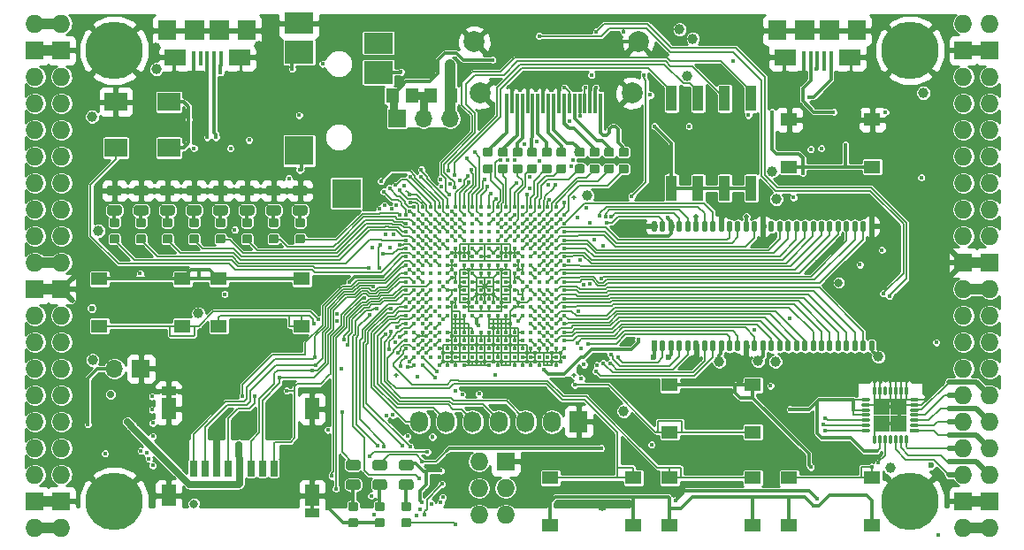
<source format=gtl>
G04 #@! TF.GenerationSoftware,KiCad,Pcbnew,5.0.0+dfsg1-2*
G04 #@! TF.CreationDate,2018-09-15T17:30:14+02:00*
G04 #@! TF.ProjectId,ulx3s,756C7833732E6B696361645F70636200,rev?*
G04 #@! TF.SameCoordinates,Original*
G04 #@! TF.FileFunction,Copper,L1,Top,Signal*
G04 #@! TF.FilePolarity,Positive*
%FSLAX46Y46*%
G04 Gerber Fmt 4.6, Leading zero omitted, Abs format (unit mm)*
G04 Created by KiCad (PCBNEW 5.0.0+dfsg1-2) date Sat Sep 15 17:30:14 2018*
%MOMM*%
%LPD*%
G01*
G04 APERTURE LIST*
G04 #@! TA.AperFunction,BGAPad,CuDef*
%ADD10C,0.400000*%
G04 #@! TD*
G04 #@! TA.AperFunction,SMDPad,CuDef*
%ADD11O,0.127000X0.508000*%
G04 #@! TD*
G04 #@! TA.AperFunction,SMDPad,CuDef*
%ADD12O,0.508000X0.127000*%
G04 #@! TD*
G04 #@! TA.AperFunction,SMDPad,CuDef*
%ADD13R,1.625000X1.625000*%
G04 #@! TD*
G04 #@! TA.AperFunction,SMDPad,CuDef*
%ADD14O,0.300000X0.950000*%
G04 #@! TD*
G04 #@! TA.AperFunction,SMDPad,CuDef*
%ADD15O,0.950000X0.300000*%
G04 #@! TD*
G04 #@! TA.AperFunction,SMDPad,CuDef*
%ADD16R,0.950000X0.300000*%
G04 #@! TD*
G04 #@! TA.AperFunction,Conductor*
%ADD17C,0.100000*%
G04 #@! TD*
G04 #@! TA.AperFunction,SMDPad,CuDef*
%ADD18C,0.875000*%
G04 #@! TD*
G04 #@! TA.AperFunction,SMDPad,CuDef*
%ADD19C,0.975000*%
G04 #@! TD*
G04 #@! TA.AperFunction,SMDPad,CuDef*
%ADD20O,0.560000X1.100000*%
G04 #@! TD*
G04 #@! TA.AperFunction,SMDPad,CuDef*
%ADD21R,0.560000X1.100000*%
G04 #@! TD*
G04 #@! TA.AperFunction,SMDPad,CuDef*
%ADD22R,1.120000X2.440000*%
G04 #@! TD*
G04 #@! TA.AperFunction,SMDPad,CuDef*
%ADD23R,1.800000X1.900000*%
G04 #@! TD*
G04 #@! TA.AperFunction,SMDPad,CuDef*
%ADD24R,0.400000X1.350000*%
G04 #@! TD*
G04 #@! TA.AperFunction,SMDPad,CuDef*
%ADD25R,1.900000X1.900000*%
G04 #@! TD*
G04 #@! TA.AperFunction,SMDPad,CuDef*
%ADD26R,2.100000X1.600000*%
G04 #@! TD*
G04 #@! TA.AperFunction,SMDPad,CuDef*
%ADD27R,2.800000X2.000000*%
G04 #@! TD*
G04 #@! TA.AperFunction,SMDPad,CuDef*
%ADD28R,2.800000X2.200000*%
G04 #@! TD*
G04 #@! TA.AperFunction,SMDPad,CuDef*
%ADD29R,2.800000X2.800000*%
G04 #@! TD*
G04 #@! TA.AperFunction,SMDPad,CuDef*
%ADD30R,0.300000X1.900000*%
G04 #@! TD*
G04 #@! TA.AperFunction,ComponentPad*
%ADD31C,2.000000*%
G04 #@! TD*
G04 #@! TA.AperFunction,SMDPad,CuDef*
%ADD32R,0.700000X1.500000*%
G04 #@! TD*
G04 #@! TA.AperFunction,SMDPad,CuDef*
%ADD33R,1.450000X0.900000*%
G04 #@! TD*
G04 #@! TA.AperFunction,SMDPad,CuDef*
%ADD34R,1.450000X2.000000*%
G04 #@! TD*
G04 #@! TA.AperFunction,SMDPad,CuDef*
%ADD35R,2.200000X1.800000*%
G04 #@! TD*
G04 #@! TA.AperFunction,ComponentPad*
%ADD36R,1.727200X2.032000*%
G04 #@! TD*
G04 #@! TA.AperFunction,ComponentPad*
%ADD37O,1.727200X2.032000*%
G04 #@! TD*
G04 #@! TA.AperFunction,ComponentPad*
%ADD38O,1.727200X1.727200*%
G04 #@! TD*
G04 #@! TA.AperFunction,ComponentPad*
%ADD39R,1.727200X1.727200*%
G04 #@! TD*
G04 #@! TA.AperFunction,ComponentPad*
%ADD40C,5.500000*%
G04 #@! TD*
G04 #@! TA.AperFunction,ComponentPad*
%ADD41R,1.700000X1.700000*%
G04 #@! TD*
G04 #@! TA.AperFunction,ComponentPad*
%ADD42O,1.700000X1.700000*%
G04 #@! TD*
G04 #@! TA.AperFunction,SMDPad,CuDef*
%ADD43R,1.295000X1.400000*%
G04 #@! TD*
G04 #@! TA.AperFunction,SMDPad,CuDef*
%ADD44R,1.550000X1.300000*%
G04 #@! TD*
G04 #@! TA.AperFunction,ViaPad*
%ADD45C,2.000000*%
G04 #@! TD*
G04 #@! TA.AperFunction,ViaPad*
%ADD46C,0.419000*%
G04 #@! TD*
G04 #@! TA.AperFunction,ViaPad*
%ADD47C,0.600000*%
G04 #@! TD*
G04 #@! TA.AperFunction,ViaPad*
%ADD48C,1.000000*%
G04 #@! TD*
G04 #@! TA.AperFunction,ViaPad*
%ADD49C,0.800000*%
G04 #@! TD*
G04 #@! TA.AperFunction,ViaPad*
%ADD50C,0.500000*%
G04 #@! TD*
G04 #@! TA.AperFunction,ViaPad*
%ADD51C,0.700000*%
G04 #@! TD*
G04 #@! TA.AperFunction,ViaPad*
%ADD52C,0.454000*%
G04 #@! TD*
G04 #@! TA.AperFunction,Conductor*
%ADD53C,0.300000*%
G04 #@! TD*
G04 #@! TA.AperFunction,Conductor*
%ADD54C,0.127000*%
G04 #@! TD*
G04 #@! TA.AperFunction,Conductor*
%ADD55C,0.500000*%
G04 #@! TD*
G04 #@! TA.AperFunction,Conductor*
%ADD56C,1.000000*%
G04 #@! TD*
G04 #@! TA.AperFunction,Conductor*
%ADD57C,0.190000*%
G04 #@! TD*
G04 #@! TA.AperFunction,Conductor*
%ADD58C,0.700000*%
G04 #@! TD*
G04 #@! TA.AperFunction,Conductor*
%ADD59C,0.800000*%
G04 #@! TD*
G04 #@! TA.AperFunction,Conductor*
%ADD60C,0.140000*%
G04 #@! TD*
G04 #@! TA.AperFunction,Conductor*
%ADD61C,0.254000*%
G04 #@! TD*
G04 APERTURE END LIST*
D10*
G04 #@! TO.P,U1,Y19*
G04 #@! TO.N,GND*
X145280000Y-95400000D03*
G04 #@! TO.P,U1,Y17*
X143680000Y-95400000D03*
G04 #@! TO.P,U1,Y16*
X142880000Y-95400000D03*
G04 #@! TO.P,U1,Y15*
X142080000Y-95400000D03*
G04 #@! TO.P,U1,Y14*
X141280000Y-95400000D03*
G04 #@! TO.P,U1,Y12*
X139680000Y-95400000D03*
G04 #@! TO.P,U1,Y11*
X138880000Y-95400000D03*
G04 #@! TO.P,U1,Y8*
X136480000Y-95400000D03*
G04 #@! TO.P,U1,Y7*
X135680000Y-95400000D03*
G04 #@! TO.P,U1,Y6*
X134880000Y-95400000D03*
G04 #@! TO.P,U1,Y5*
X134080000Y-95400000D03*
G04 #@! TO.P,U1,Y3*
G04 #@! TO.N,/flash/FPGA_DONE*
X132480000Y-95400000D03*
G04 #@! TO.P,U1,Y2*
G04 #@! TO.N,/flash/FLASH_nWP*
X131680000Y-95400000D03*
G04 #@! TO.P,U1,W20*
G04 #@! TO.N,GND*
X146080000Y-94600000D03*
G04 #@! TO.P,U1,W19*
X145280000Y-94600000D03*
G04 #@! TO.P,U1,W18*
G04 #@! TO.N,N/C*
X144480000Y-94600000D03*
G04 #@! TO.P,U1,W17*
X143680000Y-94600000D03*
G04 #@! TO.P,U1,W16*
G04 #@! TO.N,GND*
X142880000Y-94600000D03*
G04 #@! TO.P,U1,W15*
X142080000Y-94600000D03*
G04 #@! TO.P,U1,W14*
G04 #@! TO.N,N/C*
X141280000Y-94600000D03*
G04 #@! TO.P,U1,W13*
X140480000Y-94600000D03*
G04 #@! TO.P,U1,W12*
G04 #@! TO.N,GND*
X139680000Y-94600000D03*
G04 #@! TO.P,U1,W11*
G04 #@! TO.N,N/C*
X138880000Y-94600000D03*
G04 #@! TO.P,U1,W10*
X138080000Y-94600000D03*
G04 #@! TO.P,U1,W9*
X137280000Y-94600000D03*
G04 #@! TO.P,U1,W8*
X136480000Y-94600000D03*
G04 #@! TO.P,U1,W7*
G04 #@! TO.N,GND*
X135680000Y-94600000D03*
G04 #@! TO.P,U1,W6*
X134880000Y-94600000D03*
G04 #@! TO.P,U1,W5*
G04 #@! TO.N,N/C*
X134080000Y-94600000D03*
G04 #@! TO.P,U1,W4*
X133280000Y-94600000D03*
G04 #@! TO.P,U1,W3*
G04 #@! TO.N,/flash/FPGA_PROGRAMN*
X132480000Y-94600000D03*
G04 #@! TO.P,U1,W2*
G04 #@! TO.N,/flash/FLASH_MOSI*
X131680000Y-94600000D03*
G04 #@! TO.P,U1,W1*
G04 #@! TO.N,/flash/FLASH_nHOLD*
X130880000Y-94600000D03*
G04 #@! TO.P,U1,V20*
G04 #@! TO.N,GND*
X146080000Y-93800000D03*
G04 #@! TO.P,U1,V19*
X145280000Y-93800000D03*
G04 #@! TO.P,U1,V18*
X144480000Y-93800000D03*
G04 #@! TO.P,U1,V17*
X143680000Y-93800000D03*
G04 #@! TO.P,U1,V16*
X142880000Y-93800000D03*
G04 #@! TO.P,U1,V15*
X142080000Y-93800000D03*
G04 #@! TO.P,U1,V14*
X141280000Y-93800000D03*
G04 #@! TO.P,U1,V13*
X140480000Y-93800000D03*
G04 #@! TO.P,U1,V12*
X139680000Y-93800000D03*
G04 #@! TO.P,U1,V11*
X138880000Y-93800000D03*
G04 #@! TO.P,U1,V10*
X138080000Y-93800000D03*
G04 #@! TO.P,U1,V9*
X137280000Y-93800000D03*
G04 #@! TO.P,U1,V8*
X136480000Y-93800000D03*
G04 #@! TO.P,U1,V7*
X135680000Y-93800000D03*
G04 #@! TO.P,U1,V6*
X134880000Y-93800000D03*
G04 #@! TO.P,U1,V5*
X134080000Y-93800000D03*
G04 #@! TO.P,U1,V4*
G04 #@! TO.N,JTAG_TDO*
X133280000Y-93800000D03*
G04 #@! TO.P,U1,V3*
G04 #@! TO.N,/flash/FPGA_INITN*
X132480000Y-93800000D03*
G04 #@! TO.P,U1,V2*
G04 #@! TO.N,/flash/FLASH_MISO*
X131680000Y-93800000D03*
G04 #@! TO.P,U1,V1*
G04 #@! TO.N,BTN_D*
X130880000Y-93800000D03*
G04 #@! TO.P,U1,U20*
G04 #@! TO.N,SDRAM_D7*
X146080000Y-93000000D03*
G04 #@! TO.P,U1,U19*
G04 #@! TO.N,SDRAM_DQM0*
X145280000Y-93000000D03*
G04 #@! TO.P,U1,U18*
G04 #@! TO.N,GP14*
X144480000Y-93000000D03*
G04 #@! TO.P,U1,U17*
G04 #@! TO.N,GN14*
X143680000Y-93000000D03*
G04 #@! TO.P,U1,U16*
G04 #@! TO.N,ADC_MISO*
X142880000Y-93000000D03*
G04 #@! TO.P,U1,U15*
G04 #@! TO.N,GND*
X142080000Y-93000000D03*
G04 #@! TO.P,U1,U14*
X141280000Y-93000000D03*
G04 #@! TO.P,U1,U13*
X140480000Y-93000000D03*
G04 #@! TO.P,U1,U12*
X139680000Y-93000000D03*
G04 #@! TO.P,U1,U11*
X138880000Y-93000000D03*
G04 #@! TO.P,U1,U10*
X138080000Y-93000000D03*
G04 #@! TO.P,U1,U9*
X137280000Y-93000000D03*
G04 #@! TO.P,U1,U8*
X136480000Y-93000000D03*
G04 #@! TO.P,U1,U7*
X135680000Y-93000000D03*
G04 #@! TO.P,U1,U6*
X134880000Y-93000000D03*
G04 #@! TO.P,U1,U5*
G04 #@! TO.N,JTAG_TMS*
X134080000Y-93000000D03*
G04 #@! TO.P,U1,U4*
G04 #@! TO.N,GND*
X133280000Y-93000000D03*
G04 #@! TO.P,U1,U3*
G04 #@! TO.N,/flash/FLASH_SCK*
X132480000Y-93000000D03*
G04 #@! TO.P,U1,U2*
G04 #@! TO.N,+3V3*
X131680000Y-93000000D03*
G04 #@! TO.P,U1,U1*
G04 #@! TO.N,BTN_L*
X130880000Y-93000000D03*
G04 #@! TO.P,U1,T20*
G04 #@! TO.N,SDRAM_nWE*
X146080000Y-92200000D03*
G04 #@! TO.P,U1,T19*
G04 #@! TO.N,SDRAM_nCAS*
X145280000Y-92200000D03*
G04 #@! TO.P,U1,T18*
G04 #@! TO.N,SDRAM_D5*
X144480000Y-92200000D03*
G04 #@! TO.P,U1,T17*
G04 #@! TO.N,SDRAM_D6*
X143680000Y-92200000D03*
G04 #@! TO.P,U1,T16*
G04 #@! TO.N,N/C*
X142880000Y-92200000D03*
G04 #@! TO.P,U1,T15*
G04 #@! TO.N,GND*
X142080000Y-92200000D03*
G04 #@! TO.P,U1,T14*
X141280000Y-92200000D03*
G04 #@! TO.P,U1,T13*
X140480000Y-92200000D03*
G04 #@! TO.P,U1,T12*
X139680000Y-92200000D03*
G04 #@! TO.P,U1,T11*
X138880000Y-92200000D03*
G04 #@! TO.P,U1,T10*
X138080000Y-92200000D03*
G04 #@! TO.P,U1,T9*
X137280000Y-92200000D03*
G04 #@! TO.P,U1,T8*
X136480000Y-92200000D03*
G04 #@! TO.P,U1,T7*
X135680000Y-92200000D03*
G04 #@! TO.P,U1,T6*
X134880000Y-92200000D03*
G04 #@! TO.P,U1,T5*
G04 #@! TO.N,JTAG_TCK*
X134080000Y-92200000D03*
G04 #@! TO.P,U1,T4*
G04 #@! TO.N,+3V3*
X133280000Y-92200000D03*
G04 #@! TO.P,U1,T3*
X132480000Y-92200000D03*
G04 #@! TO.P,U1,T2*
X131680000Y-92200000D03*
G04 #@! TO.P,U1,T1*
G04 #@! TO.N,BTN_F2*
X130880000Y-92200000D03*
G04 #@! TO.P,U1,R20*
G04 #@! TO.N,SDRAM_nRAS*
X146080000Y-91400000D03*
G04 #@! TO.P,U1,R19*
G04 #@! TO.N,GND*
X145280000Y-91400000D03*
G04 #@! TO.P,U1,R18*
G04 #@! TO.N,BTN_U*
X144480000Y-91400000D03*
G04 #@! TO.P,U1,R17*
G04 #@! TO.N,ADC_CSn*
X143680000Y-91400000D03*
G04 #@! TO.P,U1,R16*
G04 #@! TO.N,ADC_MOSI*
X142880000Y-91400000D03*
G04 #@! TO.P,U1,R5*
G04 #@! TO.N,JTAG_TDI*
X134080000Y-91400000D03*
G04 #@! TO.P,U1,R4*
G04 #@! TO.N,GND*
X133280000Y-91400000D03*
G04 #@! TO.P,U1,R3*
G04 #@! TO.N,N/C*
X132480000Y-91400000D03*
G04 #@! TO.P,U1,R2*
G04 #@! TO.N,/flash/FLASH_nCS*
X131680000Y-91400000D03*
G04 #@! TO.P,U1,R1*
G04 #@! TO.N,BTN_F1*
X130880000Y-91400000D03*
G04 #@! TO.P,U1,P20*
G04 #@! TO.N,SDRAM_nCS*
X146080000Y-90600000D03*
G04 #@! TO.P,U1,P19*
G04 #@! TO.N,SDRAM_BA0*
X145280000Y-90600000D03*
G04 #@! TO.P,U1,P18*
G04 #@! TO.N,SDRAM_D4*
X144480000Y-90600000D03*
G04 #@! TO.P,U1,P17*
G04 #@! TO.N,ADC_SCLK*
X143680000Y-90600000D03*
G04 #@! TO.P,U1,P16*
G04 #@! TO.N,GN15*
X142880000Y-90600000D03*
G04 #@! TO.P,U1,P15*
G04 #@! TO.N,+2V5*
X142080000Y-90600000D03*
G04 #@! TO.P,U1,P14*
G04 #@! TO.N,GND*
X141280000Y-90600000D03*
G04 #@! TO.P,U1,P13*
X140480000Y-90600000D03*
G04 #@! TO.P,U1,P12*
X139680000Y-90600000D03*
G04 #@! TO.P,U1,P11*
X138880000Y-90600000D03*
G04 #@! TO.P,U1,P10*
G04 #@! TO.N,+3V3*
X138080000Y-90600000D03*
G04 #@! TO.P,U1,P9*
X137280000Y-90600000D03*
G04 #@! TO.P,U1,P8*
G04 #@! TO.N,GND*
X136480000Y-90600000D03*
G04 #@! TO.P,U1,P7*
X135680000Y-90600000D03*
G04 #@! TO.P,U1,P6*
G04 #@! TO.N,+2V5*
X134880000Y-90600000D03*
G04 #@! TO.P,U1,P5*
G04 #@! TO.N,N/C*
X134080000Y-90600000D03*
G04 #@! TO.P,U1,P4*
G04 #@! TO.N,OLED_CLK*
X133280000Y-90600000D03*
G04 #@! TO.P,U1,P3*
G04 #@! TO.N,OLED_MOSI*
X132480000Y-90600000D03*
G04 #@! TO.P,U1,P2*
G04 #@! TO.N,OLED_RES*
X131680000Y-90600000D03*
G04 #@! TO.P,U1,P1*
G04 #@! TO.N,OLED_DC*
X130880000Y-90600000D03*
G04 #@! TO.P,U1,N20*
G04 #@! TO.N,SDRAM_BA1*
X146080000Y-89800000D03*
G04 #@! TO.P,U1,N19*
G04 #@! TO.N,SDRAM_A10*
X145280000Y-89800000D03*
G04 #@! TO.P,U1,N18*
G04 #@! TO.N,SDRAM_D3*
X144480000Y-89800000D03*
G04 #@! TO.P,U1,N17*
G04 #@! TO.N,GP15*
X143680000Y-89800000D03*
G04 #@! TO.P,U1,N16*
G04 #@! TO.N,GP16*
X142880000Y-89800000D03*
G04 #@! TO.P,U1,N15*
G04 #@! TO.N,GND*
X142080000Y-89800000D03*
G04 #@! TO.P,U1,N14*
X141280000Y-89800000D03*
G04 #@! TO.P,U1,N13*
G04 #@! TO.N,+1V1*
X140480000Y-89800000D03*
G04 #@! TO.P,U1,N12*
X139680000Y-89800000D03*
G04 #@! TO.P,U1,N11*
X138880000Y-89800000D03*
G04 #@! TO.P,U1,N10*
X138080000Y-89800000D03*
G04 #@! TO.P,U1,N9*
X137280000Y-89800000D03*
G04 #@! TO.P,U1,N8*
X136480000Y-89800000D03*
G04 #@! TO.P,U1,N7*
G04 #@! TO.N,GND*
X135680000Y-89800000D03*
G04 #@! TO.P,U1,N6*
X134880000Y-89800000D03*
G04 #@! TO.P,U1,N5*
G04 #@! TO.N,N/C*
X134080000Y-89800000D03*
G04 #@! TO.P,U1,N4*
G04 #@! TO.N,WIFI_GPIO5*
X133280000Y-89800000D03*
G04 #@! TO.P,U1,N3*
G04 #@! TO.N,WIFI_GPIO17*
X132480000Y-89800000D03*
G04 #@! TO.P,U1,N2*
G04 #@! TO.N,OLED_CS*
X131680000Y-89800000D03*
G04 #@! TO.P,U1,N1*
G04 #@! TO.N,FTDI_nDTR*
X130880000Y-89800000D03*
G04 #@! TO.P,U1,M20*
G04 #@! TO.N,SDRAM_A0*
X146080000Y-89000000D03*
G04 #@! TO.P,U1,M19*
G04 #@! TO.N,SDRAM_A1*
X145280000Y-89000000D03*
G04 #@! TO.P,U1,M18*
G04 #@! TO.N,SDRAM_D2*
X144480000Y-89000000D03*
G04 #@! TO.P,U1,M17*
G04 #@! TO.N,GN16*
X143680000Y-89000000D03*
G04 #@! TO.P,U1,M16*
G04 #@! TO.N,GND*
X142880000Y-89000000D03*
G04 #@! TO.P,U1,M15*
G04 #@! TO.N,+3V3*
X142080000Y-89000000D03*
G04 #@! TO.P,U1,M14*
G04 #@! TO.N,GND*
X141280000Y-89000000D03*
G04 #@! TO.P,U1,M13*
G04 #@! TO.N,+1V1*
X140480000Y-89000000D03*
G04 #@! TO.P,U1,M12*
G04 #@! TO.N,GND*
X139680000Y-89000000D03*
G04 #@! TO.P,U1,M11*
X138880000Y-89000000D03*
G04 #@! TO.P,U1,M10*
X138080000Y-89000000D03*
G04 #@! TO.P,U1,M9*
X137280000Y-89000000D03*
G04 #@! TO.P,U1,M8*
G04 #@! TO.N,+1V1*
X136480000Y-89000000D03*
G04 #@! TO.P,U1,M7*
G04 #@! TO.N,GND*
X135680000Y-89000000D03*
G04 #@! TO.P,U1,M6*
G04 #@! TO.N,+3V3*
X134880000Y-89000000D03*
G04 #@! TO.P,U1,M5*
G04 #@! TO.N,N/C*
X134080000Y-89000000D03*
G04 #@! TO.P,U1,M4*
G04 #@! TO.N,USER_PROGRAMN*
X133280000Y-89000000D03*
G04 #@! TO.P,U1,M3*
G04 #@! TO.N,FTDI_nRTS*
X132480000Y-89000000D03*
G04 #@! TO.P,U1,M2*
G04 #@! TO.N,GND*
X131680000Y-89000000D03*
G04 #@! TO.P,U1,M1*
G04 #@! TO.N,FTDI_TXD*
X130880000Y-89000000D03*
G04 #@! TO.P,U1,L20*
G04 #@! TO.N,SDRAM_A2*
X146080000Y-88200000D03*
G04 #@! TO.P,U1,L19*
G04 #@! TO.N,SDRAM_A3*
X145280000Y-88200000D03*
G04 #@! TO.P,U1,L18*
G04 #@! TO.N,SDRAM_D1*
X144480000Y-88200000D03*
G04 #@! TO.P,U1,L17*
G04 #@! TO.N,GN17*
X143680000Y-88200000D03*
G04 #@! TO.P,U1,L16*
G04 #@! TO.N,GP17*
X142880000Y-88200000D03*
G04 #@! TO.P,U1,L15*
G04 #@! TO.N,+3V3*
X142080000Y-88200000D03*
G04 #@! TO.P,U1,L14*
X141280000Y-88200000D03*
G04 #@! TO.P,U1,L13*
G04 #@! TO.N,+1V1*
X140480000Y-88200000D03*
G04 #@! TO.P,U1,L12*
G04 #@! TO.N,GND*
X139680000Y-88200000D03*
G04 #@! TO.P,U1,L11*
X138880000Y-88200000D03*
G04 #@! TO.P,U1,L10*
X138080000Y-88200000D03*
G04 #@! TO.P,U1,L9*
X137280000Y-88200000D03*
G04 #@! TO.P,U1,L8*
G04 #@! TO.N,+1V1*
X136480000Y-88200000D03*
G04 #@! TO.P,U1,L7*
G04 #@! TO.N,+3V3*
X135680000Y-88200000D03*
G04 #@! TO.P,U1,L6*
X134880000Y-88200000D03*
G04 #@! TO.P,U1,L5*
G04 #@! TO.N,N/C*
X134080000Y-88200000D03*
G04 #@! TO.P,U1,L4*
G04 #@! TO.N,FTDI_RXD*
X133280000Y-88200000D03*
G04 #@! TO.P,U1,L3*
G04 #@! TO.N,FTDI_TXDEN*
X132480000Y-88200000D03*
G04 #@! TO.P,U1,L2*
G04 #@! TO.N,WIFI_GPIO0*
X131680000Y-88200000D03*
G04 #@! TO.P,U1,L1*
G04 #@! TO.N,WIFI_GPIO16*
X130880000Y-88200000D03*
G04 #@! TO.P,U1,K20*
G04 #@! TO.N,SDRAM_A4*
X146080000Y-87400000D03*
G04 #@! TO.P,U1,K19*
G04 #@! TO.N,SDRAM_A5*
X145280000Y-87400000D03*
G04 #@! TO.P,U1,K18*
G04 #@! TO.N,SDRAM_A6*
X144480000Y-87400000D03*
G04 #@! TO.P,U1,K17*
G04 #@! TO.N,N/C*
X143680000Y-87400000D03*
G04 #@! TO.P,U1,K16*
X142880000Y-87400000D03*
G04 #@! TO.P,U1,K15*
G04 #@! TO.N,GND*
X142080000Y-87400000D03*
G04 #@! TO.P,U1,K14*
X141280000Y-87400000D03*
G04 #@! TO.P,U1,K13*
G04 #@! TO.N,+1V1*
X140480000Y-87400000D03*
G04 #@! TO.P,U1,K12*
G04 #@! TO.N,GND*
X139680000Y-87400000D03*
G04 #@! TO.P,U1,K11*
X138880000Y-87400000D03*
G04 #@! TO.P,U1,K10*
X138080000Y-87400000D03*
G04 #@! TO.P,U1,K9*
X137280000Y-87400000D03*
G04 #@! TO.P,U1,K8*
G04 #@! TO.N,+1V1*
X136480000Y-87400000D03*
G04 #@! TO.P,U1,K7*
G04 #@! TO.N,GND*
X135680000Y-87400000D03*
G04 #@! TO.P,U1,K6*
X134880000Y-87400000D03*
G04 #@! TO.P,U1,K5*
G04 #@! TO.N,N/C*
X134080000Y-87400000D03*
G04 #@! TO.P,U1,K4*
G04 #@! TO.N,WIFI_TXD*
X133280000Y-87400000D03*
G04 #@! TO.P,U1,K3*
G04 #@! TO.N,WIFI_RXD*
X132480000Y-87400000D03*
G04 #@! TO.P,U1,K2*
G04 #@! TO.N,SD_D3*
X131680000Y-87400000D03*
G04 #@! TO.P,U1,K1*
G04 #@! TO.N,SD_D2*
X130880000Y-87400000D03*
G04 #@! TO.P,U1,J20*
G04 #@! TO.N,SDRAM_A7*
X146080000Y-86600000D03*
G04 #@! TO.P,U1,J19*
G04 #@! TO.N,SDRAM_A8*
X145280000Y-86600000D03*
G04 #@! TO.P,U1,J18*
G04 #@! TO.N,SDRAM_D14*
X144480000Y-86600000D03*
G04 #@! TO.P,U1,J17*
G04 #@! TO.N,SDRAM_D15*
X143680000Y-86600000D03*
G04 #@! TO.P,U1,J16*
G04 #@! TO.N,SDRAM_D0*
X142880000Y-86600000D03*
G04 #@! TO.P,U1,J15*
G04 #@! TO.N,+3V3*
X142080000Y-86600000D03*
G04 #@! TO.P,U1,J14*
G04 #@! TO.N,GND*
X141280000Y-86600000D03*
G04 #@! TO.P,U1,J13*
G04 #@! TO.N,+1V1*
X140480000Y-86600000D03*
G04 #@! TO.P,U1,J12*
G04 #@! TO.N,GND*
X139680000Y-86600000D03*
G04 #@! TO.P,U1,J11*
X138880000Y-86600000D03*
G04 #@! TO.P,U1,J10*
X138080000Y-86600000D03*
G04 #@! TO.P,U1,J9*
X137280000Y-86600000D03*
G04 #@! TO.P,U1,J8*
G04 #@! TO.N,+1V1*
X136480000Y-86600000D03*
G04 #@! TO.P,U1,J7*
G04 #@! TO.N,GND*
X135680000Y-86600000D03*
G04 #@! TO.P,U1,J6*
G04 #@! TO.N,2V5_3V3*
X134880000Y-86600000D03*
G04 #@! TO.P,U1,J5*
G04 #@! TO.N,N/C*
X134080000Y-86600000D03*
G04 #@! TO.P,U1,J4*
X133280000Y-86600000D03*
G04 #@! TO.P,U1,J3*
G04 #@! TO.N,SD_D0*
X132480000Y-86600000D03*
G04 #@! TO.P,U1,J2*
G04 #@! TO.N,GND*
X131680000Y-86600000D03*
G04 #@! TO.P,U1,J1*
G04 #@! TO.N,SD_CMD*
X130880000Y-86600000D03*
G04 #@! TO.P,U1,H20*
G04 #@! TO.N,SDRAM_A9*
X146080000Y-85800000D03*
G04 #@! TO.P,U1,H19*
G04 #@! TO.N,GND*
X145280000Y-85800000D03*
G04 #@! TO.P,U1,H18*
G04 #@! TO.N,GP18*
X144480000Y-85800000D03*
G04 #@! TO.P,U1,H17*
G04 #@! TO.N,GN18*
X143680000Y-85800000D03*
G04 #@! TO.P,U1,H16*
G04 #@! TO.N,BTN_R*
X142880000Y-85800000D03*
G04 #@! TO.P,U1,H15*
G04 #@! TO.N,+3V3*
X142080000Y-85800000D03*
G04 #@! TO.P,U1,H14*
X141280000Y-85800000D03*
G04 #@! TO.P,U1,H13*
G04 #@! TO.N,+1V1*
X140480000Y-85800000D03*
G04 #@! TO.P,U1,H12*
X139680000Y-85800000D03*
G04 #@! TO.P,U1,H11*
X138880000Y-85800000D03*
G04 #@! TO.P,U1,H10*
X138080000Y-85800000D03*
G04 #@! TO.P,U1,H9*
X137280000Y-85800000D03*
G04 #@! TO.P,U1,H8*
X136480000Y-85800000D03*
G04 #@! TO.P,U1,H7*
G04 #@! TO.N,2V5_3V3*
X135680000Y-85800000D03*
G04 #@! TO.P,U1,H6*
X134880000Y-85800000D03*
G04 #@! TO.P,U1,H5*
G04 #@! TO.N,AUDIO_V0*
X134080000Y-85800000D03*
G04 #@! TO.P,U1,H4*
G04 #@! TO.N,GP13*
X133280000Y-85800000D03*
G04 #@! TO.P,U1,H3*
G04 #@! TO.N,LED7*
X132480000Y-85800000D03*
G04 #@! TO.P,U1,H2*
G04 #@! TO.N,SD_CLK*
X131680000Y-85800000D03*
G04 #@! TO.P,U1,H1*
G04 #@! TO.N,SD_D1*
X130880000Y-85800000D03*
G04 #@! TO.P,U1,G20*
G04 #@! TO.N,SDRAM_A11*
X146080000Y-85000000D03*
G04 #@! TO.P,U1,G19*
G04 #@! TO.N,SDRAM_A12*
X145280000Y-85000000D03*
G04 #@! TO.P,U1,G18*
G04 #@! TO.N,GN19*
X144480000Y-85000000D03*
G04 #@! TO.P,U1,G17*
G04 #@! TO.N,GND*
X143680000Y-85000000D03*
G04 #@! TO.P,U1,G16*
G04 #@! TO.N,SHUTDOWN*
X142880000Y-85000000D03*
G04 #@! TO.P,U1,G15*
G04 #@! TO.N,GND*
X142080000Y-85000000D03*
G04 #@! TO.P,U1,G14*
X141280000Y-85000000D03*
G04 #@! TO.P,U1,G13*
X140480000Y-85000000D03*
G04 #@! TO.P,U1,G12*
X139680000Y-85000000D03*
G04 #@! TO.P,U1,G11*
X138880000Y-85000000D03*
G04 #@! TO.P,U1,G10*
X138080000Y-85000000D03*
G04 #@! TO.P,U1,G9*
X137280000Y-85000000D03*
G04 #@! TO.P,U1,G8*
X136480000Y-85000000D03*
G04 #@! TO.P,U1,G7*
X135680000Y-85000000D03*
G04 #@! TO.P,U1,G6*
X134880000Y-85000000D03*
G04 #@! TO.P,U1,G5*
G04 #@! TO.N,GN13*
X134080000Y-85000000D03*
G04 #@! TO.P,U1,G4*
G04 #@! TO.N,GND*
X133280000Y-85000000D03*
G04 #@! TO.P,U1,G3*
G04 #@! TO.N,GP12*
X132480000Y-85000000D03*
G04 #@! TO.P,U1,G2*
G04 #@! TO.N,CLK_25MHz*
X131680000Y-85000000D03*
G04 #@! TO.P,U1,G1*
G04 #@! TO.N,/usb/ANT_433MHz*
X130880000Y-85000000D03*
G04 #@! TO.P,U1,F20*
G04 #@! TO.N,SDRAM_CKE*
X146080000Y-84200000D03*
G04 #@! TO.P,U1,F19*
G04 #@! TO.N,SDRAM_CLK*
X145280000Y-84200000D03*
G04 #@! TO.P,U1,F18*
G04 #@! TO.N,SDRAM_D13*
X144480000Y-84200000D03*
G04 #@! TO.P,U1,F17*
G04 #@! TO.N,GP19*
X143680000Y-84200000D03*
G04 #@! TO.P,U1,F16*
G04 #@! TO.N,USB_FPGA_D-*
X142880000Y-84200000D03*
G04 #@! TO.P,U1,F15*
G04 #@! TO.N,+2V5*
X142080000Y-84200000D03*
G04 #@! TO.P,U1,F14*
G04 #@! TO.N,GND*
X141280000Y-84200000D03*
G04 #@! TO.P,U1,F13*
X140480000Y-84200000D03*
G04 #@! TO.P,U1,F12*
G04 #@! TO.N,+3V3*
X139680000Y-84200000D03*
G04 #@! TO.P,U1,F11*
X138880000Y-84200000D03*
G04 #@! TO.P,U1,F10*
G04 #@! TO.N,2V5_3V3*
X138080000Y-84200000D03*
G04 #@! TO.P,U1,F9*
X137280000Y-84200000D03*
G04 #@! TO.P,U1,F8*
G04 #@! TO.N,GND*
X136480000Y-84200000D03*
G04 #@! TO.P,U1,F7*
X135680000Y-84200000D03*
G04 #@! TO.P,U1,F6*
G04 #@! TO.N,+2V5*
X134880000Y-84200000D03*
G04 #@! TO.P,U1,F5*
G04 #@! TO.N,AUDIO_V2*
X134080000Y-84200000D03*
G04 #@! TO.P,U1,F4*
G04 #@! TO.N,GP11*
X133280000Y-84200000D03*
G04 #@! TO.P,U1,F3*
G04 #@! TO.N,GN12*
X132480000Y-84200000D03*
G04 #@! TO.P,U1,F2*
G04 #@! TO.N,AUDIO_V1*
X131680000Y-84200000D03*
G04 #@! TO.P,U1,F1*
G04 #@! TO.N,WIFI_EN*
X130880000Y-84200000D03*
G04 #@! TO.P,U1,E20*
G04 #@! TO.N,SDRAM_DQM1*
X146080000Y-83400000D03*
G04 #@! TO.P,U1,E19*
G04 #@! TO.N,SDRAM_D8*
X145280000Y-83400000D03*
G04 #@! TO.P,U1,E18*
G04 #@! TO.N,SDRAM_D12*
X144480000Y-83400000D03*
G04 #@! TO.P,U1,E17*
G04 #@! TO.N,GN20*
X143680000Y-83400000D03*
G04 #@! TO.P,U1,E16*
G04 #@! TO.N,USB_FPGA_D+*
X142880000Y-83400000D03*
G04 #@! TO.P,U1,E15*
G04 #@! TO.N,USB_FPGA_D-*
X142080000Y-83400000D03*
G04 #@! TO.P,U1,E14*
G04 #@! TO.N,GN25*
X141280000Y-83400000D03*
G04 #@! TO.P,U1,E13*
G04 #@! TO.N,GN27*
X140480000Y-83400000D03*
G04 #@! TO.P,U1,E12*
G04 #@! TO.N,FPDI_SCL*
X139680000Y-83400000D03*
G04 #@! TO.P,U1,E11*
G04 #@! TO.N,N/C*
X138880000Y-83400000D03*
G04 #@! TO.P,U1,E10*
X138080000Y-83400000D03*
G04 #@! TO.P,U1,E9*
X137280000Y-83400000D03*
G04 #@! TO.P,U1,E8*
G04 #@! TO.N,SW1*
X136480000Y-83400000D03*
G04 #@! TO.P,U1,E7*
G04 #@! TO.N,SW4*
X135680000Y-83400000D03*
G04 #@! TO.P,U1,E6*
G04 #@! TO.N,N/C*
X134880000Y-83400000D03*
G04 #@! TO.P,U1,E5*
G04 #@! TO.N,AUDIO_V3*
X134080000Y-83400000D03*
G04 #@! TO.P,U1,E4*
G04 #@! TO.N,AUDIO_L0*
X133280000Y-83400000D03*
G04 #@! TO.P,U1,E3*
G04 #@! TO.N,GN11*
X132480000Y-83400000D03*
G04 #@! TO.P,U1,E2*
G04 #@! TO.N,LED5*
X131680000Y-83400000D03*
G04 #@! TO.P,U1,E1*
G04 #@! TO.N,LED6*
X130880000Y-83400000D03*
G04 #@! TO.P,U1,D20*
G04 #@! TO.N,SDRAM_D9*
X146080000Y-82600000D03*
G04 #@! TO.P,U1,D19*
G04 #@! TO.N,SDRAM_D10*
X145280000Y-82600000D03*
G04 #@! TO.P,U1,D18*
G04 #@! TO.N,GP20*
X144480000Y-82600000D03*
G04 #@! TO.P,U1,D17*
G04 #@! TO.N,GN21*
X143680000Y-82600000D03*
G04 #@! TO.P,U1,D16*
G04 #@! TO.N,GN24*
X142880000Y-82600000D03*
G04 #@! TO.P,U1,D15*
G04 #@! TO.N,USB_FPGA_D+*
X142080000Y-82600000D03*
G04 #@! TO.P,U1,D14*
G04 #@! TO.N,GP25*
X141280000Y-82600000D03*
G04 #@! TO.P,U1,D13*
G04 #@! TO.N,GP27*
X140480000Y-82600000D03*
G04 #@! TO.P,U1,D12*
G04 #@! TO.N,N/C*
X139680000Y-82600000D03*
G04 #@! TO.P,U1,D11*
X138880000Y-82600000D03*
G04 #@! TO.P,U1,D10*
X138080000Y-82600000D03*
G04 #@! TO.P,U1,D9*
X137280000Y-82600000D03*
G04 #@! TO.P,U1,D8*
G04 #@! TO.N,SW2*
X136480000Y-82600000D03*
G04 #@! TO.P,U1,D7*
G04 #@! TO.N,SW3*
X135680000Y-82600000D03*
G04 #@! TO.P,U1,D6*
G04 #@! TO.N,BTN_PWRn*
X134880000Y-82600000D03*
G04 #@! TO.P,U1,D5*
G04 #@! TO.N,AUDIO_R2*
X134080000Y-82600000D03*
G04 #@! TO.P,U1,D4*
G04 #@! TO.N,GND*
X133280000Y-82600000D03*
G04 #@! TO.P,U1,D3*
G04 #@! TO.N,AUDIO_L1*
X132480000Y-82600000D03*
G04 #@! TO.P,U1,D2*
G04 #@! TO.N,LED3*
X131680000Y-82600000D03*
G04 #@! TO.P,U1,D1*
G04 #@! TO.N,LED4*
X130880000Y-82600000D03*
G04 #@! TO.P,U1,C20*
G04 #@! TO.N,SDRAM_D11*
X146080000Y-81800000D03*
G04 #@! TO.P,U1,C19*
G04 #@! TO.N,GND*
X145280000Y-81800000D03*
G04 #@! TO.P,U1,C18*
G04 #@! TO.N,GP21*
X144480000Y-81800000D03*
G04 #@! TO.P,U1,C17*
G04 #@! TO.N,GN23*
X143680000Y-81800000D03*
G04 #@! TO.P,U1,C16*
G04 #@! TO.N,GP24*
X142880000Y-81800000D03*
G04 #@! TO.P,U1,C15*
G04 #@! TO.N,GN22*
X142080000Y-81800000D03*
G04 #@! TO.P,U1,C14*
G04 #@! TO.N,FPDI_D1-*
X141280000Y-81800000D03*
G04 #@! TO.P,U1,C13*
G04 #@! TO.N,GN26*
X140480000Y-81800000D03*
G04 #@! TO.P,U1,C12*
G04 #@! TO.N,USB_FPGA_PULL_D-*
X139680000Y-81800000D03*
G04 #@! TO.P,U1,C11*
G04 #@! TO.N,GN0*
X138880000Y-81800000D03*
G04 #@! TO.P,U1,C10*
G04 #@! TO.N,GN3*
X138080000Y-81800000D03*
G04 #@! TO.P,U1,C9*
G04 #@! TO.N,N/C*
X137280000Y-81800000D03*
G04 #@! TO.P,U1,C8*
G04 #@! TO.N,GP5*
X136480000Y-81800000D03*
G04 #@! TO.P,U1,C7*
G04 #@! TO.N,GN6*
X135680000Y-81800000D03*
G04 #@! TO.P,U1,C6*
G04 #@! TO.N,GP6*
X134880000Y-81800000D03*
G04 #@! TO.P,U1,C5*
G04 #@! TO.N,AUDIO_R3*
X134080000Y-81800000D03*
G04 #@! TO.P,U1,C4*
G04 #@! TO.N,GP10*
X133280000Y-81800000D03*
G04 #@! TO.P,U1,C3*
G04 #@! TO.N,AUDIO_L2*
X132480000Y-81800000D03*
G04 #@! TO.P,U1,C2*
G04 #@! TO.N,LED1*
X131680000Y-81800000D03*
G04 #@! TO.P,U1,C1*
G04 #@! TO.N,LED2*
X130880000Y-81800000D03*
G04 #@! TO.P,U1,B20*
G04 #@! TO.N,FPDI_ETH-*
X146080000Y-81000000D03*
G04 #@! TO.P,U1,B19*
G04 #@! TO.N,FPDI_SDA*
X145280000Y-81000000D03*
G04 #@! TO.P,U1,B18*
G04 #@! TO.N,FPDI_CLK-*
X144480000Y-81000000D03*
G04 #@! TO.P,U1,B17*
G04 #@! TO.N,GP23*
X143680000Y-81000000D03*
G04 #@! TO.P,U1,B16*
G04 #@! TO.N,FPDI_D0-*
X142880000Y-81000000D03*
G04 #@! TO.P,U1,B15*
G04 #@! TO.N,GP22*
X142080000Y-81000000D03*
G04 #@! TO.P,U1,B14*
G04 #@! TO.N,GND*
X141280000Y-81000000D03*
G04 #@! TO.P,U1,B13*
G04 #@! TO.N,GP26*
X140480000Y-81000000D03*
G04 #@! TO.P,U1,B12*
G04 #@! TO.N,USB_FPGA_PULL_D+*
X139680000Y-81000000D03*
G04 #@! TO.P,U1,B11*
G04 #@! TO.N,GP0*
X138880000Y-81000000D03*
G04 #@! TO.P,U1,B10*
G04 #@! TO.N,GN2*
X138080000Y-81000000D03*
G04 #@! TO.P,U1,B9*
G04 #@! TO.N,GP3*
X137280000Y-81000000D03*
G04 #@! TO.P,U1,B8*
G04 #@! TO.N,GN5*
X136480000Y-81000000D03*
G04 #@! TO.P,U1,B7*
G04 #@! TO.N,GND*
X135680000Y-81000000D03*
G04 #@! TO.P,U1,B6*
G04 #@! TO.N,GN7*
X134880000Y-81000000D03*
G04 #@! TO.P,U1,B5*
G04 #@! TO.N,AUDIO_R1*
X134080000Y-81000000D03*
G04 #@! TO.P,U1,B4*
G04 #@! TO.N,GN10*
X133280000Y-81000000D03*
G04 #@! TO.P,U1,B3*
G04 #@! TO.N,AUDIO_L3*
X132480000Y-81000000D03*
G04 #@! TO.P,U1,B2*
G04 #@! TO.N,LED0*
X131680000Y-81000000D03*
G04 #@! TO.P,U1,B1*
G04 #@! TO.N,GN9*
X130880000Y-81000000D03*
G04 #@! TO.P,U1,A19*
G04 #@! TO.N,FPDI_ETH+*
X145280000Y-80200000D03*
G04 #@! TO.P,U1,A18*
G04 #@! TO.N,/gpdi/FPDI_CEC*
X144480000Y-80200000D03*
G04 #@! TO.P,U1,A17*
G04 #@! TO.N,FPDI_CLK+*
X143680000Y-80200000D03*
G04 #@! TO.P,U1,A16*
G04 #@! TO.N,FPDI_D0+*
X142880000Y-80200000D03*
G04 #@! TO.P,U1,A15*
G04 #@! TO.N,N/C*
X142080000Y-80200000D03*
G04 #@! TO.P,U1,A14*
G04 #@! TO.N,FPDI_D1+*
X141280000Y-80200000D03*
G04 #@! TO.P,U1,A13*
G04 #@! TO.N,FPDI_D2-*
X140480000Y-80200000D03*
G04 #@! TO.P,U1,A12*
G04 #@! TO.N,FPDI_D2+*
X139680000Y-80200000D03*
G04 #@! TO.P,U1,A11*
G04 #@! TO.N,GN1*
X138880000Y-80200000D03*
G04 #@! TO.P,U1,A10*
G04 #@! TO.N,GP1*
X138080000Y-80200000D03*
G04 #@! TO.P,U1,A9*
G04 #@! TO.N,GP2*
X137280000Y-80200000D03*
G04 #@! TO.P,U1,A8*
G04 #@! TO.N,GN4*
X136480000Y-80200000D03*
G04 #@! TO.P,U1,A7*
G04 #@! TO.N,GP4*
X135680000Y-80200000D03*
G04 #@! TO.P,U1,A6*
G04 #@! TO.N,GP7*
X134880000Y-80200000D03*
G04 #@! TO.P,U1,A5*
G04 #@! TO.N,GN8*
X134080000Y-80200000D03*
G04 #@! TO.P,U1,A4*
G04 #@! TO.N,GP8*
X133280000Y-80200000D03*
G04 #@! TO.P,U1,A3*
G04 #@! TO.N,AUDIO_R0*
X132480000Y-80200000D03*
G04 #@! TO.P,U1,A2*
G04 #@! TO.N,GP9*
X131680000Y-80200000D03*
D11*
G04 #@! TO.P,U1,X*
G04 #@! TO.N,N/C*
X146980000Y-79300000D03*
D12*
X146980000Y-79300000D03*
D11*
X129980000Y-96300000D03*
D12*
X129980000Y-96300000D03*
X146980000Y-96300000D03*
D11*
X146980000Y-96300000D03*
G04 #@! TD*
D13*
G04 #@! TO.P,U8,29*
G04 #@! TO.N,GND*
X178097500Y-100967500D03*
X178097500Y-99342500D03*
X176472500Y-100967500D03*
X176472500Y-99342500D03*
D14*
G04 #@! TO.P,U8,28*
G04 #@! TO.N,GN15*
X178785000Y-102495000D03*
G04 #@! TO.P,U8,27*
G04 #@! TO.N,GP14*
X178285000Y-102495000D03*
G04 #@! TO.P,U8,26*
G04 #@! TO.N,GN14*
X177785000Y-102495000D03*
G04 #@! TO.P,U8,25*
G04 #@! TO.N,N/C*
X177285000Y-102495000D03*
G04 #@! TO.P,U8,24*
G04 #@! TO.N,ADC_MISO*
X176785000Y-102495000D03*
G04 #@! TO.P,U8,23*
G04 #@! TO.N,/analog/ADC3V3*
X176285000Y-102495000D03*
G04 #@! TO.P,U8,22*
G04 #@! TO.N,GND*
X175785000Y-102495000D03*
D15*
G04 #@! TO.P,U8,21*
G04 #@! TO.N,ADC_MOSI*
X174945000Y-101655000D03*
G04 #@! TO.P,U8,20*
G04 #@! TO.N,ADC_CSn*
X174945000Y-101155000D03*
G04 #@! TO.P,U8,19*
G04 #@! TO.N,ADC_SCLK*
X174945000Y-100655000D03*
G04 #@! TO.P,U8,18*
G04 #@! TO.N,/analog/ADC3V3*
X174945000Y-100155000D03*
G04 #@! TO.P,U8,17*
X174945000Y-99655000D03*
G04 #@! TO.P,U8,16*
G04 #@! TO.N,GND*
X174945000Y-99155000D03*
G04 #@! TO.P,U8,15*
G04 #@! TO.N,/analog/ADC3V3*
X174945000Y-98655000D03*
D14*
G04 #@! TO.P,U8,14*
G04 #@! TO.N,GND*
X175785000Y-97815000D03*
G04 #@! TO.P,U8,13*
X176285000Y-97815000D03*
G04 #@! TO.P,U8,12*
G04 #@! TO.N,N/C*
X176785000Y-97815000D03*
G04 #@! TO.P,U8,11*
G04 #@! TO.N,GND*
X177285000Y-97815000D03*
G04 #@! TO.P,U8,10*
X177785000Y-97815000D03*
G04 #@! TO.P,U8,9*
X178285000Y-97815000D03*
G04 #@! TO.P,U8,8*
X178785000Y-97815000D03*
D15*
G04 #@! TO.P,U8,7*
X179625000Y-98655000D03*
G04 #@! TO.P,U8,6*
X179625000Y-99155000D03*
G04 #@! TO.P,U8,5*
G04 #@! TO.N,GP17*
X179625000Y-99655000D03*
G04 #@! TO.P,U8,4*
G04 #@! TO.N,GN17*
X179625000Y-100155000D03*
G04 #@! TO.P,U8,3*
G04 #@! TO.N,GP16*
X179625000Y-100655000D03*
G04 #@! TO.P,U8,2*
G04 #@! TO.N,GN16*
X179625000Y-101155000D03*
D16*
G04 #@! TO.P,U8,1*
G04 #@! TO.N,GP15*
X179625000Y-101655000D03*
G04 #@! TD*
D17*
G04 #@! TO.N,/gpdi/GPDI_ETH-*
G04 #@! TO.C,C37*
G36*
X152035691Y-74547053D02*
X152056926Y-74550203D01*
X152077750Y-74555419D01*
X152097962Y-74562651D01*
X152117368Y-74571830D01*
X152135781Y-74582866D01*
X152153024Y-74595654D01*
X152168930Y-74610070D01*
X152183346Y-74625976D01*
X152196134Y-74643219D01*
X152207170Y-74661632D01*
X152216349Y-74681038D01*
X152223581Y-74701250D01*
X152228797Y-74722074D01*
X152231947Y-74743309D01*
X152233000Y-74764750D01*
X152233000Y-75202250D01*
X152231947Y-75223691D01*
X152228797Y-75244926D01*
X152223581Y-75265750D01*
X152216349Y-75285962D01*
X152207170Y-75305368D01*
X152196134Y-75323781D01*
X152183346Y-75341024D01*
X152168930Y-75356930D01*
X152153024Y-75371346D01*
X152135781Y-75384134D01*
X152117368Y-75395170D01*
X152097962Y-75404349D01*
X152077750Y-75411581D01*
X152056926Y-75416797D01*
X152035691Y-75419947D01*
X152014250Y-75421000D01*
X151501750Y-75421000D01*
X151480309Y-75419947D01*
X151459074Y-75416797D01*
X151438250Y-75411581D01*
X151418038Y-75404349D01*
X151398632Y-75395170D01*
X151380219Y-75384134D01*
X151362976Y-75371346D01*
X151347070Y-75356930D01*
X151332654Y-75341024D01*
X151319866Y-75323781D01*
X151308830Y-75305368D01*
X151299651Y-75285962D01*
X151292419Y-75265750D01*
X151287203Y-75244926D01*
X151284053Y-75223691D01*
X151283000Y-75202250D01*
X151283000Y-74764750D01*
X151284053Y-74743309D01*
X151287203Y-74722074D01*
X151292419Y-74701250D01*
X151299651Y-74681038D01*
X151308830Y-74661632D01*
X151319866Y-74643219D01*
X151332654Y-74625976D01*
X151347070Y-74610070D01*
X151362976Y-74595654D01*
X151380219Y-74582866D01*
X151398632Y-74571830D01*
X151418038Y-74562651D01*
X151438250Y-74555419D01*
X151459074Y-74550203D01*
X151480309Y-74547053D01*
X151501750Y-74546000D01*
X152014250Y-74546000D01*
X152035691Y-74547053D01*
X152035691Y-74547053D01*
G37*
D18*
G04 #@! TD*
G04 #@! TO.P,C37,2*
G04 #@! TO.N,/gpdi/GPDI_ETH-*
X151758000Y-74983500D03*
D17*
G04 #@! TO.N,FPDI_ETH-*
G04 #@! TO.C,C37*
G36*
X152035691Y-76122053D02*
X152056926Y-76125203D01*
X152077750Y-76130419D01*
X152097962Y-76137651D01*
X152117368Y-76146830D01*
X152135781Y-76157866D01*
X152153024Y-76170654D01*
X152168930Y-76185070D01*
X152183346Y-76200976D01*
X152196134Y-76218219D01*
X152207170Y-76236632D01*
X152216349Y-76256038D01*
X152223581Y-76276250D01*
X152228797Y-76297074D01*
X152231947Y-76318309D01*
X152233000Y-76339750D01*
X152233000Y-76777250D01*
X152231947Y-76798691D01*
X152228797Y-76819926D01*
X152223581Y-76840750D01*
X152216349Y-76860962D01*
X152207170Y-76880368D01*
X152196134Y-76898781D01*
X152183346Y-76916024D01*
X152168930Y-76931930D01*
X152153024Y-76946346D01*
X152135781Y-76959134D01*
X152117368Y-76970170D01*
X152097962Y-76979349D01*
X152077750Y-76986581D01*
X152056926Y-76991797D01*
X152035691Y-76994947D01*
X152014250Y-76996000D01*
X151501750Y-76996000D01*
X151480309Y-76994947D01*
X151459074Y-76991797D01*
X151438250Y-76986581D01*
X151418038Y-76979349D01*
X151398632Y-76970170D01*
X151380219Y-76959134D01*
X151362976Y-76946346D01*
X151347070Y-76931930D01*
X151332654Y-76916024D01*
X151319866Y-76898781D01*
X151308830Y-76880368D01*
X151299651Y-76860962D01*
X151292419Y-76840750D01*
X151287203Y-76819926D01*
X151284053Y-76798691D01*
X151283000Y-76777250D01*
X151283000Y-76339750D01*
X151284053Y-76318309D01*
X151287203Y-76297074D01*
X151292419Y-76276250D01*
X151299651Y-76256038D01*
X151308830Y-76236632D01*
X151319866Y-76218219D01*
X151332654Y-76200976D01*
X151347070Y-76185070D01*
X151362976Y-76170654D01*
X151380219Y-76157866D01*
X151398632Y-76146830D01*
X151418038Y-76137651D01*
X151438250Y-76130419D01*
X151459074Y-76125203D01*
X151480309Y-76122053D01*
X151501750Y-76121000D01*
X152014250Y-76121000D01*
X152035691Y-76122053D01*
X152035691Y-76122053D01*
G37*
D18*
G04 #@! TD*
G04 #@! TO.P,C37,1*
G04 #@! TO.N,FPDI_ETH-*
X151758000Y-76558500D03*
D17*
G04 #@! TO.N,/gpdi/GPDI_ETH+*
G04 #@! TO.C,C36*
G36*
X150638691Y-74547053D02*
X150659926Y-74550203D01*
X150680750Y-74555419D01*
X150700962Y-74562651D01*
X150720368Y-74571830D01*
X150738781Y-74582866D01*
X150756024Y-74595654D01*
X150771930Y-74610070D01*
X150786346Y-74625976D01*
X150799134Y-74643219D01*
X150810170Y-74661632D01*
X150819349Y-74681038D01*
X150826581Y-74701250D01*
X150831797Y-74722074D01*
X150834947Y-74743309D01*
X150836000Y-74764750D01*
X150836000Y-75202250D01*
X150834947Y-75223691D01*
X150831797Y-75244926D01*
X150826581Y-75265750D01*
X150819349Y-75285962D01*
X150810170Y-75305368D01*
X150799134Y-75323781D01*
X150786346Y-75341024D01*
X150771930Y-75356930D01*
X150756024Y-75371346D01*
X150738781Y-75384134D01*
X150720368Y-75395170D01*
X150700962Y-75404349D01*
X150680750Y-75411581D01*
X150659926Y-75416797D01*
X150638691Y-75419947D01*
X150617250Y-75421000D01*
X150104750Y-75421000D01*
X150083309Y-75419947D01*
X150062074Y-75416797D01*
X150041250Y-75411581D01*
X150021038Y-75404349D01*
X150001632Y-75395170D01*
X149983219Y-75384134D01*
X149965976Y-75371346D01*
X149950070Y-75356930D01*
X149935654Y-75341024D01*
X149922866Y-75323781D01*
X149911830Y-75305368D01*
X149902651Y-75285962D01*
X149895419Y-75265750D01*
X149890203Y-75244926D01*
X149887053Y-75223691D01*
X149886000Y-75202250D01*
X149886000Y-74764750D01*
X149887053Y-74743309D01*
X149890203Y-74722074D01*
X149895419Y-74701250D01*
X149902651Y-74681038D01*
X149911830Y-74661632D01*
X149922866Y-74643219D01*
X149935654Y-74625976D01*
X149950070Y-74610070D01*
X149965976Y-74595654D01*
X149983219Y-74582866D01*
X150001632Y-74571830D01*
X150021038Y-74562651D01*
X150041250Y-74555419D01*
X150062074Y-74550203D01*
X150083309Y-74547053D01*
X150104750Y-74546000D01*
X150617250Y-74546000D01*
X150638691Y-74547053D01*
X150638691Y-74547053D01*
G37*
D18*
G04 #@! TD*
G04 #@! TO.P,C36,2*
G04 #@! TO.N,/gpdi/GPDI_ETH+*
X150361000Y-74983500D03*
D17*
G04 #@! TO.N,FPDI_ETH+*
G04 #@! TO.C,C36*
G36*
X150638691Y-76122053D02*
X150659926Y-76125203D01*
X150680750Y-76130419D01*
X150700962Y-76137651D01*
X150720368Y-76146830D01*
X150738781Y-76157866D01*
X150756024Y-76170654D01*
X150771930Y-76185070D01*
X150786346Y-76200976D01*
X150799134Y-76218219D01*
X150810170Y-76236632D01*
X150819349Y-76256038D01*
X150826581Y-76276250D01*
X150831797Y-76297074D01*
X150834947Y-76318309D01*
X150836000Y-76339750D01*
X150836000Y-76777250D01*
X150834947Y-76798691D01*
X150831797Y-76819926D01*
X150826581Y-76840750D01*
X150819349Y-76860962D01*
X150810170Y-76880368D01*
X150799134Y-76898781D01*
X150786346Y-76916024D01*
X150771930Y-76931930D01*
X150756024Y-76946346D01*
X150738781Y-76959134D01*
X150720368Y-76970170D01*
X150700962Y-76979349D01*
X150680750Y-76986581D01*
X150659926Y-76991797D01*
X150638691Y-76994947D01*
X150617250Y-76996000D01*
X150104750Y-76996000D01*
X150083309Y-76994947D01*
X150062074Y-76991797D01*
X150041250Y-76986581D01*
X150021038Y-76979349D01*
X150001632Y-76970170D01*
X149983219Y-76959134D01*
X149965976Y-76946346D01*
X149950070Y-76931930D01*
X149935654Y-76916024D01*
X149922866Y-76898781D01*
X149911830Y-76880368D01*
X149902651Y-76860962D01*
X149895419Y-76840750D01*
X149890203Y-76819926D01*
X149887053Y-76798691D01*
X149886000Y-76777250D01*
X149886000Y-76339750D01*
X149887053Y-76318309D01*
X149890203Y-76297074D01*
X149895419Y-76276250D01*
X149902651Y-76256038D01*
X149911830Y-76236632D01*
X149922866Y-76218219D01*
X149935654Y-76200976D01*
X149950070Y-76185070D01*
X149965976Y-76170654D01*
X149983219Y-76157866D01*
X150001632Y-76146830D01*
X150021038Y-76137651D01*
X150041250Y-76130419D01*
X150062074Y-76125203D01*
X150083309Y-76122053D01*
X150104750Y-76121000D01*
X150617250Y-76121000D01*
X150638691Y-76122053D01*
X150638691Y-76122053D01*
G37*
D18*
G04 #@! TD*
G04 #@! TO.P,C36,1*
G04 #@! TO.N,FPDI_ETH+*
X150361000Y-76558500D03*
D17*
G04 #@! TO.N,/gpdi/GPDI_CLK-*
G04 #@! TO.C,C41*
G36*
X149241691Y-74547053D02*
X149262926Y-74550203D01*
X149283750Y-74555419D01*
X149303962Y-74562651D01*
X149323368Y-74571830D01*
X149341781Y-74582866D01*
X149359024Y-74595654D01*
X149374930Y-74610070D01*
X149389346Y-74625976D01*
X149402134Y-74643219D01*
X149413170Y-74661632D01*
X149422349Y-74681038D01*
X149429581Y-74701250D01*
X149434797Y-74722074D01*
X149437947Y-74743309D01*
X149439000Y-74764750D01*
X149439000Y-75202250D01*
X149437947Y-75223691D01*
X149434797Y-75244926D01*
X149429581Y-75265750D01*
X149422349Y-75285962D01*
X149413170Y-75305368D01*
X149402134Y-75323781D01*
X149389346Y-75341024D01*
X149374930Y-75356930D01*
X149359024Y-75371346D01*
X149341781Y-75384134D01*
X149323368Y-75395170D01*
X149303962Y-75404349D01*
X149283750Y-75411581D01*
X149262926Y-75416797D01*
X149241691Y-75419947D01*
X149220250Y-75421000D01*
X148707750Y-75421000D01*
X148686309Y-75419947D01*
X148665074Y-75416797D01*
X148644250Y-75411581D01*
X148624038Y-75404349D01*
X148604632Y-75395170D01*
X148586219Y-75384134D01*
X148568976Y-75371346D01*
X148553070Y-75356930D01*
X148538654Y-75341024D01*
X148525866Y-75323781D01*
X148514830Y-75305368D01*
X148505651Y-75285962D01*
X148498419Y-75265750D01*
X148493203Y-75244926D01*
X148490053Y-75223691D01*
X148489000Y-75202250D01*
X148489000Y-74764750D01*
X148490053Y-74743309D01*
X148493203Y-74722074D01*
X148498419Y-74701250D01*
X148505651Y-74681038D01*
X148514830Y-74661632D01*
X148525866Y-74643219D01*
X148538654Y-74625976D01*
X148553070Y-74610070D01*
X148568976Y-74595654D01*
X148586219Y-74582866D01*
X148604632Y-74571830D01*
X148624038Y-74562651D01*
X148644250Y-74555419D01*
X148665074Y-74550203D01*
X148686309Y-74547053D01*
X148707750Y-74546000D01*
X149220250Y-74546000D01*
X149241691Y-74547053D01*
X149241691Y-74547053D01*
G37*
D18*
G04 #@! TD*
G04 #@! TO.P,C41,2*
G04 #@! TO.N,/gpdi/GPDI_CLK-*
X148964000Y-74983500D03*
D17*
G04 #@! TO.N,FPDI_CLK-*
G04 #@! TO.C,C41*
G36*
X149241691Y-76122053D02*
X149262926Y-76125203D01*
X149283750Y-76130419D01*
X149303962Y-76137651D01*
X149323368Y-76146830D01*
X149341781Y-76157866D01*
X149359024Y-76170654D01*
X149374930Y-76185070D01*
X149389346Y-76200976D01*
X149402134Y-76218219D01*
X149413170Y-76236632D01*
X149422349Y-76256038D01*
X149429581Y-76276250D01*
X149434797Y-76297074D01*
X149437947Y-76318309D01*
X149439000Y-76339750D01*
X149439000Y-76777250D01*
X149437947Y-76798691D01*
X149434797Y-76819926D01*
X149429581Y-76840750D01*
X149422349Y-76860962D01*
X149413170Y-76880368D01*
X149402134Y-76898781D01*
X149389346Y-76916024D01*
X149374930Y-76931930D01*
X149359024Y-76946346D01*
X149341781Y-76959134D01*
X149323368Y-76970170D01*
X149303962Y-76979349D01*
X149283750Y-76986581D01*
X149262926Y-76991797D01*
X149241691Y-76994947D01*
X149220250Y-76996000D01*
X148707750Y-76996000D01*
X148686309Y-76994947D01*
X148665074Y-76991797D01*
X148644250Y-76986581D01*
X148624038Y-76979349D01*
X148604632Y-76970170D01*
X148586219Y-76959134D01*
X148568976Y-76946346D01*
X148553070Y-76931930D01*
X148538654Y-76916024D01*
X148525866Y-76898781D01*
X148514830Y-76880368D01*
X148505651Y-76860962D01*
X148498419Y-76840750D01*
X148493203Y-76819926D01*
X148490053Y-76798691D01*
X148489000Y-76777250D01*
X148489000Y-76339750D01*
X148490053Y-76318309D01*
X148493203Y-76297074D01*
X148498419Y-76276250D01*
X148505651Y-76256038D01*
X148514830Y-76236632D01*
X148525866Y-76218219D01*
X148538654Y-76200976D01*
X148553070Y-76185070D01*
X148568976Y-76170654D01*
X148586219Y-76157866D01*
X148604632Y-76146830D01*
X148624038Y-76137651D01*
X148644250Y-76130419D01*
X148665074Y-76125203D01*
X148686309Y-76122053D01*
X148707750Y-76121000D01*
X149220250Y-76121000D01*
X149241691Y-76122053D01*
X149241691Y-76122053D01*
G37*
D18*
G04 #@! TD*
G04 #@! TO.P,C41,1*
G04 #@! TO.N,FPDI_CLK-*
X148964000Y-76558500D03*
D17*
G04 #@! TO.N,/gpdi/GPDI_CLK+*
G04 #@! TO.C,C45*
G36*
X147844691Y-74535053D02*
X147865926Y-74538203D01*
X147886750Y-74543419D01*
X147906962Y-74550651D01*
X147926368Y-74559830D01*
X147944781Y-74570866D01*
X147962024Y-74583654D01*
X147977930Y-74598070D01*
X147992346Y-74613976D01*
X148005134Y-74631219D01*
X148016170Y-74649632D01*
X148025349Y-74669038D01*
X148032581Y-74689250D01*
X148037797Y-74710074D01*
X148040947Y-74731309D01*
X148042000Y-74752750D01*
X148042000Y-75190250D01*
X148040947Y-75211691D01*
X148037797Y-75232926D01*
X148032581Y-75253750D01*
X148025349Y-75273962D01*
X148016170Y-75293368D01*
X148005134Y-75311781D01*
X147992346Y-75329024D01*
X147977930Y-75344930D01*
X147962024Y-75359346D01*
X147944781Y-75372134D01*
X147926368Y-75383170D01*
X147906962Y-75392349D01*
X147886750Y-75399581D01*
X147865926Y-75404797D01*
X147844691Y-75407947D01*
X147823250Y-75409000D01*
X147310750Y-75409000D01*
X147289309Y-75407947D01*
X147268074Y-75404797D01*
X147247250Y-75399581D01*
X147227038Y-75392349D01*
X147207632Y-75383170D01*
X147189219Y-75372134D01*
X147171976Y-75359346D01*
X147156070Y-75344930D01*
X147141654Y-75329024D01*
X147128866Y-75311781D01*
X147117830Y-75293368D01*
X147108651Y-75273962D01*
X147101419Y-75253750D01*
X147096203Y-75232926D01*
X147093053Y-75211691D01*
X147092000Y-75190250D01*
X147092000Y-74752750D01*
X147093053Y-74731309D01*
X147096203Y-74710074D01*
X147101419Y-74689250D01*
X147108651Y-74669038D01*
X147117830Y-74649632D01*
X147128866Y-74631219D01*
X147141654Y-74613976D01*
X147156070Y-74598070D01*
X147171976Y-74583654D01*
X147189219Y-74570866D01*
X147207632Y-74559830D01*
X147227038Y-74550651D01*
X147247250Y-74543419D01*
X147268074Y-74538203D01*
X147289309Y-74535053D01*
X147310750Y-74534000D01*
X147823250Y-74534000D01*
X147844691Y-74535053D01*
X147844691Y-74535053D01*
G37*
D18*
G04 #@! TD*
G04 #@! TO.P,C45,2*
G04 #@! TO.N,/gpdi/GPDI_CLK+*
X147567000Y-74971500D03*
D17*
G04 #@! TO.N,FPDI_CLK+*
G04 #@! TO.C,C45*
G36*
X147844691Y-76110053D02*
X147865926Y-76113203D01*
X147886750Y-76118419D01*
X147906962Y-76125651D01*
X147926368Y-76134830D01*
X147944781Y-76145866D01*
X147962024Y-76158654D01*
X147977930Y-76173070D01*
X147992346Y-76188976D01*
X148005134Y-76206219D01*
X148016170Y-76224632D01*
X148025349Y-76244038D01*
X148032581Y-76264250D01*
X148037797Y-76285074D01*
X148040947Y-76306309D01*
X148042000Y-76327750D01*
X148042000Y-76765250D01*
X148040947Y-76786691D01*
X148037797Y-76807926D01*
X148032581Y-76828750D01*
X148025349Y-76848962D01*
X148016170Y-76868368D01*
X148005134Y-76886781D01*
X147992346Y-76904024D01*
X147977930Y-76919930D01*
X147962024Y-76934346D01*
X147944781Y-76947134D01*
X147926368Y-76958170D01*
X147906962Y-76967349D01*
X147886750Y-76974581D01*
X147865926Y-76979797D01*
X147844691Y-76982947D01*
X147823250Y-76984000D01*
X147310750Y-76984000D01*
X147289309Y-76982947D01*
X147268074Y-76979797D01*
X147247250Y-76974581D01*
X147227038Y-76967349D01*
X147207632Y-76958170D01*
X147189219Y-76947134D01*
X147171976Y-76934346D01*
X147156070Y-76919930D01*
X147141654Y-76904024D01*
X147128866Y-76886781D01*
X147117830Y-76868368D01*
X147108651Y-76848962D01*
X147101419Y-76828750D01*
X147096203Y-76807926D01*
X147093053Y-76786691D01*
X147092000Y-76765250D01*
X147092000Y-76327750D01*
X147093053Y-76306309D01*
X147096203Y-76285074D01*
X147101419Y-76264250D01*
X147108651Y-76244038D01*
X147117830Y-76224632D01*
X147128866Y-76206219D01*
X147141654Y-76188976D01*
X147156070Y-76173070D01*
X147171976Y-76158654D01*
X147189219Y-76145866D01*
X147207632Y-76134830D01*
X147227038Y-76125651D01*
X147247250Y-76118419D01*
X147268074Y-76113203D01*
X147289309Y-76110053D01*
X147310750Y-76109000D01*
X147823250Y-76109000D01*
X147844691Y-76110053D01*
X147844691Y-76110053D01*
G37*
D18*
G04 #@! TD*
G04 #@! TO.P,C45,1*
G04 #@! TO.N,FPDI_CLK+*
X147567000Y-76546500D03*
D17*
G04 #@! TO.N,/gpdi/GPDI_D0-*
G04 #@! TO.C,C40*
G36*
X146066691Y-74547053D02*
X146087926Y-74550203D01*
X146108750Y-74555419D01*
X146128962Y-74562651D01*
X146148368Y-74571830D01*
X146166781Y-74582866D01*
X146184024Y-74595654D01*
X146199930Y-74610070D01*
X146214346Y-74625976D01*
X146227134Y-74643219D01*
X146238170Y-74661632D01*
X146247349Y-74681038D01*
X146254581Y-74701250D01*
X146259797Y-74722074D01*
X146262947Y-74743309D01*
X146264000Y-74764750D01*
X146264000Y-75202250D01*
X146262947Y-75223691D01*
X146259797Y-75244926D01*
X146254581Y-75265750D01*
X146247349Y-75285962D01*
X146238170Y-75305368D01*
X146227134Y-75323781D01*
X146214346Y-75341024D01*
X146199930Y-75356930D01*
X146184024Y-75371346D01*
X146166781Y-75384134D01*
X146148368Y-75395170D01*
X146128962Y-75404349D01*
X146108750Y-75411581D01*
X146087926Y-75416797D01*
X146066691Y-75419947D01*
X146045250Y-75421000D01*
X145532750Y-75421000D01*
X145511309Y-75419947D01*
X145490074Y-75416797D01*
X145469250Y-75411581D01*
X145449038Y-75404349D01*
X145429632Y-75395170D01*
X145411219Y-75384134D01*
X145393976Y-75371346D01*
X145378070Y-75356930D01*
X145363654Y-75341024D01*
X145350866Y-75323781D01*
X145339830Y-75305368D01*
X145330651Y-75285962D01*
X145323419Y-75265750D01*
X145318203Y-75244926D01*
X145315053Y-75223691D01*
X145314000Y-75202250D01*
X145314000Y-74764750D01*
X145315053Y-74743309D01*
X145318203Y-74722074D01*
X145323419Y-74701250D01*
X145330651Y-74681038D01*
X145339830Y-74661632D01*
X145350866Y-74643219D01*
X145363654Y-74625976D01*
X145378070Y-74610070D01*
X145393976Y-74595654D01*
X145411219Y-74582866D01*
X145429632Y-74571830D01*
X145449038Y-74562651D01*
X145469250Y-74555419D01*
X145490074Y-74550203D01*
X145511309Y-74547053D01*
X145532750Y-74546000D01*
X146045250Y-74546000D01*
X146066691Y-74547053D01*
X146066691Y-74547053D01*
G37*
D18*
G04 #@! TD*
G04 #@! TO.P,C40,2*
G04 #@! TO.N,/gpdi/GPDI_D0-*
X145789000Y-74983500D03*
D17*
G04 #@! TO.N,FPDI_D0-*
G04 #@! TO.C,C40*
G36*
X146066691Y-76122053D02*
X146087926Y-76125203D01*
X146108750Y-76130419D01*
X146128962Y-76137651D01*
X146148368Y-76146830D01*
X146166781Y-76157866D01*
X146184024Y-76170654D01*
X146199930Y-76185070D01*
X146214346Y-76200976D01*
X146227134Y-76218219D01*
X146238170Y-76236632D01*
X146247349Y-76256038D01*
X146254581Y-76276250D01*
X146259797Y-76297074D01*
X146262947Y-76318309D01*
X146264000Y-76339750D01*
X146264000Y-76777250D01*
X146262947Y-76798691D01*
X146259797Y-76819926D01*
X146254581Y-76840750D01*
X146247349Y-76860962D01*
X146238170Y-76880368D01*
X146227134Y-76898781D01*
X146214346Y-76916024D01*
X146199930Y-76931930D01*
X146184024Y-76946346D01*
X146166781Y-76959134D01*
X146148368Y-76970170D01*
X146128962Y-76979349D01*
X146108750Y-76986581D01*
X146087926Y-76991797D01*
X146066691Y-76994947D01*
X146045250Y-76996000D01*
X145532750Y-76996000D01*
X145511309Y-76994947D01*
X145490074Y-76991797D01*
X145469250Y-76986581D01*
X145449038Y-76979349D01*
X145429632Y-76970170D01*
X145411219Y-76959134D01*
X145393976Y-76946346D01*
X145378070Y-76931930D01*
X145363654Y-76916024D01*
X145350866Y-76898781D01*
X145339830Y-76880368D01*
X145330651Y-76860962D01*
X145323419Y-76840750D01*
X145318203Y-76819926D01*
X145315053Y-76798691D01*
X145314000Y-76777250D01*
X145314000Y-76339750D01*
X145315053Y-76318309D01*
X145318203Y-76297074D01*
X145323419Y-76276250D01*
X145330651Y-76256038D01*
X145339830Y-76236632D01*
X145350866Y-76218219D01*
X145363654Y-76200976D01*
X145378070Y-76185070D01*
X145393976Y-76170654D01*
X145411219Y-76157866D01*
X145429632Y-76146830D01*
X145449038Y-76137651D01*
X145469250Y-76130419D01*
X145490074Y-76125203D01*
X145511309Y-76122053D01*
X145532750Y-76121000D01*
X146045250Y-76121000D01*
X146066691Y-76122053D01*
X146066691Y-76122053D01*
G37*
D18*
G04 #@! TD*
G04 #@! TO.P,C40,1*
G04 #@! TO.N,FPDI_D0-*
X145789000Y-76558500D03*
D17*
G04 #@! TO.N,/gpdi/GPDI_D0+*
G04 #@! TO.C,C44*
G36*
X144669691Y-74547053D02*
X144690926Y-74550203D01*
X144711750Y-74555419D01*
X144731962Y-74562651D01*
X144751368Y-74571830D01*
X144769781Y-74582866D01*
X144787024Y-74595654D01*
X144802930Y-74610070D01*
X144817346Y-74625976D01*
X144830134Y-74643219D01*
X144841170Y-74661632D01*
X144850349Y-74681038D01*
X144857581Y-74701250D01*
X144862797Y-74722074D01*
X144865947Y-74743309D01*
X144867000Y-74764750D01*
X144867000Y-75202250D01*
X144865947Y-75223691D01*
X144862797Y-75244926D01*
X144857581Y-75265750D01*
X144850349Y-75285962D01*
X144841170Y-75305368D01*
X144830134Y-75323781D01*
X144817346Y-75341024D01*
X144802930Y-75356930D01*
X144787024Y-75371346D01*
X144769781Y-75384134D01*
X144751368Y-75395170D01*
X144731962Y-75404349D01*
X144711750Y-75411581D01*
X144690926Y-75416797D01*
X144669691Y-75419947D01*
X144648250Y-75421000D01*
X144135750Y-75421000D01*
X144114309Y-75419947D01*
X144093074Y-75416797D01*
X144072250Y-75411581D01*
X144052038Y-75404349D01*
X144032632Y-75395170D01*
X144014219Y-75384134D01*
X143996976Y-75371346D01*
X143981070Y-75356930D01*
X143966654Y-75341024D01*
X143953866Y-75323781D01*
X143942830Y-75305368D01*
X143933651Y-75285962D01*
X143926419Y-75265750D01*
X143921203Y-75244926D01*
X143918053Y-75223691D01*
X143917000Y-75202250D01*
X143917000Y-74764750D01*
X143918053Y-74743309D01*
X143921203Y-74722074D01*
X143926419Y-74701250D01*
X143933651Y-74681038D01*
X143942830Y-74661632D01*
X143953866Y-74643219D01*
X143966654Y-74625976D01*
X143981070Y-74610070D01*
X143996976Y-74595654D01*
X144014219Y-74582866D01*
X144032632Y-74571830D01*
X144052038Y-74562651D01*
X144072250Y-74555419D01*
X144093074Y-74550203D01*
X144114309Y-74547053D01*
X144135750Y-74546000D01*
X144648250Y-74546000D01*
X144669691Y-74547053D01*
X144669691Y-74547053D01*
G37*
D18*
G04 #@! TD*
G04 #@! TO.P,C44,2*
G04 #@! TO.N,/gpdi/GPDI_D0+*
X144392000Y-74983500D03*
D17*
G04 #@! TO.N,FPDI_D0+*
G04 #@! TO.C,C44*
G36*
X144669691Y-76122053D02*
X144690926Y-76125203D01*
X144711750Y-76130419D01*
X144731962Y-76137651D01*
X144751368Y-76146830D01*
X144769781Y-76157866D01*
X144787024Y-76170654D01*
X144802930Y-76185070D01*
X144817346Y-76200976D01*
X144830134Y-76218219D01*
X144841170Y-76236632D01*
X144850349Y-76256038D01*
X144857581Y-76276250D01*
X144862797Y-76297074D01*
X144865947Y-76318309D01*
X144867000Y-76339750D01*
X144867000Y-76777250D01*
X144865947Y-76798691D01*
X144862797Y-76819926D01*
X144857581Y-76840750D01*
X144850349Y-76860962D01*
X144841170Y-76880368D01*
X144830134Y-76898781D01*
X144817346Y-76916024D01*
X144802930Y-76931930D01*
X144787024Y-76946346D01*
X144769781Y-76959134D01*
X144751368Y-76970170D01*
X144731962Y-76979349D01*
X144711750Y-76986581D01*
X144690926Y-76991797D01*
X144669691Y-76994947D01*
X144648250Y-76996000D01*
X144135750Y-76996000D01*
X144114309Y-76994947D01*
X144093074Y-76991797D01*
X144072250Y-76986581D01*
X144052038Y-76979349D01*
X144032632Y-76970170D01*
X144014219Y-76959134D01*
X143996976Y-76946346D01*
X143981070Y-76931930D01*
X143966654Y-76916024D01*
X143953866Y-76898781D01*
X143942830Y-76880368D01*
X143933651Y-76860962D01*
X143926419Y-76840750D01*
X143921203Y-76819926D01*
X143918053Y-76798691D01*
X143917000Y-76777250D01*
X143917000Y-76339750D01*
X143918053Y-76318309D01*
X143921203Y-76297074D01*
X143926419Y-76276250D01*
X143933651Y-76256038D01*
X143942830Y-76236632D01*
X143953866Y-76218219D01*
X143966654Y-76200976D01*
X143981070Y-76185070D01*
X143996976Y-76170654D01*
X144014219Y-76157866D01*
X144032632Y-76146830D01*
X144052038Y-76137651D01*
X144072250Y-76130419D01*
X144093074Y-76125203D01*
X144114309Y-76122053D01*
X144135750Y-76121000D01*
X144648250Y-76121000D01*
X144669691Y-76122053D01*
X144669691Y-76122053D01*
G37*
D18*
G04 #@! TD*
G04 #@! TO.P,C44,1*
G04 #@! TO.N,FPDI_D0+*
X144392000Y-76558500D03*
D17*
G04 #@! TO.N,/gpdi/GPDI_D1-*
G04 #@! TO.C,C39*
G36*
X143272691Y-74547053D02*
X143293926Y-74550203D01*
X143314750Y-74555419D01*
X143334962Y-74562651D01*
X143354368Y-74571830D01*
X143372781Y-74582866D01*
X143390024Y-74595654D01*
X143405930Y-74610070D01*
X143420346Y-74625976D01*
X143433134Y-74643219D01*
X143444170Y-74661632D01*
X143453349Y-74681038D01*
X143460581Y-74701250D01*
X143465797Y-74722074D01*
X143468947Y-74743309D01*
X143470000Y-74764750D01*
X143470000Y-75202250D01*
X143468947Y-75223691D01*
X143465797Y-75244926D01*
X143460581Y-75265750D01*
X143453349Y-75285962D01*
X143444170Y-75305368D01*
X143433134Y-75323781D01*
X143420346Y-75341024D01*
X143405930Y-75356930D01*
X143390024Y-75371346D01*
X143372781Y-75384134D01*
X143354368Y-75395170D01*
X143334962Y-75404349D01*
X143314750Y-75411581D01*
X143293926Y-75416797D01*
X143272691Y-75419947D01*
X143251250Y-75421000D01*
X142738750Y-75421000D01*
X142717309Y-75419947D01*
X142696074Y-75416797D01*
X142675250Y-75411581D01*
X142655038Y-75404349D01*
X142635632Y-75395170D01*
X142617219Y-75384134D01*
X142599976Y-75371346D01*
X142584070Y-75356930D01*
X142569654Y-75341024D01*
X142556866Y-75323781D01*
X142545830Y-75305368D01*
X142536651Y-75285962D01*
X142529419Y-75265750D01*
X142524203Y-75244926D01*
X142521053Y-75223691D01*
X142520000Y-75202250D01*
X142520000Y-74764750D01*
X142521053Y-74743309D01*
X142524203Y-74722074D01*
X142529419Y-74701250D01*
X142536651Y-74681038D01*
X142545830Y-74661632D01*
X142556866Y-74643219D01*
X142569654Y-74625976D01*
X142584070Y-74610070D01*
X142599976Y-74595654D01*
X142617219Y-74582866D01*
X142635632Y-74571830D01*
X142655038Y-74562651D01*
X142675250Y-74555419D01*
X142696074Y-74550203D01*
X142717309Y-74547053D01*
X142738750Y-74546000D01*
X143251250Y-74546000D01*
X143272691Y-74547053D01*
X143272691Y-74547053D01*
G37*
D18*
G04 #@! TD*
G04 #@! TO.P,C39,2*
G04 #@! TO.N,/gpdi/GPDI_D1-*
X142995000Y-74983500D03*
D17*
G04 #@! TO.N,FPDI_D1-*
G04 #@! TO.C,C39*
G36*
X143272691Y-76122053D02*
X143293926Y-76125203D01*
X143314750Y-76130419D01*
X143334962Y-76137651D01*
X143354368Y-76146830D01*
X143372781Y-76157866D01*
X143390024Y-76170654D01*
X143405930Y-76185070D01*
X143420346Y-76200976D01*
X143433134Y-76218219D01*
X143444170Y-76236632D01*
X143453349Y-76256038D01*
X143460581Y-76276250D01*
X143465797Y-76297074D01*
X143468947Y-76318309D01*
X143470000Y-76339750D01*
X143470000Y-76777250D01*
X143468947Y-76798691D01*
X143465797Y-76819926D01*
X143460581Y-76840750D01*
X143453349Y-76860962D01*
X143444170Y-76880368D01*
X143433134Y-76898781D01*
X143420346Y-76916024D01*
X143405930Y-76931930D01*
X143390024Y-76946346D01*
X143372781Y-76959134D01*
X143354368Y-76970170D01*
X143334962Y-76979349D01*
X143314750Y-76986581D01*
X143293926Y-76991797D01*
X143272691Y-76994947D01*
X143251250Y-76996000D01*
X142738750Y-76996000D01*
X142717309Y-76994947D01*
X142696074Y-76991797D01*
X142675250Y-76986581D01*
X142655038Y-76979349D01*
X142635632Y-76970170D01*
X142617219Y-76959134D01*
X142599976Y-76946346D01*
X142584070Y-76931930D01*
X142569654Y-76916024D01*
X142556866Y-76898781D01*
X142545830Y-76880368D01*
X142536651Y-76860962D01*
X142529419Y-76840750D01*
X142524203Y-76819926D01*
X142521053Y-76798691D01*
X142520000Y-76777250D01*
X142520000Y-76339750D01*
X142521053Y-76318309D01*
X142524203Y-76297074D01*
X142529419Y-76276250D01*
X142536651Y-76256038D01*
X142545830Y-76236632D01*
X142556866Y-76218219D01*
X142569654Y-76200976D01*
X142584070Y-76185070D01*
X142599976Y-76170654D01*
X142617219Y-76157866D01*
X142635632Y-76146830D01*
X142655038Y-76137651D01*
X142675250Y-76130419D01*
X142696074Y-76125203D01*
X142717309Y-76122053D01*
X142738750Y-76121000D01*
X143251250Y-76121000D01*
X143272691Y-76122053D01*
X143272691Y-76122053D01*
G37*
D18*
G04 #@! TD*
G04 #@! TO.P,C39,1*
G04 #@! TO.N,FPDI_D1-*
X142995000Y-76558500D03*
D17*
G04 #@! TO.N,/gpdi/GPDI_D1+*
G04 #@! TO.C,C43*
G36*
X141875691Y-74547053D02*
X141896926Y-74550203D01*
X141917750Y-74555419D01*
X141937962Y-74562651D01*
X141957368Y-74571830D01*
X141975781Y-74582866D01*
X141993024Y-74595654D01*
X142008930Y-74610070D01*
X142023346Y-74625976D01*
X142036134Y-74643219D01*
X142047170Y-74661632D01*
X142056349Y-74681038D01*
X142063581Y-74701250D01*
X142068797Y-74722074D01*
X142071947Y-74743309D01*
X142073000Y-74764750D01*
X142073000Y-75202250D01*
X142071947Y-75223691D01*
X142068797Y-75244926D01*
X142063581Y-75265750D01*
X142056349Y-75285962D01*
X142047170Y-75305368D01*
X142036134Y-75323781D01*
X142023346Y-75341024D01*
X142008930Y-75356930D01*
X141993024Y-75371346D01*
X141975781Y-75384134D01*
X141957368Y-75395170D01*
X141937962Y-75404349D01*
X141917750Y-75411581D01*
X141896926Y-75416797D01*
X141875691Y-75419947D01*
X141854250Y-75421000D01*
X141341750Y-75421000D01*
X141320309Y-75419947D01*
X141299074Y-75416797D01*
X141278250Y-75411581D01*
X141258038Y-75404349D01*
X141238632Y-75395170D01*
X141220219Y-75384134D01*
X141202976Y-75371346D01*
X141187070Y-75356930D01*
X141172654Y-75341024D01*
X141159866Y-75323781D01*
X141148830Y-75305368D01*
X141139651Y-75285962D01*
X141132419Y-75265750D01*
X141127203Y-75244926D01*
X141124053Y-75223691D01*
X141123000Y-75202250D01*
X141123000Y-74764750D01*
X141124053Y-74743309D01*
X141127203Y-74722074D01*
X141132419Y-74701250D01*
X141139651Y-74681038D01*
X141148830Y-74661632D01*
X141159866Y-74643219D01*
X141172654Y-74625976D01*
X141187070Y-74610070D01*
X141202976Y-74595654D01*
X141220219Y-74582866D01*
X141238632Y-74571830D01*
X141258038Y-74562651D01*
X141278250Y-74555419D01*
X141299074Y-74550203D01*
X141320309Y-74547053D01*
X141341750Y-74546000D01*
X141854250Y-74546000D01*
X141875691Y-74547053D01*
X141875691Y-74547053D01*
G37*
D18*
G04 #@! TD*
G04 #@! TO.P,C43,2*
G04 #@! TO.N,/gpdi/GPDI_D1+*
X141598000Y-74983500D03*
D17*
G04 #@! TO.N,FPDI_D1+*
G04 #@! TO.C,C43*
G36*
X141875691Y-76122053D02*
X141896926Y-76125203D01*
X141917750Y-76130419D01*
X141937962Y-76137651D01*
X141957368Y-76146830D01*
X141975781Y-76157866D01*
X141993024Y-76170654D01*
X142008930Y-76185070D01*
X142023346Y-76200976D01*
X142036134Y-76218219D01*
X142047170Y-76236632D01*
X142056349Y-76256038D01*
X142063581Y-76276250D01*
X142068797Y-76297074D01*
X142071947Y-76318309D01*
X142073000Y-76339750D01*
X142073000Y-76777250D01*
X142071947Y-76798691D01*
X142068797Y-76819926D01*
X142063581Y-76840750D01*
X142056349Y-76860962D01*
X142047170Y-76880368D01*
X142036134Y-76898781D01*
X142023346Y-76916024D01*
X142008930Y-76931930D01*
X141993024Y-76946346D01*
X141975781Y-76959134D01*
X141957368Y-76970170D01*
X141937962Y-76979349D01*
X141917750Y-76986581D01*
X141896926Y-76991797D01*
X141875691Y-76994947D01*
X141854250Y-76996000D01*
X141341750Y-76996000D01*
X141320309Y-76994947D01*
X141299074Y-76991797D01*
X141278250Y-76986581D01*
X141258038Y-76979349D01*
X141238632Y-76970170D01*
X141220219Y-76959134D01*
X141202976Y-76946346D01*
X141187070Y-76931930D01*
X141172654Y-76916024D01*
X141159866Y-76898781D01*
X141148830Y-76880368D01*
X141139651Y-76860962D01*
X141132419Y-76840750D01*
X141127203Y-76819926D01*
X141124053Y-76798691D01*
X141123000Y-76777250D01*
X141123000Y-76339750D01*
X141124053Y-76318309D01*
X141127203Y-76297074D01*
X141132419Y-76276250D01*
X141139651Y-76256038D01*
X141148830Y-76236632D01*
X141159866Y-76218219D01*
X141172654Y-76200976D01*
X141187070Y-76185070D01*
X141202976Y-76170654D01*
X141220219Y-76157866D01*
X141238632Y-76146830D01*
X141258038Y-76137651D01*
X141278250Y-76130419D01*
X141299074Y-76125203D01*
X141320309Y-76122053D01*
X141341750Y-76121000D01*
X141854250Y-76121000D01*
X141875691Y-76122053D01*
X141875691Y-76122053D01*
G37*
D18*
G04 #@! TD*
G04 #@! TO.P,C43,1*
G04 #@! TO.N,FPDI_D1+*
X141598000Y-76558500D03*
D17*
G04 #@! TO.N,/gpdi/GPDI_D2-*
G04 #@! TO.C,C38*
G36*
X140478691Y-74547053D02*
X140499926Y-74550203D01*
X140520750Y-74555419D01*
X140540962Y-74562651D01*
X140560368Y-74571830D01*
X140578781Y-74582866D01*
X140596024Y-74595654D01*
X140611930Y-74610070D01*
X140626346Y-74625976D01*
X140639134Y-74643219D01*
X140650170Y-74661632D01*
X140659349Y-74681038D01*
X140666581Y-74701250D01*
X140671797Y-74722074D01*
X140674947Y-74743309D01*
X140676000Y-74764750D01*
X140676000Y-75202250D01*
X140674947Y-75223691D01*
X140671797Y-75244926D01*
X140666581Y-75265750D01*
X140659349Y-75285962D01*
X140650170Y-75305368D01*
X140639134Y-75323781D01*
X140626346Y-75341024D01*
X140611930Y-75356930D01*
X140596024Y-75371346D01*
X140578781Y-75384134D01*
X140560368Y-75395170D01*
X140540962Y-75404349D01*
X140520750Y-75411581D01*
X140499926Y-75416797D01*
X140478691Y-75419947D01*
X140457250Y-75421000D01*
X139944750Y-75421000D01*
X139923309Y-75419947D01*
X139902074Y-75416797D01*
X139881250Y-75411581D01*
X139861038Y-75404349D01*
X139841632Y-75395170D01*
X139823219Y-75384134D01*
X139805976Y-75371346D01*
X139790070Y-75356930D01*
X139775654Y-75341024D01*
X139762866Y-75323781D01*
X139751830Y-75305368D01*
X139742651Y-75285962D01*
X139735419Y-75265750D01*
X139730203Y-75244926D01*
X139727053Y-75223691D01*
X139726000Y-75202250D01*
X139726000Y-74764750D01*
X139727053Y-74743309D01*
X139730203Y-74722074D01*
X139735419Y-74701250D01*
X139742651Y-74681038D01*
X139751830Y-74661632D01*
X139762866Y-74643219D01*
X139775654Y-74625976D01*
X139790070Y-74610070D01*
X139805976Y-74595654D01*
X139823219Y-74582866D01*
X139841632Y-74571830D01*
X139861038Y-74562651D01*
X139881250Y-74555419D01*
X139902074Y-74550203D01*
X139923309Y-74547053D01*
X139944750Y-74546000D01*
X140457250Y-74546000D01*
X140478691Y-74547053D01*
X140478691Y-74547053D01*
G37*
D18*
G04 #@! TD*
G04 #@! TO.P,C38,2*
G04 #@! TO.N,/gpdi/GPDI_D2-*
X140201000Y-74983500D03*
D17*
G04 #@! TO.N,FPDI_D2-*
G04 #@! TO.C,C38*
G36*
X140478691Y-76122053D02*
X140499926Y-76125203D01*
X140520750Y-76130419D01*
X140540962Y-76137651D01*
X140560368Y-76146830D01*
X140578781Y-76157866D01*
X140596024Y-76170654D01*
X140611930Y-76185070D01*
X140626346Y-76200976D01*
X140639134Y-76218219D01*
X140650170Y-76236632D01*
X140659349Y-76256038D01*
X140666581Y-76276250D01*
X140671797Y-76297074D01*
X140674947Y-76318309D01*
X140676000Y-76339750D01*
X140676000Y-76777250D01*
X140674947Y-76798691D01*
X140671797Y-76819926D01*
X140666581Y-76840750D01*
X140659349Y-76860962D01*
X140650170Y-76880368D01*
X140639134Y-76898781D01*
X140626346Y-76916024D01*
X140611930Y-76931930D01*
X140596024Y-76946346D01*
X140578781Y-76959134D01*
X140560368Y-76970170D01*
X140540962Y-76979349D01*
X140520750Y-76986581D01*
X140499926Y-76991797D01*
X140478691Y-76994947D01*
X140457250Y-76996000D01*
X139944750Y-76996000D01*
X139923309Y-76994947D01*
X139902074Y-76991797D01*
X139881250Y-76986581D01*
X139861038Y-76979349D01*
X139841632Y-76970170D01*
X139823219Y-76959134D01*
X139805976Y-76946346D01*
X139790070Y-76931930D01*
X139775654Y-76916024D01*
X139762866Y-76898781D01*
X139751830Y-76880368D01*
X139742651Y-76860962D01*
X139735419Y-76840750D01*
X139730203Y-76819926D01*
X139727053Y-76798691D01*
X139726000Y-76777250D01*
X139726000Y-76339750D01*
X139727053Y-76318309D01*
X139730203Y-76297074D01*
X139735419Y-76276250D01*
X139742651Y-76256038D01*
X139751830Y-76236632D01*
X139762866Y-76218219D01*
X139775654Y-76200976D01*
X139790070Y-76185070D01*
X139805976Y-76170654D01*
X139823219Y-76157866D01*
X139841632Y-76146830D01*
X139861038Y-76137651D01*
X139881250Y-76130419D01*
X139902074Y-76125203D01*
X139923309Y-76122053D01*
X139944750Y-76121000D01*
X140457250Y-76121000D01*
X140478691Y-76122053D01*
X140478691Y-76122053D01*
G37*
D18*
G04 #@! TD*
G04 #@! TO.P,C38,1*
G04 #@! TO.N,FPDI_D2-*
X140201000Y-76558500D03*
D17*
G04 #@! TO.N,/gpdi/GPDI_D2+*
G04 #@! TO.C,C42*
G36*
X139020491Y-74539653D02*
X139041726Y-74542803D01*
X139062550Y-74548019D01*
X139082762Y-74555251D01*
X139102168Y-74564430D01*
X139120581Y-74575466D01*
X139137824Y-74588254D01*
X139153730Y-74602670D01*
X139168146Y-74618576D01*
X139180934Y-74635819D01*
X139191970Y-74654232D01*
X139201149Y-74673638D01*
X139208381Y-74693850D01*
X139213597Y-74714674D01*
X139216747Y-74735909D01*
X139217800Y-74757350D01*
X139217800Y-75194850D01*
X139216747Y-75216291D01*
X139213597Y-75237526D01*
X139208381Y-75258350D01*
X139201149Y-75278562D01*
X139191970Y-75297968D01*
X139180934Y-75316381D01*
X139168146Y-75333624D01*
X139153730Y-75349530D01*
X139137824Y-75363946D01*
X139120581Y-75376734D01*
X139102168Y-75387770D01*
X139082762Y-75396949D01*
X139062550Y-75404181D01*
X139041726Y-75409397D01*
X139020491Y-75412547D01*
X138999050Y-75413600D01*
X138486550Y-75413600D01*
X138465109Y-75412547D01*
X138443874Y-75409397D01*
X138423050Y-75404181D01*
X138402838Y-75396949D01*
X138383432Y-75387770D01*
X138365019Y-75376734D01*
X138347776Y-75363946D01*
X138331870Y-75349530D01*
X138317454Y-75333624D01*
X138304666Y-75316381D01*
X138293630Y-75297968D01*
X138284451Y-75278562D01*
X138277219Y-75258350D01*
X138272003Y-75237526D01*
X138268853Y-75216291D01*
X138267800Y-75194850D01*
X138267800Y-74757350D01*
X138268853Y-74735909D01*
X138272003Y-74714674D01*
X138277219Y-74693850D01*
X138284451Y-74673638D01*
X138293630Y-74654232D01*
X138304666Y-74635819D01*
X138317454Y-74618576D01*
X138331870Y-74602670D01*
X138347776Y-74588254D01*
X138365019Y-74575466D01*
X138383432Y-74564430D01*
X138402838Y-74555251D01*
X138423050Y-74548019D01*
X138443874Y-74542803D01*
X138465109Y-74539653D01*
X138486550Y-74538600D01*
X138999050Y-74538600D01*
X139020491Y-74539653D01*
X139020491Y-74539653D01*
G37*
D18*
G04 #@! TD*
G04 #@! TO.P,C42,2*
G04 #@! TO.N,/gpdi/GPDI_D2+*
X138742800Y-74976100D03*
D17*
G04 #@! TO.N,FPDI_D2+*
G04 #@! TO.C,C42*
G36*
X139020491Y-76114653D02*
X139041726Y-76117803D01*
X139062550Y-76123019D01*
X139082762Y-76130251D01*
X139102168Y-76139430D01*
X139120581Y-76150466D01*
X139137824Y-76163254D01*
X139153730Y-76177670D01*
X139168146Y-76193576D01*
X139180934Y-76210819D01*
X139191970Y-76229232D01*
X139201149Y-76248638D01*
X139208381Y-76268850D01*
X139213597Y-76289674D01*
X139216747Y-76310909D01*
X139217800Y-76332350D01*
X139217800Y-76769850D01*
X139216747Y-76791291D01*
X139213597Y-76812526D01*
X139208381Y-76833350D01*
X139201149Y-76853562D01*
X139191970Y-76872968D01*
X139180934Y-76891381D01*
X139168146Y-76908624D01*
X139153730Y-76924530D01*
X139137824Y-76938946D01*
X139120581Y-76951734D01*
X139102168Y-76962770D01*
X139082762Y-76971949D01*
X139062550Y-76979181D01*
X139041726Y-76984397D01*
X139020491Y-76987547D01*
X138999050Y-76988600D01*
X138486550Y-76988600D01*
X138465109Y-76987547D01*
X138443874Y-76984397D01*
X138423050Y-76979181D01*
X138402838Y-76971949D01*
X138383432Y-76962770D01*
X138365019Y-76951734D01*
X138347776Y-76938946D01*
X138331870Y-76924530D01*
X138317454Y-76908624D01*
X138304666Y-76891381D01*
X138293630Y-76872968D01*
X138284451Y-76853562D01*
X138277219Y-76833350D01*
X138272003Y-76812526D01*
X138268853Y-76791291D01*
X138267800Y-76769850D01*
X138267800Y-76332350D01*
X138268853Y-76310909D01*
X138272003Y-76289674D01*
X138277219Y-76268850D01*
X138284451Y-76248638D01*
X138293630Y-76229232D01*
X138304666Y-76210819D01*
X138317454Y-76193576D01*
X138331870Y-76177670D01*
X138347776Y-76163254D01*
X138365019Y-76150466D01*
X138383432Y-76139430D01*
X138402838Y-76130251D01*
X138423050Y-76123019D01*
X138443874Y-76117803D01*
X138465109Y-76114653D01*
X138486550Y-76113600D01*
X138999050Y-76113600D01*
X139020491Y-76114653D01*
X139020491Y-76114653D01*
G37*
D18*
G04 #@! TD*
G04 #@! TO.P,C42,1*
G04 #@! TO.N,FPDI_D2+*
X138742800Y-76551100D03*
D17*
G04 #@! TO.N,/blinkey/LED_TXLED*
G04 #@! TO.C,R37*
G36*
X131207691Y-108456053D02*
X131228926Y-108459203D01*
X131249750Y-108464419D01*
X131269962Y-108471651D01*
X131289368Y-108480830D01*
X131307781Y-108491866D01*
X131325024Y-108504654D01*
X131340930Y-108519070D01*
X131355346Y-108534976D01*
X131368134Y-108552219D01*
X131379170Y-108570632D01*
X131388349Y-108590038D01*
X131395581Y-108610250D01*
X131400797Y-108631074D01*
X131403947Y-108652309D01*
X131405000Y-108673750D01*
X131405000Y-109111250D01*
X131403947Y-109132691D01*
X131400797Y-109153926D01*
X131395581Y-109174750D01*
X131388349Y-109194962D01*
X131379170Y-109214368D01*
X131368134Y-109232781D01*
X131355346Y-109250024D01*
X131340930Y-109265930D01*
X131325024Y-109280346D01*
X131307781Y-109293134D01*
X131289368Y-109304170D01*
X131269962Y-109313349D01*
X131249750Y-109320581D01*
X131228926Y-109325797D01*
X131207691Y-109328947D01*
X131186250Y-109330000D01*
X130673750Y-109330000D01*
X130652309Y-109328947D01*
X130631074Y-109325797D01*
X130610250Y-109320581D01*
X130590038Y-109313349D01*
X130570632Y-109304170D01*
X130552219Y-109293134D01*
X130534976Y-109280346D01*
X130519070Y-109265930D01*
X130504654Y-109250024D01*
X130491866Y-109232781D01*
X130480830Y-109214368D01*
X130471651Y-109194962D01*
X130464419Y-109174750D01*
X130459203Y-109153926D01*
X130456053Y-109132691D01*
X130455000Y-109111250D01*
X130455000Y-108673750D01*
X130456053Y-108652309D01*
X130459203Y-108631074D01*
X130464419Y-108610250D01*
X130471651Y-108590038D01*
X130480830Y-108570632D01*
X130491866Y-108552219D01*
X130504654Y-108534976D01*
X130519070Y-108519070D01*
X130534976Y-108504654D01*
X130552219Y-108491866D01*
X130570632Y-108480830D01*
X130590038Y-108471651D01*
X130610250Y-108464419D01*
X130631074Y-108459203D01*
X130652309Y-108456053D01*
X130673750Y-108455000D01*
X131186250Y-108455000D01*
X131207691Y-108456053D01*
X131207691Y-108456053D01*
G37*
D18*
G04 #@! TD*
G04 #@! TO.P,R37,2*
G04 #@! TO.N,/blinkey/LED_TXLED*
X130930000Y-108892500D03*
D17*
G04 #@! TO.N,FTDI_nTXLED*
G04 #@! TO.C,R37*
G36*
X131207691Y-110031053D02*
X131228926Y-110034203D01*
X131249750Y-110039419D01*
X131269962Y-110046651D01*
X131289368Y-110055830D01*
X131307781Y-110066866D01*
X131325024Y-110079654D01*
X131340930Y-110094070D01*
X131355346Y-110109976D01*
X131368134Y-110127219D01*
X131379170Y-110145632D01*
X131388349Y-110165038D01*
X131395581Y-110185250D01*
X131400797Y-110206074D01*
X131403947Y-110227309D01*
X131405000Y-110248750D01*
X131405000Y-110686250D01*
X131403947Y-110707691D01*
X131400797Y-110728926D01*
X131395581Y-110749750D01*
X131388349Y-110769962D01*
X131379170Y-110789368D01*
X131368134Y-110807781D01*
X131355346Y-110825024D01*
X131340930Y-110840930D01*
X131325024Y-110855346D01*
X131307781Y-110868134D01*
X131289368Y-110879170D01*
X131269962Y-110888349D01*
X131249750Y-110895581D01*
X131228926Y-110900797D01*
X131207691Y-110903947D01*
X131186250Y-110905000D01*
X130673750Y-110905000D01*
X130652309Y-110903947D01*
X130631074Y-110900797D01*
X130610250Y-110895581D01*
X130590038Y-110888349D01*
X130570632Y-110879170D01*
X130552219Y-110868134D01*
X130534976Y-110855346D01*
X130519070Y-110840930D01*
X130504654Y-110825024D01*
X130491866Y-110807781D01*
X130480830Y-110789368D01*
X130471651Y-110769962D01*
X130464419Y-110749750D01*
X130459203Y-110728926D01*
X130456053Y-110707691D01*
X130455000Y-110686250D01*
X130455000Y-110248750D01*
X130456053Y-110227309D01*
X130459203Y-110206074D01*
X130464419Y-110185250D01*
X130471651Y-110165038D01*
X130480830Y-110145632D01*
X130491866Y-110127219D01*
X130504654Y-110109976D01*
X130519070Y-110094070D01*
X130534976Y-110079654D01*
X130552219Y-110066866D01*
X130570632Y-110055830D01*
X130590038Y-110046651D01*
X130610250Y-110039419D01*
X130631074Y-110034203D01*
X130652309Y-110031053D01*
X130673750Y-110030000D01*
X131186250Y-110030000D01*
X131207691Y-110031053D01*
X131207691Y-110031053D01*
G37*
D18*
G04 #@! TD*
G04 #@! TO.P,R37,1*
G04 #@! TO.N,FTDI_nTXLED*
X130930000Y-110467500D03*
D17*
G04 #@! TO.N,GND*
G04 #@! TO.C,R36*
G36*
X128667691Y-110031053D02*
X128688926Y-110034203D01*
X128709750Y-110039419D01*
X128729962Y-110046651D01*
X128749368Y-110055830D01*
X128767781Y-110066866D01*
X128785024Y-110079654D01*
X128800930Y-110094070D01*
X128815346Y-110109976D01*
X128828134Y-110127219D01*
X128839170Y-110145632D01*
X128848349Y-110165038D01*
X128855581Y-110185250D01*
X128860797Y-110206074D01*
X128863947Y-110227309D01*
X128865000Y-110248750D01*
X128865000Y-110686250D01*
X128863947Y-110707691D01*
X128860797Y-110728926D01*
X128855581Y-110749750D01*
X128848349Y-110769962D01*
X128839170Y-110789368D01*
X128828134Y-110807781D01*
X128815346Y-110825024D01*
X128800930Y-110840930D01*
X128785024Y-110855346D01*
X128767781Y-110868134D01*
X128749368Y-110879170D01*
X128729962Y-110888349D01*
X128709750Y-110895581D01*
X128688926Y-110900797D01*
X128667691Y-110903947D01*
X128646250Y-110905000D01*
X128133750Y-110905000D01*
X128112309Y-110903947D01*
X128091074Y-110900797D01*
X128070250Y-110895581D01*
X128050038Y-110888349D01*
X128030632Y-110879170D01*
X128012219Y-110868134D01*
X127994976Y-110855346D01*
X127979070Y-110840930D01*
X127964654Y-110825024D01*
X127951866Y-110807781D01*
X127940830Y-110789368D01*
X127931651Y-110769962D01*
X127924419Y-110749750D01*
X127919203Y-110728926D01*
X127916053Y-110707691D01*
X127915000Y-110686250D01*
X127915000Y-110248750D01*
X127916053Y-110227309D01*
X127919203Y-110206074D01*
X127924419Y-110185250D01*
X127931651Y-110165038D01*
X127940830Y-110145632D01*
X127951866Y-110127219D01*
X127964654Y-110109976D01*
X127979070Y-110094070D01*
X127994976Y-110079654D01*
X128012219Y-110066866D01*
X128030632Y-110055830D01*
X128050038Y-110046651D01*
X128070250Y-110039419D01*
X128091074Y-110034203D01*
X128112309Y-110031053D01*
X128133750Y-110030000D01*
X128646250Y-110030000D01*
X128667691Y-110031053D01*
X128667691Y-110031053D01*
G37*
D18*
G04 #@! TD*
G04 #@! TO.P,R36,2*
G04 #@! TO.N,GND*
X128390000Y-110467500D03*
D17*
G04 #@! TO.N,/blinkey/LED_PWREN*
G04 #@! TO.C,R36*
G36*
X128667691Y-108456053D02*
X128688926Y-108459203D01*
X128709750Y-108464419D01*
X128729962Y-108471651D01*
X128749368Y-108480830D01*
X128767781Y-108491866D01*
X128785024Y-108504654D01*
X128800930Y-108519070D01*
X128815346Y-108534976D01*
X128828134Y-108552219D01*
X128839170Y-108570632D01*
X128848349Y-108590038D01*
X128855581Y-108610250D01*
X128860797Y-108631074D01*
X128863947Y-108652309D01*
X128865000Y-108673750D01*
X128865000Y-109111250D01*
X128863947Y-109132691D01*
X128860797Y-109153926D01*
X128855581Y-109174750D01*
X128848349Y-109194962D01*
X128839170Y-109214368D01*
X128828134Y-109232781D01*
X128815346Y-109250024D01*
X128800930Y-109265930D01*
X128785024Y-109280346D01*
X128767781Y-109293134D01*
X128749368Y-109304170D01*
X128729962Y-109313349D01*
X128709750Y-109320581D01*
X128688926Y-109325797D01*
X128667691Y-109328947D01*
X128646250Y-109330000D01*
X128133750Y-109330000D01*
X128112309Y-109328947D01*
X128091074Y-109325797D01*
X128070250Y-109320581D01*
X128050038Y-109313349D01*
X128030632Y-109304170D01*
X128012219Y-109293134D01*
X127994976Y-109280346D01*
X127979070Y-109265930D01*
X127964654Y-109250024D01*
X127951866Y-109232781D01*
X127940830Y-109214368D01*
X127931651Y-109194962D01*
X127924419Y-109174750D01*
X127919203Y-109153926D01*
X127916053Y-109132691D01*
X127915000Y-109111250D01*
X127915000Y-108673750D01*
X127916053Y-108652309D01*
X127919203Y-108631074D01*
X127924419Y-108610250D01*
X127931651Y-108590038D01*
X127940830Y-108570632D01*
X127951866Y-108552219D01*
X127964654Y-108534976D01*
X127979070Y-108519070D01*
X127994976Y-108504654D01*
X128012219Y-108491866D01*
X128030632Y-108480830D01*
X128050038Y-108471651D01*
X128070250Y-108464419D01*
X128091074Y-108459203D01*
X128112309Y-108456053D01*
X128133750Y-108455000D01*
X128646250Y-108455000D01*
X128667691Y-108456053D01*
X128667691Y-108456053D01*
G37*
D18*
G04 #@! TD*
G04 #@! TO.P,R36,1*
G04 #@! TO.N,/blinkey/LED_PWREN*
X128390000Y-108892500D03*
D17*
G04 #@! TO.N,GND*
G04 #@! TO.C,R62*
G36*
X126127691Y-110031053D02*
X126148926Y-110034203D01*
X126169750Y-110039419D01*
X126189962Y-110046651D01*
X126209368Y-110055830D01*
X126227781Y-110066866D01*
X126245024Y-110079654D01*
X126260930Y-110094070D01*
X126275346Y-110109976D01*
X126288134Y-110127219D01*
X126299170Y-110145632D01*
X126308349Y-110165038D01*
X126315581Y-110185250D01*
X126320797Y-110206074D01*
X126323947Y-110227309D01*
X126325000Y-110248750D01*
X126325000Y-110686250D01*
X126323947Y-110707691D01*
X126320797Y-110728926D01*
X126315581Y-110749750D01*
X126308349Y-110769962D01*
X126299170Y-110789368D01*
X126288134Y-110807781D01*
X126275346Y-110825024D01*
X126260930Y-110840930D01*
X126245024Y-110855346D01*
X126227781Y-110868134D01*
X126209368Y-110879170D01*
X126189962Y-110888349D01*
X126169750Y-110895581D01*
X126148926Y-110900797D01*
X126127691Y-110903947D01*
X126106250Y-110905000D01*
X125593750Y-110905000D01*
X125572309Y-110903947D01*
X125551074Y-110900797D01*
X125530250Y-110895581D01*
X125510038Y-110888349D01*
X125490632Y-110879170D01*
X125472219Y-110868134D01*
X125454976Y-110855346D01*
X125439070Y-110840930D01*
X125424654Y-110825024D01*
X125411866Y-110807781D01*
X125400830Y-110789368D01*
X125391651Y-110769962D01*
X125384419Y-110749750D01*
X125379203Y-110728926D01*
X125376053Y-110707691D01*
X125375000Y-110686250D01*
X125375000Y-110248750D01*
X125376053Y-110227309D01*
X125379203Y-110206074D01*
X125384419Y-110185250D01*
X125391651Y-110165038D01*
X125400830Y-110145632D01*
X125411866Y-110127219D01*
X125424654Y-110109976D01*
X125439070Y-110094070D01*
X125454976Y-110079654D01*
X125472219Y-110066866D01*
X125490632Y-110055830D01*
X125510038Y-110046651D01*
X125530250Y-110039419D01*
X125551074Y-110034203D01*
X125572309Y-110031053D01*
X125593750Y-110030000D01*
X126106250Y-110030000D01*
X126127691Y-110031053D01*
X126127691Y-110031053D01*
G37*
D18*
G04 #@! TD*
G04 #@! TO.P,R62,2*
G04 #@! TO.N,GND*
X125850000Y-110467500D03*
D17*
G04 #@! TO.N,/blinkey/LED_WIFI*
G04 #@! TO.C,R62*
G36*
X126127691Y-108456053D02*
X126148926Y-108459203D01*
X126169750Y-108464419D01*
X126189962Y-108471651D01*
X126209368Y-108480830D01*
X126227781Y-108491866D01*
X126245024Y-108504654D01*
X126260930Y-108519070D01*
X126275346Y-108534976D01*
X126288134Y-108552219D01*
X126299170Y-108570632D01*
X126308349Y-108590038D01*
X126315581Y-108610250D01*
X126320797Y-108631074D01*
X126323947Y-108652309D01*
X126325000Y-108673750D01*
X126325000Y-109111250D01*
X126323947Y-109132691D01*
X126320797Y-109153926D01*
X126315581Y-109174750D01*
X126308349Y-109194962D01*
X126299170Y-109214368D01*
X126288134Y-109232781D01*
X126275346Y-109250024D01*
X126260930Y-109265930D01*
X126245024Y-109280346D01*
X126227781Y-109293134D01*
X126209368Y-109304170D01*
X126189962Y-109313349D01*
X126169750Y-109320581D01*
X126148926Y-109325797D01*
X126127691Y-109328947D01*
X126106250Y-109330000D01*
X125593750Y-109330000D01*
X125572309Y-109328947D01*
X125551074Y-109325797D01*
X125530250Y-109320581D01*
X125510038Y-109313349D01*
X125490632Y-109304170D01*
X125472219Y-109293134D01*
X125454976Y-109280346D01*
X125439070Y-109265930D01*
X125424654Y-109250024D01*
X125411866Y-109232781D01*
X125400830Y-109214368D01*
X125391651Y-109194962D01*
X125384419Y-109174750D01*
X125379203Y-109153926D01*
X125376053Y-109132691D01*
X125375000Y-109111250D01*
X125375000Y-108673750D01*
X125376053Y-108652309D01*
X125379203Y-108631074D01*
X125384419Y-108610250D01*
X125391651Y-108590038D01*
X125400830Y-108570632D01*
X125411866Y-108552219D01*
X125424654Y-108534976D01*
X125439070Y-108519070D01*
X125454976Y-108504654D01*
X125472219Y-108491866D01*
X125490632Y-108480830D01*
X125510038Y-108471651D01*
X125530250Y-108464419D01*
X125551074Y-108459203D01*
X125572309Y-108456053D01*
X125593750Y-108455000D01*
X126106250Y-108455000D01*
X126127691Y-108456053D01*
X126127691Y-108456053D01*
G37*
D18*
G04 #@! TD*
G04 #@! TO.P,R62,1*
G04 #@! TO.N,/blinkey/LED_WIFI*
X125850000Y-108892500D03*
D17*
G04 #@! TO.N,FT2V5*
G04 #@! TO.C,D19*
G36*
X131410142Y-104446174D02*
X131433803Y-104449684D01*
X131457007Y-104455496D01*
X131479529Y-104463554D01*
X131501153Y-104473782D01*
X131521670Y-104486079D01*
X131540883Y-104500329D01*
X131558607Y-104516393D01*
X131574671Y-104534117D01*
X131588921Y-104553330D01*
X131601218Y-104573847D01*
X131611446Y-104595471D01*
X131619504Y-104617993D01*
X131625316Y-104641197D01*
X131628826Y-104664858D01*
X131630000Y-104688750D01*
X131630000Y-105176250D01*
X131628826Y-105200142D01*
X131625316Y-105223803D01*
X131619504Y-105247007D01*
X131611446Y-105269529D01*
X131601218Y-105291153D01*
X131588921Y-105311670D01*
X131574671Y-105330883D01*
X131558607Y-105348607D01*
X131540883Y-105364671D01*
X131521670Y-105378921D01*
X131501153Y-105391218D01*
X131479529Y-105401446D01*
X131457007Y-105409504D01*
X131433803Y-105415316D01*
X131410142Y-105418826D01*
X131386250Y-105420000D01*
X130473750Y-105420000D01*
X130449858Y-105418826D01*
X130426197Y-105415316D01*
X130402993Y-105409504D01*
X130380471Y-105401446D01*
X130358847Y-105391218D01*
X130338330Y-105378921D01*
X130319117Y-105364671D01*
X130301393Y-105348607D01*
X130285329Y-105330883D01*
X130271079Y-105311670D01*
X130258782Y-105291153D01*
X130248554Y-105269529D01*
X130240496Y-105247007D01*
X130234684Y-105223803D01*
X130231174Y-105200142D01*
X130230000Y-105176250D01*
X130230000Y-104688750D01*
X130231174Y-104664858D01*
X130234684Y-104641197D01*
X130240496Y-104617993D01*
X130248554Y-104595471D01*
X130258782Y-104573847D01*
X130271079Y-104553330D01*
X130285329Y-104534117D01*
X130301393Y-104516393D01*
X130319117Y-104500329D01*
X130338330Y-104486079D01*
X130358847Y-104473782D01*
X130380471Y-104463554D01*
X130402993Y-104455496D01*
X130426197Y-104449684D01*
X130449858Y-104446174D01*
X130473750Y-104445000D01*
X131386250Y-104445000D01*
X131410142Y-104446174D01*
X131410142Y-104446174D01*
G37*
D19*
G04 #@! TD*
G04 #@! TO.P,D19,2*
G04 #@! TO.N,FT2V5*
X130930000Y-104932500D03*
D17*
G04 #@! TO.N,/blinkey/LED_TXLED*
G04 #@! TO.C,D19*
G36*
X131410142Y-106321174D02*
X131433803Y-106324684D01*
X131457007Y-106330496D01*
X131479529Y-106338554D01*
X131501153Y-106348782D01*
X131521670Y-106361079D01*
X131540883Y-106375329D01*
X131558607Y-106391393D01*
X131574671Y-106409117D01*
X131588921Y-106428330D01*
X131601218Y-106448847D01*
X131611446Y-106470471D01*
X131619504Y-106492993D01*
X131625316Y-106516197D01*
X131628826Y-106539858D01*
X131630000Y-106563750D01*
X131630000Y-107051250D01*
X131628826Y-107075142D01*
X131625316Y-107098803D01*
X131619504Y-107122007D01*
X131611446Y-107144529D01*
X131601218Y-107166153D01*
X131588921Y-107186670D01*
X131574671Y-107205883D01*
X131558607Y-107223607D01*
X131540883Y-107239671D01*
X131521670Y-107253921D01*
X131501153Y-107266218D01*
X131479529Y-107276446D01*
X131457007Y-107284504D01*
X131433803Y-107290316D01*
X131410142Y-107293826D01*
X131386250Y-107295000D01*
X130473750Y-107295000D01*
X130449858Y-107293826D01*
X130426197Y-107290316D01*
X130402993Y-107284504D01*
X130380471Y-107276446D01*
X130358847Y-107266218D01*
X130338330Y-107253921D01*
X130319117Y-107239671D01*
X130301393Y-107223607D01*
X130285329Y-107205883D01*
X130271079Y-107186670D01*
X130258782Y-107166153D01*
X130248554Y-107144529D01*
X130240496Y-107122007D01*
X130234684Y-107098803D01*
X130231174Y-107075142D01*
X130230000Y-107051250D01*
X130230000Y-106563750D01*
X130231174Y-106539858D01*
X130234684Y-106516197D01*
X130240496Y-106492993D01*
X130248554Y-106470471D01*
X130258782Y-106448847D01*
X130271079Y-106428330D01*
X130285329Y-106409117D01*
X130301393Y-106391393D01*
X130319117Y-106375329D01*
X130338330Y-106361079D01*
X130358847Y-106348782D01*
X130380471Y-106338554D01*
X130402993Y-106330496D01*
X130426197Y-106324684D01*
X130449858Y-106321174D01*
X130473750Y-106320000D01*
X131386250Y-106320000D01*
X131410142Y-106321174D01*
X131410142Y-106321174D01*
G37*
D19*
G04 #@! TD*
G04 #@! TO.P,D19,1*
G04 #@! TO.N,/blinkey/LED_TXLED*
X130930000Y-106807500D03*
D17*
G04 #@! TO.N,FTDI_nSLEEP*
G04 #@! TO.C,D18*
G36*
X128870142Y-104446174D02*
X128893803Y-104449684D01*
X128917007Y-104455496D01*
X128939529Y-104463554D01*
X128961153Y-104473782D01*
X128981670Y-104486079D01*
X129000883Y-104500329D01*
X129018607Y-104516393D01*
X129034671Y-104534117D01*
X129048921Y-104553330D01*
X129061218Y-104573847D01*
X129071446Y-104595471D01*
X129079504Y-104617993D01*
X129085316Y-104641197D01*
X129088826Y-104664858D01*
X129090000Y-104688750D01*
X129090000Y-105176250D01*
X129088826Y-105200142D01*
X129085316Y-105223803D01*
X129079504Y-105247007D01*
X129071446Y-105269529D01*
X129061218Y-105291153D01*
X129048921Y-105311670D01*
X129034671Y-105330883D01*
X129018607Y-105348607D01*
X129000883Y-105364671D01*
X128981670Y-105378921D01*
X128961153Y-105391218D01*
X128939529Y-105401446D01*
X128917007Y-105409504D01*
X128893803Y-105415316D01*
X128870142Y-105418826D01*
X128846250Y-105420000D01*
X127933750Y-105420000D01*
X127909858Y-105418826D01*
X127886197Y-105415316D01*
X127862993Y-105409504D01*
X127840471Y-105401446D01*
X127818847Y-105391218D01*
X127798330Y-105378921D01*
X127779117Y-105364671D01*
X127761393Y-105348607D01*
X127745329Y-105330883D01*
X127731079Y-105311670D01*
X127718782Y-105291153D01*
X127708554Y-105269529D01*
X127700496Y-105247007D01*
X127694684Y-105223803D01*
X127691174Y-105200142D01*
X127690000Y-105176250D01*
X127690000Y-104688750D01*
X127691174Y-104664858D01*
X127694684Y-104641197D01*
X127700496Y-104617993D01*
X127708554Y-104595471D01*
X127718782Y-104573847D01*
X127731079Y-104553330D01*
X127745329Y-104534117D01*
X127761393Y-104516393D01*
X127779117Y-104500329D01*
X127798330Y-104486079D01*
X127818847Y-104473782D01*
X127840471Y-104463554D01*
X127862993Y-104455496D01*
X127886197Y-104449684D01*
X127909858Y-104446174D01*
X127933750Y-104445000D01*
X128846250Y-104445000D01*
X128870142Y-104446174D01*
X128870142Y-104446174D01*
G37*
D19*
G04 #@! TD*
G04 #@! TO.P,D18,2*
G04 #@! TO.N,FTDI_nSLEEP*
X128390000Y-104932500D03*
D17*
G04 #@! TO.N,/blinkey/LED_PWREN*
G04 #@! TO.C,D18*
G36*
X128870142Y-106321174D02*
X128893803Y-106324684D01*
X128917007Y-106330496D01*
X128939529Y-106338554D01*
X128961153Y-106348782D01*
X128981670Y-106361079D01*
X129000883Y-106375329D01*
X129018607Y-106391393D01*
X129034671Y-106409117D01*
X129048921Y-106428330D01*
X129061218Y-106448847D01*
X129071446Y-106470471D01*
X129079504Y-106492993D01*
X129085316Y-106516197D01*
X129088826Y-106539858D01*
X129090000Y-106563750D01*
X129090000Y-107051250D01*
X129088826Y-107075142D01*
X129085316Y-107098803D01*
X129079504Y-107122007D01*
X129071446Y-107144529D01*
X129061218Y-107166153D01*
X129048921Y-107186670D01*
X129034671Y-107205883D01*
X129018607Y-107223607D01*
X129000883Y-107239671D01*
X128981670Y-107253921D01*
X128961153Y-107266218D01*
X128939529Y-107276446D01*
X128917007Y-107284504D01*
X128893803Y-107290316D01*
X128870142Y-107293826D01*
X128846250Y-107295000D01*
X127933750Y-107295000D01*
X127909858Y-107293826D01*
X127886197Y-107290316D01*
X127862993Y-107284504D01*
X127840471Y-107276446D01*
X127818847Y-107266218D01*
X127798330Y-107253921D01*
X127779117Y-107239671D01*
X127761393Y-107223607D01*
X127745329Y-107205883D01*
X127731079Y-107186670D01*
X127718782Y-107166153D01*
X127708554Y-107144529D01*
X127700496Y-107122007D01*
X127694684Y-107098803D01*
X127691174Y-107075142D01*
X127690000Y-107051250D01*
X127690000Y-106563750D01*
X127691174Y-106539858D01*
X127694684Y-106516197D01*
X127700496Y-106492993D01*
X127708554Y-106470471D01*
X127718782Y-106448847D01*
X127731079Y-106428330D01*
X127745329Y-106409117D01*
X127761393Y-106391393D01*
X127779117Y-106375329D01*
X127798330Y-106361079D01*
X127818847Y-106348782D01*
X127840471Y-106338554D01*
X127862993Y-106330496D01*
X127886197Y-106324684D01*
X127909858Y-106321174D01*
X127933750Y-106320000D01*
X128846250Y-106320000D01*
X128870142Y-106321174D01*
X128870142Y-106321174D01*
G37*
D19*
G04 #@! TD*
G04 #@! TO.P,D18,1*
G04 #@! TO.N,/blinkey/LED_PWREN*
X128390000Y-106807500D03*
D17*
G04 #@! TO.N,WIFI_GPIO5*
G04 #@! TO.C,D22*
G36*
X126330142Y-104446174D02*
X126353803Y-104449684D01*
X126377007Y-104455496D01*
X126399529Y-104463554D01*
X126421153Y-104473782D01*
X126441670Y-104486079D01*
X126460883Y-104500329D01*
X126478607Y-104516393D01*
X126494671Y-104534117D01*
X126508921Y-104553330D01*
X126521218Y-104573847D01*
X126531446Y-104595471D01*
X126539504Y-104617993D01*
X126545316Y-104641197D01*
X126548826Y-104664858D01*
X126550000Y-104688750D01*
X126550000Y-105176250D01*
X126548826Y-105200142D01*
X126545316Y-105223803D01*
X126539504Y-105247007D01*
X126531446Y-105269529D01*
X126521218Y-105291153D01*
X126508921Y-105311670D01*
X126494671Y-105330883D01*
X126478607Y-105348607D01*
X126460883Y-105364671D01*
X126441670Y-105378921D01*
X126421153Y-105391218D01*
X126399529Y-105401446D01*
X126377007Y-105409504D01*
X126353803Y-105415316D01*
X126330142Y-105418826D01*
X126306250Y-105420000D01*
X125393750Y-105420000D01*
X125369858Y-105418826D01*
X125346197Y-105415316D01*
X125322993Y-105409504D01*
X125300471Y-105401446D01*
X125278847Y-105391218D01*
X125258330Y-105378921D01*
X125239117Y-105364671D01*
X125221393Y-105348607D01*
X125205329Y-105330883D01*
X125191079Y-105311670D01*
X125178782Y-105291153D01*
X125168554Y-105269529D01*
X125160496Y-105247007D01*
X125154684Y-105223803D01*
X125151174Y-105200142D01*
X125150000Y-105176250D01*
X125150000Y-104688750D01*
X125151174Y-104664858D01*
X125154684Y-104641197D01*
X125160496Y-104617993D01*
X125168554Y-104595471D01*
X125178782Y-104573847D01*
X125191079Y-104553330D01*
X125205329Y-104534117D01*
X125221393Y-104516393D01*
X125239117Y-104500329D01*
X125258330Y-104486079D01*
X125278847Y-104473782D01*
X125300471Y-104463554D01*
X125322993Y-104455496D01*
X125346197Y-104449684D01*
X125369858Y-104446174D01*
X125393750Y-104445000D01*
X126306250Y-104445000D01*
X126330142Y-104446174D01*
X126330142Y-104446174D01*
G37*
D19*
G04 #@! TD*
G04 #@! TO.P,D22,2*
G04 #@! TO.N,WIFI_GPIO5*
X125850000Y-104932500D03*
D17*
G04 #@! TO.N,/blinkey/LED_WIFI*
G04 #@! TO.C,D22*
G36*
X126330142Y-106321174D02*
X126353803Y-106324684D01*
X126377007Y-106330496D01*
X126399529Y-106338554D01*
X126421153Y-106348782D01*
X126441670Y-106361079D01*
X126460883Y-106375329D01*
X126478607Y-106391393D01*
X126494671Y-106409117D01*
X126508921Y-106428330D01*
X126521218Y-106448847D01*
X126531446Y-106470471D01*
X126539504Y-106492993D01*
X126545316Y-106516197D01*
X126548826Y-106539858D01*
X126550000Y-106563750D01*
X126550000Y-107051250D01*
X126548826Y-107075142D01*
X126545316Y-107098803D01*
X126539504Y-107122007D01*
X126531446Y-107144529D01*
X126521218Y-107166153D01*
X126508921Y-107186670D01*
X126494671Y-107205883D01*
X126478607Y-107223607D01*
X126460883Y-107239671D01*
X126441670Y-107253921D01*
X126421153Y-107266218D01*
X126399529Y-107276446D01*
X126377007Y-107284504D01*
X126353803Y-107290316D01*
X126330142Y-107293826D01*
X126306250Y-107295000D01*
X125393750Y-107295000D01*
X125369858Y-107293826D01*
X125346197Y-107290316D01*
X125322993Y-107284504D01*
X125300471Y-107276446D01*
X125278847Y-107266218D01*
X125258330Y-107253921D01*
X125239117Y-107239671D01*
X125221393Y-107223607D01*
X125205329Y-107205883D01*
X125191079Y-107186670D01*
X125178782Y-107166153D01*
X125168554Y-107144529D01*
X125160496Y-107122007D01*
X125154684Y-107098803D01*
X125151174Y-107075142D01*
X125150000Y-107051250D01*
X125150000Y-106563750D01*
X125151174Y-106539858D01*
X125154684Y-106516197D01*
X125160496Y-106492993D01*
X125168554Y-106470471D01*
X125178782Y-106448847D01*
X125191079Y-106428330D01*
X125205329Y-106409117D01*
X125221393Y-106391393D01*
X125239117Y-106375329D01*
X125258330Y-106361079D01*
X125278847Y-106348782D01*
X125300471Y-106338554D01*
X125322993Y-106330496D01*
X125346197Y-106324684D01*
X125369858Y-106321174D01*
X125393750Y-106320000D01*
X126306250Y-106320000D01*
X126330142Y-106321174D01*
X126330142Y-106321174D01*
G37*
D19*
G04 #@! TD*
G04 #@! TO.P,D22,1*
G04 #@! TO.N,/blinkey/LED_WIFI*
X125850000Y-106807500D03*
D17*
G04 #@! TO.N,/blinkey/ALED0*
G04 #@! TO.C,R41*
G36*
X121047691Y-81278053D02*
X121068926Y-81281203D01*
X121089750Y-81286419D01*
X121109962Y-81293651D01*
X121129368Y-81302830D01*
X121147781Y-81313866D01*
X121165024Y-81326654D01*
X121180930Y-81341070D01*
X121195346Y-81356976D01*
X121208134Y-81374219D01*
X121219170Y-81392632D01*
X121228349Y-81412038D01*
X121235581Y-81432250D01*
X121240797Y-81453074D01*
X121243947Y-81474309D01*
X121245000Y-81495750D01*
X121245000Y-81933250D01*
X121243947Y-81954691D01*
X121240797Y-81975926D01*
X121235581Y-81996750D01*
X121228349Y-82016962D01*
X121219170Y-82036368D01*
X121208134Y-82054781D01*
X121195346Y-82072024D01*
X121180930Y-82087930D01*
X121165024Y-82102346D01*
X121147781Y-82115134D01*
X121129368Y-82126170D01*
X121109962Y-82135349D01*
X121089750Y-82142581D01*
X121068926Y-82147797D01*
X121047691Y-82150947D01*
X121026250Y-82152000D01*
X120513750Y-82152000D01*
X120492309Y-82150947D01*
X120471074Y-82147797D01*
X120450250Y-82142581D01*
X120430038Y-82135349D01*
X120410632Y-82126170D01*
X120392219Y-82115134D01*
X120374976Y-82102346D01*
X120359070Y-82087930D01*
X120344654Y-82072024D01*
X120331866Y-82054781D01*
X120320830Y-82036368D01*
X120311651Y-82016962D01*
X120304419Y-81996750D01*
X120299203Y-81975926D01*
X120296053Y-81954691D01*
X120295000Y-81933250D01*
X120295000Y-81495750D01*
X120296053Y-81474309D01*
X120299203Y-81453074D01*
X120304419Y-81432250D01*
X120311651Y-81412038D01*
X120320830Y-81392632D01*
X120331866Y-81374219D01*
X120344654Y-81356976D01*
X120359070Y-81341070D01*
X120374976Y-81326654D01*
X120392219Y-81313866D01*
X120410632Y-81302830D01*
X120430038Y-81293651D01*
X120450250Y-81286419D01*
X120471074Y-81281203D01*
X120492309Y-81278053D01*
X120513750Y-81277000D01*
X121026250Y-81277000D01*
X121047691Y-81278053D01*
X121047691Y-81278053D01*
G37*
D18*
G04 #@! TD*
G04 #@! TO.P,R41,2*
G04 #@! TO.N,/blinkey/ALED0*
X120770000Y-81714500D03*
D17*
G04 #@! TO.N,LED0*
G04 #@! TO.C,R41*
G36*
X121047691Y-82853053D02*
X121068926Y-82856203D01*
X121089750Y-82861419D01*
X121109962Y-82868651D01*
X121129368Y-82877830D01*
X121147781Y-82888866D01*
X121165024Y-82901654D01*
X121180930Y-82916070D01*
X121195346Y-82931976D01*
X121208134Y-82949219D01*
X121219170Y-82967632D01*
X121228349Y-82987038D01*
X121235581Y-83007250D01*
X121240797Y-83028074D01*
X121243947Y-83049309D01*
X121245000Y-83070750D01*
X121245000Y-83508250D01*
X121243947Y-83529691D01*
X121240797Y-83550926D01*
X121235581Y-83571750D01*
X121228349Y-83591962D01*
X121219170Y-83611368D01*
X121208134Y-83629781D01*
X121195346Y-83647024D01*
X121180930Y-83662930D01*
X121165024Y-83677346D01*
X121147781Y-83690134D01*
X121129368Y-83701170D01*
X121109962Y-83710349D01*
X121089750Y-83717581D01*
X121068926Y-83722797D01*
X121047691Y-83725947D01*
X121026250Y-83727000D01*
X120513750Y-83727000D01*
X120492309Y-83725947D01*
X120471074Y-83722797D01*
X120450250Y-83717581D01*
X120430038Y-83710349D01*
X120410632Y-83701170D01*
X120392219Y-83690134D01*
X120374976Y-83677346D01*
X120359070Y-83662930D01*
X120344654Y-83647024D01*
X120331866Y-83629781D01*
X120320830Y-83611368D01*
X120311651Y-83591962D01*
X120304419Y-83571750D01*
X120299203Y-83550926D01*
X120296053Y-83529691D01*
X120295000Y-83508250D01*
X120295000Y-83070750D01*
X120296053Y-83049309D01*
X120299203Y-83028074D01*
X120304419Y-83007250D01*
X120311651Y-82987038D01*
X120320830Y-82967632D01*
X120331866Y-82949219D01*
X120344654Y-82931976D01*
X120359070Y-82916070D01*
X120374976Y-82901654D01*
X120392219Y-82888866D01*
X120410632Y-82877830D01*
X120430038Y-82868651D01*
X120450250Y-82861419D01*
X120471074Y-82856203D01*
X120492309Y-82853053D01*
X120513750Y-82852000D01*
X121026250Y-82852000D01*
X121047691Y-82853053D01*
X121047691Y-82853053D01*
G37*
D18*
G04 #@! TD*
G04 #@! TO.P,R41,1*
G04 #@! TO.N,LED0*
X120770000Y-83289500D03*
D17*
G04 #@! TO.N,/blinkey/ALED0*
G04 #@! TO.C,D0*
G36*
X121250142Y-80050174D02*
X121273803Y-80053684D01*
X121297007Y-80059496D01*
X121319529Y-80067554D01*
X121341153Y-80077782D01*
X121361670Y-80090079D01*
X121380883Y-80104329D01*
X121398607Y-80120393D01*
X121414671Y-80138117D01*
X121428921Y-80157330D01*
X121441218Y-80177847D01*
X121451446Y-80199471D01*
X121459504Y-80221993D01*
X121465316Y-80245197D01*
X121468826Y-80268858D01*
X121470000Y-80292750D01*
X121470000Y-80780250D01*
X121468826Y-80804142D01*
X121465316Y-80827803D01*
X121459504Y-80851007D01*
X121451446Y-80873529D01*
X121441218Y-80895153D01*
X121428921Y-80915670D01*
X121414671Y-80934883D01*
X121398607Y-80952607D01*
X121380883Y-80968671D01*
X121361670Y-80982921D01*
X121341153Y-80995218D01*
X121319529Y-81005446D01*
X121297007Y-81013504D01*
X121273803Y-81019316D01*
X121250142Y-81022826D01*
X121226250Y-81024000D01*
X120313750Y-81024000D01*
X120289858Y-81022826D01*
X120266197Y-81019316D01*
X120242993Y-81013504D01*
X120220471Y-81005446D01*
X120198847Y-80995218D01*
X120178330Y-80982921D01*
X120159117Y-80968671D01*
X120141393Y-80952607D01*
X120125329Y-80934883D01*
X120111079Y-80915670D01*
X120098782Y-80895153D01*
X120088554Y-80873529D01*
X120080496Y-80851007D01*
X120074684Y-80827803D01*
X120071174Y-80804142D01*
X120070000Y-80780250D01*
X120070000Y-80292750D01*
X120071174Y-80268858D01*
X120074684Y-80245197D01*
X120080496Y-80221993D01*
X120088554Y-80199471D01*
X120098782Y-80177847D01*
X120111079Y-80157330D01*
X120125329Y-80138117D01*
X120141393Y-80120393D01*
X120159117Y-80104329D01*
X120178330Y-80090079D01*
X120198847Y-80077782D01*
X120220471Y-80067554D01*
X120242993Y-80059496D01*
X120266197Y-80053684D01*
X120289858Y-80050174D01*
X120313750Y-80049000D01*
X121226250Y-80049000D01*
X121250142Y-80050174D01*
X121250142Y-80050174D01*
G37*
D19*
G04 #@! TD*
G04 #@! TO.P,D0,2*
G04 #@! TO.N,/blinkey/ALED0*
X120770000Y-80536500D03*
D17*
G04 #@! TO.N,GND*
G04 #@! TO.C,D0*
G36*
X121250142Y-78175174D02*
X121273803Y-78178684D01*
X121297007Y-78184496D01*
X121319529Y-78192554D01*
X121341153Y-78202782D01*
X121361670Y-78215079D01*
X121380883Y-78229329D01*
X121398607Y-78245393D01*
X121414671Y-78263117D01*
X121428921Y-78282330D01*
X121441218Y-78302847D01*
X121451446Y-78324471D01*
X121459504Y-78346993D01*
X121465316Y-78370197D01*
X121468826Y-78393858D01*
X121470000Y-78417750D01*
X121470000Y-78905250D01*
X121468826Y-78929142D01*
X121465316Y-78952803D01*
X121459504Y-78976007D01*
X121451446Y-78998529D01*
X121441218Y-79020153D01*
X121428921Y-79040670D01*
X121414671Y-79059883D01*
X121398607Y-79077607D01*
X121380883Y-79093671D01*
X121361670Y-79107921D01*
X121341153Y-79120218D01*
X121319529Y-79130446D01*
X121297007Y-79138504D01*
X121273803Y-79144316D01*
X121250142Y-79147826D01*
X121226250Y-79149000D01*
X120313750Y-79149000D01*
X120289858Y-79147826D01*
X120266197Y-79144316D01*
X120242993Y-79138504D01*
X120220471Y-79130446D01*
X120198847Y-79120218D01*
X120178330Y-79107921D01*
X120159117Y-79093671D01*
X120141393Y-79077607D01*
X120125329Y-79059883D01*
X120111079Y-79040670D01*
X120098782Y-79020153D01*
X120088554Y-78998529D01*
X120080496Y-78976007D01*
X120074684Y-78952803D01*
X120071174Y-78929142D01*
X120070000Y-78905250D01*
X120070000Y-78417750D01*
X120071174Y-78393858D01*
X120074684Y-78370197D01*
X120080496Y-78346993D01*
X120088554Y-78324471D01*
X120098782Y-78302847D01*
X120111079Y-78282330D01*
X120125329Y-78263117D01*
X120141393Y-78245393D01*
X120159117Y-78229329D01*
X120178330Y-78215079D01*
X120198847Y-78202782D01*
X120220471Y-78192554D01*
X120242993Y-78184496D01*
X120266197Y-78178684D01*
X120289858Y-78175174D01*
X120313750Y-78174000D01*
X121226250Y-78174000D01*
X121250142Y-78175174D01*
X121250142Y-78175174D01*
G37*
D19*
G04 #@! TD*
G04 #@! TO.P,D0,1*
G04 #@! TO.N,GND*
X120770000Y-78661500D03*
D17*
G04 #@! TO.N,/blinkey/ALED1*
G04 #@! TO.C,R42*
G36*
X118507691Y-81278053D02*
X118528926Y-81281203D01*
X118549750Y-81286419D01*
X118569962Y-81293651D01*
X118589368Y-81302830D01*
X118607781Y-81313866D01*
X118625024Y-81326654D01*
X118640930Y-81341070D01*
X118655346Y-81356976D01*
X118668134Y-81374219D01*
X118679170Y-81392632D01*
X118688349Y-81412038D01*
X118695581Y-81432250D01*
X118700797Y-81453074D01*
X118703947Y-81474309D01*
X118705000Y-81495750D01*
X118705000Y-81933250D01*
X118703947Y-81954691D01*
X118700797Y-81975926D01*
X118695581Y-81996750D01*
X118688349Y-82016962D01*
X118679170Y-82036368D01*
X118668134Y-82054781D01*
X118655346Y-82072024D01*
X118640930Y-82087930D01*
X118625024Y-82102346D01*
X118607781Y-82115134D01*
X118589368Y-82126170D01*
X118569962Y-82135349D01*
X118549750Y-82142581D01*
X118528926Y-82147797D01*
X118507691Y-82150947D01*
X118486250Y-82152000D01*
X117973750Y-82152000D01*
X117952309Y-82150947D01*
X117931074Y-82147797D01*
X117910250Y-82142581D01*
X117890038Y-82135349D01*
X117870632Y-82126170D01*
X117852219Y-82115134D01*
X117834976Y-82102346D01*
X117819070Y-82087930D01*
X117804654Y-82072024D01*
X117791866Y-82054781D01*
X117780830Y-82036368D01*
X117771651Y-82016962D01*
X117764419Y-81996750D01*
X117759203Y-81975926D01*
X117756053Y-81954691D01*
X117755000Y-81933250D01*
X117755000Y-81495750D01*
X117756053Y-81474309D01*
X117759203Y-81453074D01*
X117764419Y-81432250D01*
X117771651Y-81412038D01*
X117780830Y-81392632D01*
X117791866Y-81374219D01*
X117804654Y-81356976D01*
X117819070Y-81341070D01*
X117834976Y-81326654D01*
X117852219Y-81313866D01*
X117870632Y-81302830D01*
X117890038Y-81293651D01*
X117910250Y-81286419D01*
X117931074Y-81281203D01*
X117952309Y-81278053D01*
X117973750Y-81277000D01*
X118486250Y-81277000D01*
X118507691Y-81278053D01*
X118507691Y-81278053D01*
G37*
D18*
G04 #@! TD*
G04 #@! TO.P,R42,2*
G04 #@! TO.N,/blinkey/ALED1*
X118230000Y-81714500D03*
D17*
G04 #@! TO.N,LED1*
G04 #@! TO.C,R42*
G36*
X118507691Y-82853053D02*
X118528926Y-82856203D01*
X118549750Y-82861419D01*
X118569962Y-82868651D01*
X118589368Y-82877830D01*
X118607781Y-82888866D01*
X118625024Y-82901654D01*
X118640930Y-82916070D01*
X118655346Y-82931976D01*
X118668134Y-82949219D01*
X118679170Y-82967632D01*
X118688349Y-82987038D01*
X118695581Y-83007250D01*
X118700797Y-83028074D01*
X118703947Y-83049309D01*
X118705000Y-83070750D01*
X118705000Y-83508250D01*
X118703947Y-83529691D01*
X118700797Y-83550926D01*
X118695581Y-83571750D01*
X118688349Y-83591962D01*
X118679170Y-83611368D01*
X118668134Y-83629781D01*
X118655346Y-83647024D01*
X118640930Y-83662930D01*
X118625024Y-83677346D01*
X118607781Y-83690134D01*
X118589368Y-83701170D01*
X118569962Y-83710349D01*
X118549750Y-83717581D01*
X118528926Y-83722797D01*
X118507691Y-83725947D01*
X118486250Y-83727000D01*
X117973750Y-83727000D01*
X117952309Y-83725947D01*
X117931074Y-83722797D01*
X117910250Y-83717581D01*
X117890038Y-83710349D01*
X117870632Y-83701170D01*
X117852219Y-83690134D01*
X117834976Y-83677346D01*
X117819070Y-83662930D01*
X117804654Y-83647024D01*
X117791866Y-83629781D01*
X117780830Y-83611368D01*
X117771651Y-83591962D01*
X117764419Y-83571750D01*
X117759203Y-83550926D01*
X117756053Y-83529691D01*
X117755000Y-83508250D01*
X117755000Y-83070750D01*
X117756053Y-83049309D01*
X117759203Y-83028074D01*
X117764419Y-83007250D01*
X117771651Y-82987038D01*
X117780830Y-82967632D01*
X117791866Y-82949219D01*
X117804654Y-82931976D01*
X117819070Y-82916070D01*
X117834976Y-82901654D01*
X117852219Y-82888866D01*
X117870632Y-82877830D01*
X117890038Y-82868651D01*
X117910250Y-82861419D01*
X117931074Y-82856203D01*
X117952309Y-82853053D01*
X117973750Y-82852000D01*
X118486250Y-82852000D01*
X118507691Y-82853053D01*
X118507691Y-82853053D01*
G37*
D18*
G04 #@! TD*
G04 #@! TO.P,R42,1*
G04 #@! TO.N,LED1*
X118230000Y-83289500D03*
D17*
G04 #@! TO.N,/blinkey/ALED1*
G04 #@! TO.C,D1*
G36*
X118710142Y-80050174D02*
X118733803Y-80053684D01*
X118757007Y-80059496D01*
X118779529Y-80067554D01*
X118801153Y-80077782D01*
X118821670Y-80090079D01*
X118840883Y-80104329D01*
X118858607Y-80120393D01*
X118874671Y-80138117D01*
X118888921Y-80157330D01*
X118901218Y-80177847D01*
X118911446Y-80199471D01*
X118919504Y-80221993D01*
X118925316Y-80245197D01*
X118928826Y-80268858D01*
X118930000Y-80292750D01*
X118930000Y-80780250D01*
X118928826Y-80804142D01*
X118925316Y-80827803D01*
X118919504Y-80851007D01*
X118911446Y-80873529D01*
X118901218Y-80895153D01*
X118888921Y-80915670D01*
X118874671Y-80934883D01*
X118858607Y-80952607D01*
X118840883Y-80968671D01*
X118821670Y-80982921D01*
X118801153Y-80995218D01*
X118779529Y-81005446D01*
X118757007Y-81013504D01*
X118733803Y-81019316D01*
X118710142Y-81022826D01*
X118686250Y-81024000D01*
X117773750Y-81024000D01*
X117749858Y-81022826D01*
X117726197Y-81019316D01*
X117702993Y-81013504D01*
X117680471Y-81005446D01*
X117658847Y-80995218D01*
X117638330Y-80982921D01*
X117619117Y-80968671D01*
X117601393Y-80952607D01*
X117585329Y-80934883D01*
X117571079Y-80915670D01*
X117558782Y-80895153D01*
X117548554Y-80873529D01*
X117540496Y-80851007D01*
X117534684Y-80827803D01*
X117531174Y-80804142D01*
X117530000Y-80780250D01*
X117530000Y-80292750D01*
X117531174Y-80268858D01*
X117534684Y-80245197D01*
X117540496Y-80221993D01*
X117548554Y-80199471D01*
X117558782Y-80177847D01*
X117571079Y-80157330D01*
X117585329Y-80138117D01*
X117601393Y-80120393D01*
X117619117Y-80104329D01*
X117638330Y-80090079D01*
X117658847Y-80077782D01*
X117680471Y-80067554D01*
X117702993Y-80059496D01*
X117726197Y-80053684D01*
X117749858Y-80050174D01*
X117773750Y-80049000D01*
X118686250Y-80049000D01*
X118710142Y-80050174D01*
X118710142Y-80050174D01*
G37*
D19*
G04 #@! TD*
G04 #@! TO.P,D1,2*
G04 #@! TO.N,/blinkey/ALED1*
X118230000Y-80536500D03*
D17*
G04 #@! TO.N,GND*
G04 #@! TO.C,D1*
G36*
X118710142Y-78175174D02*
X118733803Y-78178684D01*
X118757007Y-78184496D01*
X118779529Y-78192554D01*
X118801153Y-78202782D01*
X118821670Y-78215079D01*
X118840883Y-78229329D01*
X118858607Y-78245393D01*
X118874671Y-78263117D01*
X118888921Y-78282330D01*
X118901218Y-78302847D01*
X118911446Y-78324471D01*
X118919504Y-78346993D01*
X118925316Y-78370197D01*
X118928826Y-78393858D01*
X118930000Y-78417750D01*
X118930000Y-78905250D01*
X118928826Y-78929142D01*
X118925316Y-78952803D01*
X118919504Y-78976007D01*
X118911446Y-78998529D01*
X118901218Y-79020153D01*
X118888921Y-79040670D01*
X118874671Y-79059883D01*
X118858607Y-79077607D01*
X118840883Y-79093671D01*
X118821670Y-79107921D01*
X118801153Y-79120218D01*
X118779529Y-79130446D01*
X118757007Y-79138504D01*
X118733803Y-79144316D01*
X118710142Y-79147826D01*
X118686250Y-79149000D01*
X117773750Y-79149000D01*
X117749858Y-79147826D01*
X117726197Y-79144316D01*
X117702993Y-79138504D01*
X117680471Y-79130446D01*
X117658847Y-79120218D01*
X117638330Y-79107921D01*
X117619117Y-79093671D01*
X117601393Y-79077607D01*
X117585329Y-79059883D01*
X117571079Y-79040670D01*
X117558782Y-79020153D01*
X117548554Y-78998529D01*
X117540496Y-78976007D01*
X117534684Y-78952803D01*
X117531174Y-78929142D01*
X117530000Y-78905250D01*
X117530000Y-78417750D01*
X117531174Y-78393858D01*
X117534684Y-78370197D01*
X117540496Y-78346993D01*
X117548554Y-78324471D01*
X117558782Y-78302847D01*
X117571079Y-78282330D01*
X117585329Y-78263117D01*
X117601393Y-78245393D01*
X117619117Y-78229329D01*
X117638330Y-78215079D01*
X117658847Y-78202782D01*
X117680471Y-78192554D01*
X117702993Y-78184496D01*
X117726197Y-78178684D01*
X117749858Y-78175174D01*
X117773750Y-78174000D01*
X118686250Y-78174000D01*
X118710142Y-78175174D01*
X118710142Y-78175174D01*
G37*
D19*
G04 #@! TD*
G04 #@! TO.P,D1,1*
G04 #@! TO.N,GND*
X118230000Y-78661500D03*
D17*
G04 #@! TO.N,/blinkey/ALED2*
G04 #@! TO.C,R43*
G36*
X115967691Y-81278053D02*
X115988926Y-81281203D01*
X116009750Y-81286419D01*
X116029962Y-81293651D01*
X116049368Y-81302830D01*
X116067781Y-81313866D01*
X116085024Y-81326654D01*
X116100930Y-81341070D01*
X116115346Y-81356976D01*
X116128134Y-81374219D01*
X116139170Y-81392632D01*
X116148349Y-81412038D01*
X116155581Y-81432250D01*
X116160797Y-81453074D01*
X116163947Y-81474309D01*
X116165000Y-81495750D01*
X116165000Y-81933250D01*
X116163947Y-81954691D01*
X116160797Y-81975926D01*
X116155581Y-81996750D01*
X116148349Y-82016962D01*
X116139170Y-82036368D01*
X116128134Y-82054781D01*
X116115346Y-82072024D01*
X116100930Y-82087930D01*
X116085024Y-82102346D01*
X116067781Y-82115134D01*
X116049368Y-82126170D01*
X116029962Y-82135349D01*
X116009750Y-82142581D01*
X115988926Y-82147797D01*
X115967691Y-82150947D01*
X115946250Y-82152000D01*
X115433750Y-82152000D01*
X115412309Y-82150947D01*
X115391074Y-82147797D01*
X115370250Y-82142581D01*
X115350038Y-82135349D01*
X115330632Y-82126170D01*
X115312219Y-82115134D01*
X115294976Y-82102346D01*
X115279070Y-82087930D01*
X115264654Y-82072024D01*
X115251866Y-82054781D01*
X115240830Y-82036368D01*
X115231651Y-82016962D01*
X115224419Y-81996750D01*
X115219203Y-81975926D01*
X115216053Y-81954691D01*
X115215000Y-81933250D01*
X115215000Y-81495750D01*
X115216053Y-81474309D01*
X115219203Y-81453074D01*
X115224419Y-81432250D01*
X115231651Y-81412038D01*
X115240830Y-81392632D01*
X115251866Y-81374219D01*
X115264654Y-81356976D01*
X115279070Y-81341070D01*
X115294976Y-81326654D01*
X115312219Y-81313866D01*
X115330632Y-81302830D01*
X115350038Y-81293651D01*
X115370250Y-81286419D01*
X115391074Y-81281203D01*
X115412309Y-81278053D01*
X115433750Y-81277000D01*
X115946250Y-81277000D01*
X115967691Y-81278053D01*
X115967691Y-81278053D01*
G37*
D18*
G04 #@! TD*
G04 #@! TO.P,R43,2*
G04 #@! TO.N,/blinkey/ALED2*
X115690000Y-81714500D03*
D17*
G04 #@! TO.N,LED2*
G04 #@! TO.C,R43*
G36*
X115967691Y-82853053D02*
X115988926Y-82856203D01*
X116009750Y-82861419D01*
X116029962Y-82868651D01*
X116049368Y-82877830D01*
X116067781Y-82888866D01*
X116085024Y-82901654D01*
X116100930Y-82916070D01*
X116115346Y-82931976D01*
X116128134Y-82949219D01*
X116139170Y-82967632D01*
X116148349Y-82987038D01*
X116155581Y-83007250D01*
X116160797Y-83028074D01*
X116163947Y-83049309D01*
X116165000Y-83070750D01*
X116165000Y-83508250D01*
X116163947Y-83529691D01*
X116160797Y-83550926D01*
X116155581Y-83571750D01*
X116148349Y-83591962D01*
X116139170Y-83611368D01*
X116128134Y-83629781D01*
X116115346Y-83647024D01*
X116100930Y-83662930D01*
X116085024Y-83677346D01*
X116067781Y-83690134D01*
X116049368Y-83701170D01*
X116029962Y-83710349D01*
X116009750Y-83717581D01*
X115988926Y-83722797D01*
X115967691Y-83725947D01*
X115946250Y-83727000D01*
X115433750Y-83727000D01*
X115412309Y-83725947D01*
X115391074Y-83722797D01*
X115370250Y-83717581D01*
X115350038Y-83710349D01*
X115330632Y-83701170D01*
X115312219Y-83690134D01*
X115294976Y-83677346D01*
X115279070Y-83662930D01*
X115264654Y-83647024D01*
X115251866Y-83629781D01*
X115240830Y-83611368D01*
X115231651Y-83591962D01*
X115224419Y-83571750D01*
X115219203Y-83550926D01*
X115216053Y-83529691D01*
X115215000Y-83508250D01*
X115215000Y-83070750D01*
X115216053Y-83049309D01*
X115219203Y-83028074D01*
X115224419Y-83007250D01*
X115231651Y-82987038D01*
X115240830Y-82967632D01*
X115251866Y-82949219D01*
X115264654Y-82931976D01*
X115279070Y-82916070D01*
X115294976Y-82901654D01*
X115312219Y-82888866D01*
X115330632Y-82877830D01*
X115350038Y-82868651D01*
X115370250Y-82861419D01*
X115391074Y-82856203D01*
X115412309Y-82853053D01*
X115433750Y-82852000D01*
X115946250Y-82852000D01*
X115967691Y-82853053D01*
X115967691Y-82853053D01*
G37*
D18*
G04 #@! TD*
G04 #@! TO.P,R43,1*
G04 #@! TO.N,LED2*
X115690000Y-83289500D03*
D17*
G04 #@! TO.N,/blinkey/ALED2*
G04 #@! TO.C,D2*
G36*
X116170142Y-80050174D02*
X116193803Y-80053684D01*
X116217007Y-80059496D01*
X116239529Y-80067554D01*
X116261153Y-80077782D01*
X116281670Y-80090079D01*
X116300883Y-80104329D01*
X116318607Y-80120393D01*
X116334671Y-80138117D01*
X116348921Y-80157330D01*
X116361218Y-80177847D01*
X116371446Y-80199471D01*
X116379504Y-80221993D01*
X116385316Y-80245197D01*
X116388826Y-80268858D01*
X116390000Y-80292750D01*
X116390000Y-80780250D01*
X116388826Y-80804142D01*
X116385316Y-80827803D01*
X116379504Y-80851007D01*
X116371446Y-80873529D01*
X116361218Y-80895153D01*
X116348921Y-80915670D01*
X116334671Y-80934883D01*
X116318607Y-80952607D01*
X116300883Y-80968671D01*
X116281670Y-80982921D01*
X116261153Y-80995218D01*
X116239529Y-81005446D01*
X116217007Y-81013504D01*
X116193803Y-81019316D01*
X116170142Y-81022826D01*
X116146250Y-81024000D01*
X115233750Y-81024000D01*
X115209858Y-81022826D01*
X115186197Y-81019316D01*
X115162993Y-81013504D01*
X115140471Y-81005446D01*
X115118847Y-80995218D01*
X115098330Y-80982921D01*
X115079117Y-80968671D01*
X115061393Y-80952607D01*
X115045329Y-80934883D01*
X115031079Y-80915670D01*
X115018782Y-80895153D01*
X115008554Y-80873529D01*
X115000496Y-80851007D01*
X114994684Y-80827803D01*
X114991174Y-80804142D01*
X114990000Y-80780250D01*
X114990000Y-80292750D01*
X114991174Y-80268858D01*
X114994684Y-80245197D01*
X115000496Y-80221993D01*
X115008554Y-80199471D01*
X115018782Y-80177847D01*
X115031079Y-80157330D01*
X115045329Y-80138117D01*
X115061393Y-80120393D01*
X115079117Y-80104329D01*
X115098330Y-80090079D01*
X115118847Y-80077782D01*
X115140471Y-80067554D01*
X115162993Y-80059496D01*
X115186197Y-80053684D01*
X115209858Y-80050174D01*
X115233750Y-80049000D01*
X116146250Y-80049000D01*
X116170142Y-80050174D01*
X116170142Y-80050174D01*
G37*
D19*
G04 #@! TD*
G04 #@! TO.P,D2,2*
G04 #@! TO.N,/blinkey/ALED2*
X115690000Y-80536500D03*
D17*
G04 #@! TO.N,GND*
G04 #@! TO.C,D2*
G36*
X116170142Y-78175174D02*
X116193803Y-78178684D01*
X116217007Y-78184496D01*
X116239529Y-78192554D01*
X116261153Y-78202782D01*
X116281670Y-78215079D01*
X116300883Y-78229329D01*
X116318607Y-78245393D01*
X116334671Y-78263117D01*
X116348921Y-78282330D01*
X116361218Y-78302847D01*
X116371446Y-78324471D01*
X116379504Y-78346993D01*
X116385316Y-78370197D01*
X116388826Y-78393858D01*
X116390000Y-78417750D01*
X116390000Y-78905250D01*
X116388826Y-78929142D01*
X116385316Y-78952803D01*
X116379504Y-78976007D01*
X116371446Y-78998529D01*
X116361218Y-79020153D01*
X116348921Y-79040670D01*
X116334671Y-79059883D01*
X116318607Y-79077607D01*
X116300883Y-79093671D01*
X116281670Y-79107921D01*
X116261153Y-79120218D01*
X116239529Y-79130446D01*
X116217007Y-79138504D01*
X116193803Y-79144316D01*
X116170142Y-79147826D01*
X116146250Y-79149000D01*
X115233750Y-79149000D01*
X115209858Y-79147826D01*
X115186197Y-79144316D01*
X115162993Y-79138504D01*
X115140471Y-79130446D01*
X115118847Y-79120218D01*
X115098330Y-79107921D01*
X115079117Y-79093671D01*
X115061393Y-79077607D01*
X115045329Y-79059883D01*
X115031079Y-79040670D01*
X115018782Y-79020153D01*
X115008554Y-78998529D01*
X115000496Y-78976007D01*
X114994684Y-78952803D01*
X114991174Y-78929142D01*
X114990000Y-78905250D01*
X114990000Y-78417750D01*
X114991174Y-78393858D01*
X114994684Y-78370197D01*
X115000496Y-78346993D01*
X115008554Y-78324471D01*
X115018782Y-78302847D01*
X115031079Y-78282330D01*
X115045329Y-78263117D01*
X115061393Y-78245393D01*
X115079117Y-78229329D01*
X115098330Y-78215079D01*
X115118847Y-78202782D01*
X115140471Y-78192554D01*
X115162993Y-78184496D01*
X115186197Y-78178684D01*
X115209858Y-78175174D01*
X115233750Y-78174000D01*
X116146250Y-78174000D01*
X116170142Y-78175174D01*
X116170142Y-78175174D01*
G37*
D19*
G04 #@! TD*
G04 #@! TO.P,D2,1*
G04 #@! TO.N,GND*
X115690000Y-78661500D03*
D17*
G04 #@! TO.N,/blinkey/ALED3*
G04 #@! TO.C,R44*
G36*
X113427691Y-81278053D02*
X113448926Y-81281203D01*
X113469750Y-81286419D01*
X113489962Y-81293651D01*
X113509368Y-81302830D01*
X113527781Y-81313866D01*
X113545024Y-81326654D01*
X113560930Y-81341070D01*
X113575346Y-81356976D01*
X113588134Y-81374219D01*
X113599170Y-81392632D01*
X113608349Y-81412038D01*
X113615581Y-81432250D01*
X113620797Y-81453074D01*
X113623947Y-81474309D01*
X113625000Y-81495750D01*
X113625000Y-81933250D01*
X113623947Y-81954691D01*
X113620797Y-81975926D01*
X113615581Y-81996750D01*
X113608349Y-82016962D01*
X113599170Y-82036368D01*
X113588134Y-82054781D01*
X113575346Y-82072024D01*
X113560930Y-82087930D01*
X113545024Y-82102346D01*
X113527781Y-82115134D01*
X113509368Y-82126170D01*
X113489962Y-82135349D01*
X113469750Y-82142581D01*
X113448926Y-82147797D01*
X113427691Y-82150947D01*
X113406250Y-82152000D01*
X112893750Y-82152000D01*
X112872309Y-82150947D01*
X112851074Y-82147797D01*
X112830250Y-82142581D01*
X112810038Y-82135349D01*
X112790632Y-82126170D01*
X112772219Y-82115134D01*
X112754976Y-82102346D01*
X112739070Y-82087930D01*
X112724654Y-82072024D01*
X112711866Y-82054781D01*
X112700830Y-82036368D01*
X112691651Y-82016962D01*
X112684419Y-81996750D01*
X112679203Y-81975926D01*
X112676053Y-81954691D01*
X112675000Y-81933250D01*
X112675000Y-81495750D01*
X112676053Y-81474309D01*
X112679203Y-81453074D01*
X112684419Y-81432250D01*
X112691651Y-81412038D01*
X112700830Y-81392632D01*
X112711866Y-81374219D01*
X112724654Y-81356976D01*
X112739070Y-81341070D01*
X112754976Y-81326654D01*
X112772219Y-81313866D01*
X112790632Y-81302830D01*
X112810038Y-81293651D01*
X112830250Y-81286419D01*
X112851074Y-81281203D01*
X112872309Y-81278053D01*
X112893750Y-81277000D01*
X113406250Y-81277000D01*
X113427691Y-81278053D01*
X113427691Y-81278053D01*
G37*
D18*
G04 #@! TD*
G04 #@! TO.P,R44,2*
G04 #@! TO.N,/blinkey/ALED3*
X113150000Y-81714500D03*
D17*
G04 #@! TO.N,LED3*
G04 #@! TO.C,R44*
G36*
X113427691Y-82853053D02*
X113448926Y-82856203D01*
X113469750Y-82861419D01*
X113489962Y-82868651D01*
X113509368Y-82877830D01*
X113527781Y-82888866D01*
X113545024Y-82901654D01*
X113560930Y-82916070D01*
X113575346Y-82931976D01*
X113588134Y-82949219D01*
X113599170Y-82967632D01*
X113608349Y-82987038D01*
X113615581Y-83007250D01*
X113620797Y-83028074D01*
X113623947Y-83049309D01*
X113625000Y-83070750D01*
X113625000Y-83508250D01*
X113623947Y-83529691D01*
X113620797Y-83550926D01*
X113615581Y-83571750D01*
X113608349Y-83591962D01*
X113599170Y-83611368D01*
X113588134Y-83629781D01*
X113575346Y-83647024D01*
X113560930Y-83662930D01*
X113545024Y-83677346D01*
X113527781Y-83690134D01*
X113509368Y-83701170D01*
X113489962Y-83710349D01*
X113469750Y-83717581D01*
X113448926Y-83722797D01*
X113427691Y-83725947D01*
X113406250Y-83727000D01*
X112893750Y-83727000D01*
X112872309Y-83725947D01*
X112851074Y-83722797D01*
X112830250Y-83717581D01*
X112810038Y-83710349D01*
X112790632Y-83701170D01*
X112772219Y-83690134D01*
X112754976Y-83677346D01*
X112739070Y-83662930D01*
X112724654Y-83647024D01*
X112711866Y-83629781D01*
X112700830Y-83611368D01*
X112691651Y-83591962D01*
X112684419Y-83571750D01*
X112679203Y-83550926D01*
X112676053Y-83529691D01*
X112675000Y-83508250D01*
X112675000Y-83070750D01*
X112676053Y-83049309D01*
X112679203Y-83028074D01*
X112684419Y-83007250D01*
X112691651Y-82987038D01*
X112700830Y-82967632D01*
X112711866Y-82949219D01*
X112724654Y-82931976D01*
X112739070Y-82916070D01*
X112754976Y-82901654D01*
X112772219Y-82888866D01*
X112790632Y-82877830D01*
X112810038Y-82868651D01*
X112830250Y-82861419D01*
X112851074Y-82856203D01*
X112872309Y-82853053D01*
X112893750Y-82852000D01*
X113406250Y-82852000D01*
X113427691Y-82853053D01*
X113427691Y-82853053D01*
G37*
D18*
G04 #@! TD*
G04 #@! TO.P,R44,1*
G04 #@! TO.N,LED3*
X113150000Y-83289500D03*
D17*
G04 #@! TO.N,/blinkey/ALED3*
G04 #@! TO.C,D3*
G36*
X113630142Y-80050174D02*
X113653803Y-80053684D01*
X113677007Y-80059496D01*
X113699529Y-80067554D01*
X113721153Y-80077782D01*
X113741670Y-80090079D01*
X113760883Y-80104329D01*
X113778607Y-80120393D01*
X113794671Y-80138117D01*
X113808921Y-80157330D01*
X113821218Y-80177847D01*
X113831446Y-80199471D01*
X113839504Y-80221993D01*
X113845316Y-80245197D01*
X113848826Y-80268858D01*
X113850000Y-80292750D01*
X113850000Y-80780250D01*
X113848826Y-80804142D01*
X113845316Y-80827803D01*
X113839504Y-80851007D01*
X113831446Y-80873529D01*
X113821218Y-80895153D01*
X113808921Y-80915670D01*
X113794671Y-80934883D01*
X113778607Y-80952607D01*
X113760883Y-80968671D01*
X113741670Y-80982921D01*
X113721153Y-80995218D01*
X113699529Y-81005446D01*
X113677007Y-81013504D01*
X113653803Y-81019316D01*
X113630142Y-81022826D01*
X113606250Y-81024000D01*
X112693750Y-81024000D01*
X112669858Y-81022826D01*
X112646197Y-81019316D01*
X112622993Y-81013504D01*
X112600471Y-81005446D01*
X112578847Y-80995218D01*
X112558330Y-80982921D01*
X112539117Y-80968671D01*
X112521393Y-80952607D01*
X112505329Y-80934883D01*
X112491079Y-80915670D01*
X112478782Y-80895153D01*
X112468554Y-80873529D01*
X112460496Y-80851007D01*
X112454684Y-80827803D01*
X112451174Y-80804142D01*
X112450000Y-80780250D01*
X112450000Y-80292750D01*
X112451174Y-80268858D01*
X112454684Y-80245197D01*
X112460496Y-80221993D01*
X112468554Y-80199471D01*
X112478782Y-80177847D01*
X112491079Y-80157330D01*
X112505329Y-80138117D01*
X112521393Y-80120393D01*
X112539117Y-80104329D01*
X112558330Y-80090079D01*
X112578847Y-80077782D01*
X112600471Y-80067554D01*
X112622993Y-80059496D01*
X112646197Y-80053684D01*
X112669858Y-80050174D01*
X112693750Y-80049000D01*
X113606250Y-80049000D01*
X113630142Y-80050174D01*
X113630142Y-80050174D01*
G37*
D19*
G04 #@! TD*
G04 #@! TO.P,D3,2*
G04 #@! TO.N,/blinkey/ALED3*
X113150000Y-80536500D03*
D17*
G04 #@! TO.N,GND*
G04 #@! TO.C,D3*
G36*
X113630142Y-78175174D02*
X113653803Y-78178684D01*
X113677007Y-78184496D01*
X113699529Y-78192554D01*
X113721153Y-78202782D01*
X113741670Y-78215079D01*
X113760883Y-78229329D01*
X113778607Y-78245393D01*
X113794671Y-78263117D01*
X113808921Y-78282330D01*
X113821218Y-78302847D01*
X113831446Y-78324471D01*
X113839504Y-78346993D01*
X113845316Y-78370197D01*
X113848826Y-78393858D01*
X113850000Y-78417750D01*
X113850000Y-78905250D01*
X113848826Y-78929142D01*
X113845316Y-78952803D01*
X113839504Y-78976007D01*
X113831446Y-78998529D01*
X113821218Y-79020153D01*
X113808921Y-79040670D01*
X113794671Y-79059883D01*
X113778607Y-79077607D01*
X113760883Y-79093671D01*
X113741670Y-79107921D01*
X113721153Y-79120218D01*
X113699529Y-79130446D01*
X113677007Y-79138504D01*
X113653803Y-79144316D01*
X113630142Y-79147826D01*
X113606250Y-79149000D01*
X112693750Y-79149000D01*
X112669858Y-79147826D01*
X112646197Y-79144316D01*
X112622993Y-79138504D01*
X112600471Y-79130446D01*
X112578847Y-79120218D01*
X112558330Y-79107921D01*
X112539117Y-79093671D01*
X112521393Y-79077607D01*
X112505329Y-79059883D01*
X112491079Y-79040670D01*
X112478782Y-79020153D01*
X112468554Y-78998529D01*
X112460496Y-78976007D01*
X112454684Y-78952803D01*
X112451174Y-78929142D01*
X112450000Y-78905250D01*
X112450000Y-78417750D01*
X112451174Y-78393858D01*
X112454684Y-78370197D01*
X112460496Y-78346993D01*
X112468554Y-78324471D01*
X112478782Y-78302847D01*
X112491079Y-78282330D01*
X112505329Y-78263117D01*
X112521393Y-78245393D01*
X112539117Y-78229329D01*
X112558330Y-78215079D01*
X112578847Y-78202782D01*
X112600471Y-78192554D01*
X112622993Y-78184496D01*
X112646197Y-78178684D01*
X112669858Y-78175174D01*
X112693750Y-78174000D01*
X113606250Y-78174000D01*
X113630142Y-78175174D01*
X113630142Y-78175174D01*
G37*
D19*
G04 #@! TD*
G04 #@! TO.P,D3,1*
G04 #@! TO.N,GND*
X113150000Y-78661500D03*
D17*
G04 #@! TO.N,/blinkey/ALED4*
G04 #@! TO.C,R45*
G36*
X110887691Y-81278053D02*
X110908926Y-81281203D01*
X110929750Y-81286419D01*
X110949962Y-81293651D01*
X110969368Y-81302830D01*
X110987781Y-81313866D01*
X111005024Y-81326654D01*
X111020930Y-81341070D01*
X111035346Y-81356976D01*
X111048134Y-81374219D01*
X111059170Y-81392632D01*
X111068349Y-81412038D01*
X111075581Y-81432250D01*
X111080797Y-81453074D01*
X111083947Y-81474309D01*
X111085000Y-81495750D01*
X111085000Y-81933250D01*
X111083947Y-81954691D01*
X111080797Y-81975926D01*
X111075581Y-81996750D01*
X111068349Y-82016962D01*
X111059170Y-82036368D01*
X111048134Y-82054781D01*
X111035346Y-82072024D01*
X111020930Y-82087930D01*
X111005024Y-82102346D01*
X110987781Y-82115134D01*
X110969368Y-82126170D01*
X110949962Y-82135349D01*
X110929750Y-82142581D01*
X110908926Y-82147797D01*
X110887691Y-82150947D01*
X110866250Y-82152000D01*
X110353750Y-82152000D01*
X110332309Y-82150947D01*
X110311074Y-82147797D01*
X110290250Y-82142581D01*
X110270038Y-82135349D01*
X110250632Y-82126170D01*
X110232219Y-82115134D01*
X110214976Y-82102346D01*
X110199070Y-82087930D01*
X110184654Y-82072024D01*
X110171866Y-82054781D01*
X110160830Y-82036368D01*
X110151651Y-82016962D01*
X110144419Y-81996750D01*
X110139203Y-81975926D01*
X110136053Y-81954691D01*
X110135000Y-81933250D01*
X110135000Y-81495750D01*
X110136053Y-81474309D01*
X110139203Y-81453074D01*
X110144419Y-81432250D01*
X110151651Y-81412038D01*
X110160830Y-81392632D01*
X110171866Y-81374219D01*
X110184654Y-81356976D01*
X110199070Y-81341070D01*
X110214976Y-81326654D01*
X110232219Y-81313866D01*
X110250632Y-81302830D01*
X110270038Y-81293651D01*
X110290250Y-81286419D01*
X110311074Y-81281203D01*
X110332309Y-81278053D01*
X110353750Y-81277000D01*
X110866250Y-81277000D01*
X110887691Y-81278053D01*
X110887691Y-81278053D01*
G37*
D18*
G04 #@! TD*
G04 #@! TO.P,R45,2*
G04 #@! TO.N,/blinkey/ALED4*
X110610000Y-81714500D03*
D17*
G04 #@! TO.N,LED4*
G04 #@! TO.C,R45*
G36*
X110887691Y-82853053D02*
X110908926Y-82856203D01*
X110929750Y-82861419D01*
X110949962Y-82868651D01*
X110969368Y-82877830D01*
X110987781Y-82888866D01*
X111005024Y-82901654D01*
X111020930Y-82916070D01*
X111035346Y-82931976D01*
X111048134Y-82949219D01*
X111059170Y-82967632D01*
X111068349Y-82987038D01*
X111075581Y-83007250D01*
X111080797Y-83028074D01*
X111083947Y-83049309D01*
X111085000Y-83070750D01*
X111085000Y-83508250D01*
X111083947Y-83529691D01*
X111080797Y-83550926D01*
X111075581Y-83571750D01*
X111068349Y-83591962D01*
X111059170Y-83611368D01*
X111048134Y-83629781D01*
X111035346Y-83647024D01*
X111020930Y-83662930D01*
X111005024Y-83677346D01*
X110987781Y-83690134D01*
X110969368Y-83701170D01*
X110949962Y-83710349D01*
X110929750Y-83717581D01*
X110908926Y-83722797D01*
X110887691Y-83725947D01*
X110866250Y-83727000D01*
X110353750Y-83727000D01*
X110332309Y-83725947D01*
X110311074Y-83722797D01*
X110290250Y-83717581D01*
X110270038Y-83710349D01*
X110250632Y-83701170D01*
X110232219Y-83690134D01*
X110214976Y-83677346D01*
X110199070Y-83662930D01*
X110184654Y-83647024D01*
X110171866Y-83629781D01*
X110160830Y-83611368D01*
X110151651Y-83591962D01*
X110144419Y-83571750D01*
X110139203Y-83550926D01*
X110136053Y-83529691D01*
X110135000Y-83508250D01*
X110135000Y-83070750D01*
X110136053Y-83049309D01*
X110139203Y-83028074D01*
X110144419Y-83007250D01*
X110151651Y-82987038D01*
X110160830Y-82967632D01*
X110171866Y-82949219D01*
X110184654Y-82931976D01*
X110199070Y-82916070D01*
X110214976Y-82901654D01*
X110232219Y-82888866D01*
X110250632Y-82877830D01*
X110270038Y-82868651D01*
X110290250Y-82861419D01*
X110311074Y-82856203D01*
X110332309Y-82853053D01*
X110353750Y-82852000D01*
X110866250Y-82852000D01*
X110887691Y-82853053D01*
X110887691Y-82853053D01*
G37*
D18*
G04 #@! TD*
G04 #@! TO.P,R45,1*
G04 #@! TO.N,LED4*
X110610000Y-83289500D03*
D17*
G04 #@! TO.N,/blinkey/ALED4*
G04 #@! TO.C,D4*
G36*
X111090142Y-80050174D02*
X111113803Y-80053684D01*
X111137007Y-80059496D01*
X111159529Y-80067554D01*
X111181153Y-80077782D01*
X111201670Y-80090079D01*
X111220883Y-80104329D01*
X111238607Y-80120393D01*
X111254671Y-80138117D01*
X111268921Y-80157330D01*
X111281218Y-80177847D01*
X111291446Y-80199471D01*
X111299504Y-80221993D01*
X111305316Y-80245197D01*
X111308826Y-80268858D01*
X111310000Y-80292750D01*
X111310000Y-80780250D01*
X111308826Y-80804142D01*
X111305316Y-80827803D01*
X111299504Y-80851007D01*
X111291446Y-80873529D01*
X111281218Y-80895153D01*
X111268921Y-80915670D01*
X111254671Y-80934883D01*
X111238607Y-80952607D01*
X111220883Y-80968671D01*
X111201670Y-80982921D01*
X111181153Y-80995218D01*
X111159529Y-81005446D01*
X111137007Y-81013504D01*
X111113803Y-81019316D01*
X111090142Y-81022826D01*
X111066250Y-81024000D01*
X110153750Y-81024000D01*
X110129858Y-81022826D01*
X110106197Y-81019316D01*
X110082993Y-81013504D01*
X110060471Y-81005446D01*
X110038847Y-80995218D01*
X110018330Y-80982921D01*
X109999117Y-80968671D01*
X109981393Y-80952607D01*
X109965329Y-80934883D01*
X109951079Y-80915670D01*
X109938782Y-80895153D01*
X109928554Y-80873529D01*
X109920496Y-80851007D01*
X109914684Y-80827803D01*
X109911174Y-80804142D01*
X109910000Y-80780250D01*
X109910000Y-80292750D01*
X109911174Y-80268858D01*
X109914684Y-80245197D01*
X109920496Y-80221993D01*
X109928554Y-80199471D01*
X109938782Y-80177847D01*
X109951079Y-80157330D01*
X109965329Y-80138117D01*
X109981393Y-80120393D01*
X109999117Y-80104329D01*
X110018330Y-80090079D01*
X110038847Y-80077782D01*
X110060471Y-80067554D01*
X110082993Y-80059496D01*
X110106197Y-80053684D01*
X110129858Y-80050174D01*
X110153750Y-80049000D01*
X111066250Y-80049000D01*
X111090142Y-80050174D01*
X111090142Y-80050174D01*
G37*
D19*
G04 #@! TD*
G04 #@! TO.P,D4,2*
G04 #@! TO.N,/blinkey/ALED4*
X110610000Y-80536500D03*
D17*
G04 #@! TO.N,GND*
G04 #@! TO.C,D4*
G36*
X111090142Y-78175174D02*
X111113803Y-78178684D01*
X111137007Y-78184496D01*
X111159529Y-78192554D01*
X111181153Y-78202782D01*
X111201670Y-78215079D01*
X111220883Y-78229329D01*
X111238607Y-78245393D01*
X111254671Y-78263117D01*
X111268921Y-78282330D01*
X111281218Y-78302847D01*
X111291446Y-78324471D01*
X111299504Y-78346993D01*
X111305316Y-78370197D01*
X111308826Y-78393858D01*
X111310000Y-78417750D01*
X111310000Y-78905250D01*
X111308826Y-78929142D01*
X111305316Y-78952803D01*
X111299504Y-78976007D01*
X111291446Y-78998529D01*
X111281218Y-79020153D01*
X111268921Y-79040670D01*
X111254671Y-79059883D01*
X111238607Y-79077607D01*
X111220883Y-79093671D01*
X111201670Y-79107921D01*
X111181153Y-79120218D01*
X111159529Y-79130446D01*
X111137007Y-79138504D01*
X111113803Y-79144316D01*
X111090142Y-79147826D01*
X111066250Y-79149000D01*
X110153750Y-79149000D01*
X110129858Y-79147826D01*
X110106197Y-79144316D01*
X110082993Y-79138504D01*
X110060471Y-79130446D01*
X110038847Y-79120218D01*
X110018330Y-79107921D01*
X109999117Y-79093671D01*
X109981393Y-79077607D01*
X109965329Y-79059883D01*
X109951079Y-79040670D01*
X109938782Y-79020153D01*
X109928554Y-78998529D01*
X109920496Y-78976007D01*
X109914684Y-78952803D01*
X109911174Y-78929142D01*
X109910000Y-78905250D01*
X109910000Y-78417750D01*
X109911174Y-78393858D01*
X109914684Y-78370197D01*
X109920496Y-78346993D01*
X109928554Y-78324471D01*
X109938782Y-78302847D01*
X109951079Y-78282330D01*
X109965329Y-78263117D01*
X109981393Y-78245393D01*
X109999117Y-78229329D01*
X110018330Y-78215079D01*
X110038847Y-78202782D01*
X110060471Y-78192554D01*
X110082993Y-78184496D01*
X110106197Y-78178684D01*
X110129858Y-78175174D01*
X110153750Y-78174000D01*
X111066250Y-78174000D01*
X111090142Y-78175174D01*
X111090142Y-78175174D01*
G37*
D19*
G04 #@! TD*
G04 #@! TO.P,D4,1*
G04 #@! TO.N,GND*
X110610000Y-78661500D03*
D17*
G04 #@! TO.N,/blinkey/ALED5*
G04 #@! TO.C,R46*
G36*
X108347691Y-81278053D02*
X108368926Y-81281203D01*
X108389750Y-81286419D01*
X108409962Y-81293651D01*
X108429368Y-81302830D01*
X108447781Y-81313866D01*
X108465024Y-81326654D01*
X108480930Y-81341070D01*
X108495346Y-81356976D01*
X108508134Y-81374219D01*
X108519170Y-81392632D01*
X108528349Y-81412038D01*
X108535581Y-81432250D01*
X108540797Y-81453074D01*
X108543947Y-81474309D01*
X108545000Y-81495750D01*
X108545000Y-81933250D01*
X108543947Y-81954691D01*
X108540797Y-81975926D01*
X108535581Y-81996750D01*
X108528349Y-82016962D01*
X108519170Y-82036368D01*
X108508134Y-82054781D01*
X108495346Y-82072024D01*
X108480930Y-82087930D01*
X108465024Y-82102346D01*
X108447781Y-82115134D01*
X108429368Y-82126170D01*
X108409962Y-82135349D01*
X108389750Y-82142581D01*
X108368926Y-82147797D01*
X108347691Y-82150947D01*
X108326250Y-82152000D01*
X107813750Y-82152000D01*
X107792309Y-82150947D01*
X107771074Y-82147797D01*
X107750250Y-82142581D01*
X107730038Y-82135349D01*
X107710632Y-82126170D01*
X107692219Y-82115134D01*
X107674976Y-82102346D01*
X107659070Y-82087930D01*
X107644654Y-82072024D01*
X107631866Y-82054781D01*
X107620830Y-82036368D01*
X107611651Y-82016962D01*
X107604419Y-81996750D01*
X107599203Y-81975926D01*
X107596053Y-81954691D01*
X107595000Y-81933250D01*
X107595000Y-81495750D01*
X107596053Y-81474309D01*
X107599203Y-81453074D01*
X107604419Y-81432250D01*
X107611651Y-81412038D01*
X107620830Y-81392632D01*
X107631866Y-81374219D01*
X107644654Y-81356976D01*
X107659070Y-81341070D01*
X107674976Y-81326654D01*
X107692219Y-81313866D01*
X107710632Y-81302830D01*
X107730038Y-81293651D01*
X107750250Y-81286419D01*
X107771074Y-81281203D01*
X107792309Y-81278053D01*
X107813750Y-81277000D01*
X108326250Y-81277000D01*
X108347691Y-81278053D01*
X108347691Y-81278053D01*
G37*
D18*
G04 #@! TD*
G04 #@! TO.P,R46,2*
G04 #@! TO.N,/blinkey/ALED5*
X108070000Y-81714500D03*
D17*
G04 #@! TO.N,LED5*
G04 #@! TO.C,R46*
G36*
X108347691Y-82853053D02*
X108368926Y-82856203D01*
X108389750Y-82861419D01*
X108409962Y-82868651D01*
X108429368Y-82877830D01*
X108447781Y-82888866D01*
X108465024Y-82901654D01*
X108480930Y-82916070D01*
X108495346Y-82931976D01*
X108508134Y-82949219D01*
X108519170Y-82967632D01*
X108528349Y-82987038D01*
X108535581Y-83007250D01*
X108540797Y-83028074D01*
X108543947Y-83049309D01*
X108545000Y-83070750D01*
X108545000Y-83508250D01*
X108543947Y-83529691D01*
X108540797Y-83550926D01*
X108535581Y-83571750D01*
X108528349Y-83591962D01*
X108519170Y-83611368D01*
X108508134Y-83629781D01*
X108495346Y-83647024D01*
X108480930Y-83662930D01*
X108465024Y-83677346D01*
X108447781Y-83690134D01*
X108429368Y-83701170D01*
X108409962Y-83710349D01*
X108389750Y-83717581D01*
X108368926Y-83722797D01*
X108347691Y-83725947D01*
X108326250Y-83727000D01*
X107813750Y-83727000D01*
X107792309Y-83725947D01*
X107771074Y-83722797D01*
X107750250Y-83717581D01*
X107730038Y-83710349D01*
X107710632Y-83701170D01*
X107692219Y-83690134D01*
X107674976Y-83677346D01*
X107659070Y-83662930D01*
X107644654Y-83647024D01*
X107631866Y-83629781D01*
X107620830Y-83611368D01*
X107611651Y-83591962D01*
X107604419Y-83571750D01*
X107599203Y-83550926D01*
X107596053Y-83529691D01*
X107595000Y-83508250D01*
X107595000Y-83070750D01*
X107596053Y-83049309D01*
X107599203Y-83028074D01*
X107604419Y-83007250D01*
X107611651Y-82987038D01*
X107620830Y-82967632D01*
X107631866Y-82949219D01*
X107644654Y-82931976D01*
X107659070Y-82916070D01*
X107674976Y-82901654D01*
X107692219Y-82888866D01*
X107710632Y-82877830D01*
X107730038Y-82868651D01*
X107750250Y-82861419D01*
X107771074Y-82856203D01*
X107792309Y-82853053D01*
X107813750Y-82852000D01*
X108326250Y-82852000D01*
X108347691Y-82853053D01*
X108347691Y-82853053D01*
G37*
D18*
G04 #@! TD*
G04 #@! TO.P,R46,1*
G04 #@! TO.N,LED5*
X108070000Y-83289500D03*
D17*
G04 #@! TO.N,/blinkey/ALED5*
G04 #@! TO.C,D5*
G36*
X108550142Y-80050174D02*
X108573803Y-80053684D01*
X108597007Y-80059496D01*
X108619529Y-80067554D01*
X108641153Y-80077782D01*
X108661670Y-80090079D01*
X108680883Y-80104329D01*
X108698607Y-80120393D01*
X108714671Y-80138117D01*
X108728921Y-80157330D01*
X108741218Y-80177847D01*
X108751446Y-80199471D01*
X108759504Y-80221993D01*
X108765316Y-80245197D01*
X108768826Y-80268858D01*
X108770000Y-80292750D01*
X108770000Y-80780250D01*
X108768826Y-80804142D01*
X108765316Y-80827803D01*
X108759504Y-80851007D01*
X108751446Y-80873529D01*
X108741218Y-80895153D01*
X108728921Y-80915670D01*
X108714671Y-80934883D01*
X108698607Y-80952607D01*
X108680883Y-80968671D01*
X108661670Y-80982921D01*
X108641153Y-80995218D01*
X108619529Y-81005446D01*
X108597007Y-81013504D01*
X108573803Y-81019316D01*
X108550142Y-81022826D01*
X108526250Y-81024000D01*
X107613750Y-81024000D01*
X107589858Y-81022826D01*
X107566197Y-81019316D01*
X107542993Y-81013504D01*
X107520471Y-81005446D01*
X107498847Y-80995218D01*
X107478330Y-80982921D01*
X107459117Y-80968671D01*
X107441393Y-80952607D01*
X107425329Y-80934883D01*
X107411079Y-80915670D01*
X107398782Y-80895153D01*
X107388554Y-80873529D01*
X107380496Y-80851007D01*
X107374684Y-80827803D01*
X107371174Y-80804142D01*
X107370000Y-80780250D01*
X107370000Y-80292750D01*
X107371174Y-80268858D01*
X107374684Y-80245197D01*
X107380496Y-80221993D01*
X107388554Y-80199471D01*
X107398782Y-80177847D01*
X107411079Y-80157330D01*
X107425329Y-80138117D01*
X107441393Y-80120393D01*
X107459117Y-80104329D01*
X107478330Y-80090079D01*
X107498847Y-80077782D01*
X107520471Y-80067554D01*
X107542993Y-80059496D01*
X107566197Y-80053684D01*
X107589858Y-80050174D01*
X107613750Y-80049000D01*
X108526250Y-80049000D01*
X108550142Y-80050174D01*
X108550142Y-80050174D01*
G37*
D19*
G04 #@! TD*
G04 #@! TO.P,D5,2*
G04 #@! TO.N,/blinkey/ALED5*
X108070000Y-80536500D03*
D17*
G04 #@! TO.N,GND*
G04 #@! TO.C,D5*
G36*
X108550142Y-78175174D02*
X108573803Y-78178684D01*
X108597007Y-78184496D01*
X108619529Y-78192554D01*
X108641153Y-78202782D01*
X108661670Y-78215079D01*
X108680883Y-78229329D01*
X108698607Y-78245393D01*
X108714671Y-78263117D01*
X108728921Y-78282330D01*
X108741218Y-78302847D01*
X108751446Y-78324471D01*
X108759504Y-78346993D01*
X108765316Y-78370197D01*
X108768826Y-78393858D01*
X108770000Y-78417750D01*
X108770000Y-78905250D01*
X108768826Y-78929142D01*
X108765316Y-78952803D01*
X108759504Y-78976007D01*
X108751446Y-78998529D01*
X108741218Y-79020153D01*
X108728921Y-79040670D01*
X108714671Y-79059883D01*
X108698607Y-79077607D01*
X108680883Y-79093671D01*
X108661670Y-79107921D01*
X108641153Y-79120218D01*
X108619529Y-79130446D01*
X108597007Y-79138504D01*
X108573803Y-79144316D01*
X108550142Y-79147826D01*
X108526250Y-79149000D01*
X107613750Y-79149000D01*
X107589858Y-79147826D01*
X107566197Y-79144316D01*
X107542993Y-79138504D01*
X107520471Y-79130446D01*
X107498847Y-79120218D01*
X107478330Y-79107921D01*
X107459117Y-79093671D01*
X107441393Y-79077607D01*
X107425329Y-79059883D01*
X107411079Y-79040670D01*
X107398782Y-79020153D01*
X107388554Y-78998529D01*
X107380496Y-78976007D01*
X107374684Y-78952803D01*
X107371174Y-78929142D01*
X107370000Y-78905250D01*
X107370000Y-78417750D01*
X107371174Y-78393858D01*
X107374684Y-78370197D01*
X107380496Y-78346993D01*
X107388554Y-78324471D01*
X107398782Y-78302847D01*
X107411079Y-78282330D01*
X107425329Y-78263117D01*
X107441393Y-78245393D01*
X107459117Y-78229329D01*
X107478330Y-78215079D01*
X107498847Y-78202782D01*
X107520471Y-78192554D01*
X107542993Y-78184496D01*
X107566197Y-78178684D01*
X107589858Y-78175174D01*
X107613750Y-78174000D01*
X108526250Y-78174000D01*
X108550142Y-78175174D01*
X108550142Y-78175174D01*
G37*
D19*
G04 #@! TD*
G04 #@! TO.P,D5,1*
G04 #@! TO.N,GND*
X108070000Y-78661500D03*
D17*
G04 #@! TO.N,/blinkey/ALED6*
G04 #@! TO.C,R47*
G36*
X105807691Y-81278053D02*
X105828926Y-81281203D01*
X105849750Y-81286419D01*
X105869962Y-81293651D01*
X105889368Y-81302830D01*
X105907781Y-81313866D01*
X105925024Y-81326654D01*
X105940930Y-81341070D01*
X105955346Y-81356976D01*
X105968134Y-81374219D01*
X105979170Y-81392632D01*
X105988349Y-81412038D01*
X105995581Y-81432250D01*
X106000797Y-81453074D01*
X106003947Y-81474309D01*
X106005000Y-81495750D01*
X106005000Y-81933250D01*
X106003947Y-81954691D01*
X106000797Y-81975926D01*
X105995581Y-81996750D01*
X105988349Y-82016962D01*
X105979170Y-82036368D01*
X105968134Y-82054781D01*
X105955346Y-82072024D01*
X105940930Y-82087930D01*
X105925024Y-82102346D01*
X105907781Y-82115134D01*
X105889368Y-82126170D01*
X105869962Y-82135349D01*
X105849750Y-82142581D01*
X105828926Y-82147797D01*
X105807691Y-82150947D01*
X105786250Y-82152000D01*
X105273750Y-82152000D01*
X105252309Y-82150947D01*
X105231074Y-82147797D01*
X105210250Y-82142581D01*
X105190038Y-82135349D01*
X105170632Y-82126170D01*
X105152219Y-82115134D01*
X105134976Y-82102346D01*
X105119070Y-82087930D01*
X105104654Y-82072024D01*
X105091866Y-82054781D01*
X105080830Y-82036368D01*
X105071651Y-82016962D01*
X105064419Y-81996750D01*
X105059203Y-81975926D01*
X105056053Y-81954691D01*
X105055000Y-81933250D01*
X105055000Y-81495750D01*
X105056053Y-81474309D01*
X105059203Y-81453074D01*
X105064419Y-81432250D01*
X105071651Y-81412038D01*
X105080830Y-81392632D01*
X105091866Y-81374219D01*
X105104654Y-81356976D01*
X105119070Y-81341070D01*
X105134976Y-81326654D01*
X105152219Y-81313866D01*
X105170632Y-81302830D01*
X105190038Y-81293651D01*
X105210250Y-81286419D01*
X105231074Y-81281203D01*
X105252309Y-81278053D01*
X105273750Y-81277000D01*
X105786250Y-81277000D01*
X105807691Y-81278053D01*
X105807691Y-81278053D01*
G37*
D18*
G04 #@! TD*
G04 #@! TO.P,R47,2*
G04 #@! TO.N,/blinkey/ALED6*
X105530000Y-81714500D03*
D17*
G04 #@! TO.N,LED6*
G04 #@! TO.C,R47*
G36*
X105807691Y-82853053D02*
X105828926Y-82856203D01*
X105849750Y-82861419D01*
X105869962Y-82868651D01*
X105889368Y-82877830D01*
X105907781Y-82888866D01*
X105925024Y-82901654D01*
X105940930Y-82916070D01*
X105955346Y-82931976D01*
X105968134Y-82949219D01*
X105979170Y-82967632D01*
X105988349Y-82987038D01*
X105995581Y-83007250D01*
X106000797Y-83028074D01*
X106003947Y-83049309D01*
X106005000Y-83070750D01*
X106005000Y-83508250D01*
X106003947Y-83529691D01*
X106000797Y-83550926D01*
X105995581Y-83571750D01*
X105988349Y-83591962D01*
X105979170Y-83611368D01*
X105968134Y-83629781D01*
X105955346Y-83647024D01*
X105940930Y-83662930D01*
X105925024Y-83677346D01*
X105907781Y-83690134D01*
X105889368Y-83701170D01*
X105869962Y-83710349D01*
X105849750Y-83717581D01*
X105828926Y-83722797D01*
X105807691Y-83725947D01*
X105786250Y-83727000D01*
X105273750Y-83727000D01*
X105252309Y-83725947D01*
X105231074Y-83722797D01*
X105210250Y-83717581D01*
X105190038Y-83710349D01*
X105170632Y-83701170D01*
X105152219Y-83690134D01*
X105134976Y-83677346D01*
X105119070Y-83662930D01*
X105104654Y-83647024D01*
X105091866Y-83629781D01*
X105080830Y-83611368D01*
X105071651Y-83591962D01*
X105064419Y-83571750D01*
X105059203Y-83550926D01*
X105056053Y-83529691D01*
X105055000Y-83508250D01*
X105055000Y-83070750D01*
X105056053Y-83049309D01*
X105059203Y-83028074D01*
X105064419Y-83007250D01*
X105071651Y-82987038D01*
X105080830Y-82967632D01*
X105091866Y-82949219D01*
X105104654Y-82931976D01*
X105119070Y-82916070D01*
X105134976Y-82901654D01*
X105152219Y-82888866D01*
X105170632Y-82877830D01*
X105190038Y-82868651D01*
X105210250Y-82861419D01*
X105231074Y-82856203D01*
X105252309Y-82853053D01*
X105273750Y-82852000D01*
X105786250Y-82852000D01*
X105807691Y-82853053D01*
X105807691Y-82853053D01*
G37*
D18*
G04 #@! TD*
G04 #@! TO.P,R47,1*
G04 #@! TO.N,LED6*
X105530000Y-83289500D03*
D17*
G04 #@! TO.N,/blinkey/ALED6*
G04 #@! TO.C,D6*
G36*
X106025142Y-80050174D02*
X106048803Y-80053684D01*
X106072007Y-80059496D01*
X106094529Y-80067554D01*
X106116153Y-80077782D01*
X106136670Y-80090079D01*
X106155883Y-80104329D01*
X106173607Y-80120393D01*
X106189671Y-80138117D01*
X106203921Y-80157330D01*
X106216218Y-80177847D01*
X106226446Y-80199471D01*
X106234504Y-80221993D01*
X106240316Y-80245197D01*
X106243826Y-80268858D01*
X106245000Y-80292750D01*
X106245000Y-80780250D01*
X106243826Y-80804142D01*
X106240316Y-80827803D01*
X106234504Y-80851007D01*
X106226446Y-80873529D01*
X106216218Y-80895153D01*
X106203921Y-80915670D01*
X106189671Y-80934883D01*
X106173607Y-80952607D01*
X106155883Y-80968671D01*
X106136670Y-80982921D01*
X106116153Y-80995218D01*
X106094529Y-81005446D01*
X106072007Y-81013504D01*
X106048803Y-81019316D01*
X106025142Y-81022826D01*
X106001250Y-81024000D01*
X105088750Y-81024000D01*
X105064858Y-81022826D01*
X105041197Y-81019316D01*
X105017993Y-81013504D01*
X104995471Y-81005446D01*
X104973847Y-80995218D01*
X104953330Y-80982921D01*
X104934117Y-80968671D01*
X104916393Y-80952607D01*
X104900329Y-80934883D01*
X104886079Y-80915670D01*
X104873782Y-80895153D01*
X104863554Y-80873529D01*
X104855496Y-80851007D01*
X104849684Y-80827803D01*
X104846174Y-80804142D01*
X104845000Y-80780250D01*
X104845000Y-80292750D01*
X104846174Y-80268858D01*
X104849684Y-80245197D01*
X104855496Y-80221993D01*
X104863554Y-80199471D01*
X104873782Y-80177847D01*
X104886079Y-80157330D01*
X104900329Y-80138117D01*
X104916393Y-80120393D01*
X104934117Y-80104329D01*
X104953330Y-80090079D01*
X104973847Y-80077782D01*
X104995471Y-80067554D01*
X105017993Y-80059496D01*
X105041197Y-80053684D01*
X105064858Y-80050174D01*
X105088750Y-80049000D01*
X106001250Y-80049000D01*
X106025142Y-80050174D01*
X106025142Y-80050174D01*
G37*
D19*
G04 #@! TD*
G04 #@! TO.P,D6,2*
G04 #@! TO.N,/blinkey/ALED6*
X105545000Y-80536500D03*
D17*
G04 #@! TO.N,GND*
G04 #@! TO.C,D6*
G36*
X106025142Y-78175174D02*
X106048803Y-78178684D01*
X106072007Y-78184496D01*
X106094529Y-78192554D01*
X106116153Y-78202782D01*
X106136670Y-78215079D01*
X106155883Y-78229329D01*
X106173607Y-78245393D01*
X106189671Y-78263117D01*
X106203921Y-78282330D01*
X106216218Y-78302847D01*
X106226446Y-78324471D01*
X106234504Y-78346993D01*
X106240316Y-78370197D01*
X106243826Y-78393858D01*
X106245000Y-78417750D01*
X106245000Y-78905250D01*
X106243826Y-78929142D01*
X106240316Y-78952803D01*
X106234504Y-78976007D01*
X106226446Y-78998529D01*
X106216218Y-79020153D01*
X106203921Y-79040670D01*
X106189671Y-79059883D01*
X106173607Y-79077607D01*
X106155883Y-79093671D01*
X106136670Y-79107921D01*
X106116153Y-79120218D01*
X106094529Y-79130446D01*
X106072007Y-79138504D01*
X106048803Y-79144316D01*
X106025142Y-79147826D01*
X106001250Y-79149000D01*
X105088750Y-79149000D01*
X105064858Y-79147826D01*
X105041197Y-79144316D01*
X105017993Y-79138504D01*
X104995471Y-79130446D01*
X104973847Y-79120218D01*
X104953330Y-79107921D01*
X104934117Y-79093671D01*
X104916393Y-79077607D01*
X104900329Y-79059883D01*
X104886079Y-79040670D01*
X104873782Y-79020153D01*
X104863554Y-78998529D01*
X104855496Y-78976007D01*
X104849684Y-78952803D01*
X104846174Y-78929142D01*
X104845000Y-78905250D01*
X104845000Y-78417750D01*
X104846174Y-78393858D01*
X104849684Y-78370197D01*
X104855496Y-78346993D01*
X104863554Y-78324471D01*
X104873782Y-78302847D01*
X104886079Y-78282330D01*
X104900329Y-78263117D01*
X104916393Y-78245393D01*
X104934117Y-78229329D01*
X104953330Y-78215079D01*
X104973847Y-78202782D01*
X104995471Y-78192554D01*
X105017993Y-78184496D01*
X105041197Y-78178684D01*
X105064858Y-78175174D01*
X105088750Y-78174000D01*
X106001250Y-78174000D01*
X106025142Y-78175174D01*
X106025142Y-78175174D01*
G37*
D19*
G04 #@! TD*
G04 #@! TO.P,D6,1*
G04 #@! TO.N,GND*
X105545000Y-78661500D03*
D17*
G04 #@! TO.N,/blinkey/ALED7*
G04 #@! TO.C,R48*
G36*
X103267691Y-81278053D02*
X103288926Y-81281203D01*
X103309750Y-81286419D01*
X103329962Y-81293651D01*
X103349368Y-81302830D01*
X103367781Y-81313866D01*
X103385024Y-81326654D01*
X103400930Y-81341070D01*
X103415346Y-81356976D01*
X103428134Y-81374219D01*
X103439170Y-81392632D01*
X103448349Y-81412038D01*
X103455581Y-81432250D01*
X103460797Y-81453074D01*
X103463947Y-81474309D01*
X103465000Y-81495750D01*
X103465000Y-81933250D01*
X103463947Y-81954691D01*
X103460797Y-81975926D01*
X103455581Y-81996750D01*
X103448349Y-82016962D01*
X103439170Y-82036368D01*
X103428134Y-82054781D01*
X103415346Y-82072024D01*
X103400930Y-82087930D01*
X103385024Y-82102346D01*
X103367781Y-82115134D01*
X103349368Y-82126170D01*
X103329962Y-82135349D01*
X103309750Y-82142581D01*
X103288926Y-82147797D01*
X103267691Y-82150947D01*
X103246250Y-82152000D01*
X102733750Y-82152000D01*
X102712309Y-82150947D01*
X102691074Y-82147797D01*
X102670250Y-82142581D01*
X102650038Y-82135349D01*
X102630632Y-82126170D01*
X102612219Y-82115134D01*
X102594976Y-82102346D01*
X102579070Y-82087930D01*
X102564654Y-82072024D01*
X102551866Y-82054781D01*
X102540830Y-82036368D01*
X102531651Y-82016962D01*
X102524419Y-81996750D01*
X102519203Y-81975926D01*
X102516053Y-81954691D01*
X102515000Y-81933250D01*
X102515000Y-81495750D01*
X102516053Y-81474309D01*
X102519203Y-81453074D01*
X102524419Y-81432250D01*
X102531651Y-81412038D01*
X102540830Y-81392632D01*
X102551866Y-81374219D01*
X102564654Y-81356976D01*
X102579070Y-81341070D01*
X102594976Y-81326654D01*
X102612219Y-81313866D01*
X102630632Y-81302830D01*
X102650038Y-81293651D01*
X102670250Y-81286419D01*
X102691074Y-81281203D01*
X102712309Y-81278053D01*
X102733750Y-81277000D01*
X103246250Y-81277000D01*
X103267691Y-81278053D01*
X103267691Y-81278053D01*
G37*
D18*
G04 #@! TD*
G04 #@! TO.P,R48,2*
G04 #@! TO.N,/blinkey/ALED7*
X102990000Y-81714500D03*
D17*
G04 #@! TO.N,LED7*
G04 #@! TO.C,R48*
G36*
X103267691Y-82853053D02*
X103288926Y-82856203D01*
X103309750Y-82861419D01*
X103329962Y-82868651D01*
X103349368Y-82877830D01*
X103367781Y-82888866D01*
X103385024Y-82901654D01*
X103400930Y-82916070D01*
X103415346Y-82931976D01*
X103428134Y-82949219D01*
X103439170Y-82967632D01*
X103448349Y-82987038D01*
X103455581Y-83007250D01*
X103460797Y-83028074D01*
X103463947Y-83049309D01*
X103465000Y-83070750D01*
X103465000Y-83508250D01*
X103463947Y-83529691D01*
X103460797Y-83550926D01*
X103455581Y-83571750D01*
X103448349Y-83591962D01*
X103439170Y-83611368D01*
X103428134Y-83629781D01*
X103415346Y-83647024D01*
X103400930Y-83662930D01*
X103385024Y-83677346D01*
X103367781Y-83690134D01*
X103349368Y-83701170D01*
X103329962Y-83710349D01*
X103309750Y-83717581D01*
X103288926Y-83722797D01*
X103267691Y-83725947D01*
X103246250Y-83727000D01*
X102733750Y-83727000D01*
X102712309Y-83725947D01*
X102691074Y-83722797D01*
X102670250Y-83717581D01*
X102650038Y-83710349D01*
X102630632Y-83701170D01*
X102612219Y-83690134D01*
X102594976Y-83677346D01*
X102579070Y-83662930D01*
X102564654Y-83647024D01*
X102551866Y-83629781D01*
X102540830Y-83611368D01*
X102531651Y-83591962D01*
X102524419Y-83571750D01*
X102519203Y-83550926D01*
X102516053Y-83529691D01*
X102515000Y-83508250D01*
X102515000Y-83070750D01*
X102516053Y-83049309D01*
X102519203Y-83028074D01*
X102524419Y-83007250D01*
X102531651Y-82987038D01*
X102540830Y-82967632D01*
X102551866Y-82949219D01*
X102564654Y-82931976D01*
X102579070Y-82916070D01*
X102594976Y-82901654D01*
X102612219Y-82888866D01*
X102630632Y-82877830D01*
X102650038Y-82868651D01*
X102670250Y-82861419D01*
X102691074Y-82856203D01*
X102712309Y-82853053D01*
X102733750Y-82852000D01*
X103246250Y-82852000D01*
X103267691Y-82853053D01*
X103267691Y-82853053D01*
G37*
D18*
G04 #@! TD*
G04 #@! TO.P,R48,1*
G04 #@! TO.N,LED7*
X102990000Y-83289500D03*
D17*
G04 #@! TO.N,/blinkey/ALED7*
G04 #@! TO.C,D7*
G36*
X103470142Y-80050174D02*
X103493803Y-80053684D01*
X103517007Y-80059496D01*
X103539529Y-80067554D01*
X103561153Y-80077782D01*
X103581670Y-80090079D01*
X103600883Y-80104329D01*
X103618607Y-80120393D01*
X103634671Y-80138117D01*
X103648921Y-80157330D01*
X103661218Y-80177847D01*
X103671446Y-80199471D01*
X103679504Y-80221993D01*
X103685316Y-80245197D01*
X103688826Y-80268858D01*
X103690000Y-80292750D01*
X103690000Y-80780250D01*
X103688826Y-80804142D01*
X103685316Y-80827803D01*
X103679504Y-80851007D01*
X103671446Y-80873529D01*
X103661218Y-80895153D01*
X103648921Y-80915670D01*
X103634671Y-80934883D01*
X103618607Y-80952607D01*
X103600883Y-80968671D01*
X103581670Y-80982921D01*
X103561153Y-80995218D01*
X103539529Y-81005446D01*
X103517007Y-81013504D01*
X103493803Y-81019316D01*
X103470142Y-81022826D01*
X103446250Y-81024000D01*
X102533750Y-81024000D01*
X102509858Y-81022826D01*
X102486197Y-81019316D01*
X102462993Y-81013504D01*
X102440471Y-81005446D01*
X102418847Y-80995218D01*
X102398330Y-80982921D01*
X102379117Y-80968671D01*
X102361393Y-80952607D01*
X102345329Y-80934883D01*
X102331079Y-80915670D01*
X102318782Y-80895153D01*
X102308554Y-80873529D01*
X102300496Y-80851007D01*
X102294684Y-80827803D01*
X102291174Y-80804142D01*
X102290000Y-80780250D01*
X102290000Y-80292750D01*
X102291174Y-80268858D01*
X102294684Y-80245197D01*
X102300496Y-80221993D01*
X102308554Y-80199471D01*
X102318782Y-80177847D01*
X102331079Y-80157330D01*
X102345329Y-80138117D01*
X102361393Y-80120393D01*
X102379117Y-80104329D01*
X102398330Y-80090079D01*
X102418847Y-80077782D01*
X102440471Y-80067554D01*
X102462993Y-80059496D01*
X102486197Y-80053684D01*
X102509858Y-80050174D01*
X102533750Y-80049000D01*
X103446250Y-80049000D01*
X103470142Y-80050174D01*
X103470142Y-80050174D01*
G37*
D19*
G04 #@! TD*
G04 #@! TO.P,D7,2*
G04 #@! TO.N,/blinkey/ALED7*
X102990000Y-80536500D03*
D17*
G04 #@! TO.N,GND*
G04 #@! TO.C,D7*
G36*
X103470142Y-78175174D02*
X103493803Y-78178684D01*
X103517007Y-78184496D01*
X103539529Y-78192554D01*
X103561153Y-78202782D01*
X103581670Y-78215079D01*
X103600883Y-78229329D01*
X103618607Y-78245393D01*
X103634671Y-78263117D01*
X103648921Y-78282330D01*
X103661218Y-78302847D01*
X103671446Y-78324471D01*
X103679504Y-78346993D01*
X103685316Y-78370197D01*
X103688826Y-78393858D01*
X103690000Y-78417750D01*
X103690000Y-78905250D01*
X103688826Y-78929142D01*
X103685316Y-78952803D01*
X103679504Y-78976007D01*
X103671446Y-78998529D01*
X103661218Y-79020153D01*
X103648921Y-79040670D01*
X103634671Y-79059883D01*
X103618607Y-79077607D01*
X103600883Y-79093671D01*
X103581670Y-79107921D01*
X103561153Y-79120218D01*
X103539529Y-79130446D01*
X103517007Y-79138504D01*
X103493803Y-79144316D01*
X103470142Y-79147826D01*
X103446250Y-79149000D01*
X102533750Y-79149000D01*
X102509858Y-79147826D01*
X102486197Y-79144316D01*
X102462993Y-79138504D01*
X102440471Y-79130446D01*
X102418847Y-79120218D01*
X102398330Y-79107921D01*
X102379117Y-79093671D01*
X102361393Y-79077607D01*
X102345329Y-79059883D01*
X102331079Y-79040670D01*
X102318782Y-79020153D01*
X102308554Y-78998529D01*
X102300496Y-78976007D01*
X102294684Y-78952803D01*
X102291174Y-78929142D01*
X102290000Y-78905250D01*
X102290000Y-78417750D01*
X102291174Y-78393858D01*
X102294684Y-78370197D01*
X102300496Y-78346993D01*
X102308554Y-78324471D01*
X102318782Y-78302847D01*
X102331079Y-78282330D01*
X102345329Y-78263117D01*
X102361393Y-78245393D01*
X102379117Y-78229329D01*
X102398330Y-78215079D01*
X102418847Y-78202782D01*
X102440471Y-78192554D01*
X102462993Y-78184496D01*
X102486197Y-78178684D01*
X102509858Y-78175174D01*
X102533750Y-78174000D01*
X103446250Y-78174000D01*
X103470142Y-78175174D01*
X103470142Y-78175174D01*
G37*
D19*
G04 #@! TD*
G04 #@! TO.P,D7,1*
G04 #@! TO.N,GND*
X102990000Y-78661500D03*
D20*
G04 #@! TO.P,U2,28*
G04 #@! TO.N,GND*
X175493000Y-82070000D03*
D21*
G04 #@! TO.P,U2,1*
G04 #@! TO.N,+3V3*
X154693000Y-93530000D03*
D20*
G04 #@! TO.P,U2,2*
G04 #@! TO.N,SDRAM_D0*
X155493000Y-93530000D03*
G04 #@! TO.P,U2,3*
G04 #@! TO.N,+3V3*
X156293000Y-93530000D03*
G04 #@! TO.P,U2,4*
G04 #@! TO.N,SDRAM_D1*
X157093000Y-93530000D03*
G04 #@! TO.P,U2,5*
G04 #@! TO.N,SDRAM_D2*
X157893000Y-93530000D03*
G04 #@! TO.P,U2,6*
G04 #@! TO.N,GND*
X158693000Y-93530000D03*
G04 #@! TO.P,U2,7*
G04 #@! TO.N,SDRAM_D3*
X159493000Y-93530000D03*
G04 #@! TO.P,U2,8*
G04 #@! TO.N,SDRAM_D4*
X160293000Y-93530000D03*
G04 #@! TO.P,U2,9*
G04 #@! TO.N,+3V3*
X161093000Y-93530000D03*
G04 #@! TO.P,U2,10*
G04 #@! TO.N,SDRAM_D5*
X161893000Y-93530000D03*
G04 #@! TO.P,U2,11*
G04 #@! TO.N,SDRAM_D6*
X162693000Y-93530000D03*
G04 #@! TO.P,U2,12*
G04 #@! TO.N,GND*
X163493000Y-93530000D03*
G04 #@! TO.P,U2,13*
G04 #@! TO.N,SDRAM_D7*
X164293000Y-93530000D03*
G04 #@! TO.P,U2,14*
G04 #@! TO.N,+3V3*
X165093000Y-93530000D03*
G04 #@! TO.P,U2,15*
G04 #@! TO.N,SDRAM_DQM0*
X165893000Y-93530000D03*
G04 #@! TO.P,U2,16*
G04 #@! TO.N,SDRAM_nWE*
X166693000Y-93530000D03*
G04 #@! TO.P,U2,17*
G04 #@! TO.N,SDRAM_nCAS*
X167493000Y-93530000D03*
G04 #@! TO.P,U2,18*
G04 #@! TO.N,SDRAM_nRAS*
X168293000Y-93530000D03*
G04 #@! TO.P,U2,19*
G04 #@! TO.N,SDRAM_nCS*
X169093000Y-93530000D03*
G04 #@! TO.P,U2,20*
G04 #@! TO.N,SDRAM_BA0*
X169893000Y-93530000D03*
G04 #@! TO.P,U2,21*
G04 #@! TO.N,SDRAM_BA1*
X170693000Y-93530000D03*
G04 #@! TO.P,U2,22*
G04 #@! TO.N,SDRAM_A10*
X171493000Y-93530000D03*
G04 #@! TO.P,U2,23*
G04 #@! TO.N,SDRAM_A0*
X172293000Y-93530000D03*
G04 #@! TO.P,U2,24*
G04 #@! TO.N,SDRAM_A1*
X173093000Y-93530000D03*
G04 #@! TO.P,U2,25*
G04 #@! TO.N,SDRAM_A2*
X173893000Y-93530000D03*
G04 #@! TO.P,U2,26*
G04 #@! TO.N,SDRAM_A3*
X174693000Y-93530000D03*
G04 #@! TO.P,U2,27*
G04 #@! TO.N,+3V3*
X175493000Y-93530000D03*
G04 #@! TO.P,U2,29*
G04 #@! TO.N,SDRAM_A4*
X174693000Y-82070000D03*
G04 #@! TO.P,U2,30*
G04 #@! TO.N,SDRAM_A5*
X173893000Y-82070000D03*
G04 #@! TO.P,U2,31*
G04 #@! TO.N,SDRAM_A6*
X173093000Y-82070000D03*
G04 #@! TO.P,U2,32*
G04 #@! TO.N,SDRAM_A7*
X172293000Y-82070000D03*
G04 #@! TO.P,U2,33*
G04 #@! TO.N,SDRAM_A8*
X171493000Y-82070000D03*
G04 #@! TO.P,U2,34*
G04 #@! TO.N,SDRAM_A9*
X170693000Y-82070000D03*
G04 #@! TO.P,U2,35*
G04 #@! TO.N,SDRAM_A11*
X169893000Y-82070000D03*
G04 #@! TO.P,U2,36*
G04 #@! TO.N,SDRAM_A12*
X169093000Y-82070000D03*
G04 #@! TO.P,U2,37*
G04 #@! TO.N,SDRAM_CKE*
X168293000Y-82070000D03*
G04 #@! TO.P,U2,38*
G04 #@! TO.N,SDRAM_CLK*
X167493000Y-82070000D03*
G04 #@! TO.P,U2,39*
G04 #@! TO.N,SDRAM_DQM1*
X166693000Y-82070000D03*
G04 #@! TO.P,U2,40*
G04 #@! TO.N,N/C*
X165893000Y-82070000D03*
G04 #@! TO.P,U2,41*
G04 #@! TO.N,GND*
X165093000Y-82070000D03*
G04 #@! TO.P,U2,42*
G04 #@! TO.N,SDRAM_D8*
X164293000Y-82070000D03*
G04 #@! TO.P,U2,43*
G04 #@! TO.N,+3V3*
X163493000Y-82070000D03*
G04 #@! TO.P,U2,44*
G04 #@! TO.N,SDRAM_D9*
X162693000Y-82070000D03*
G04 #@! TO.P,U2,45*
G04 #@! TO.N,SDRAM_D10*
X161893000Y-82070000D03*
G04 #@! TO.P,U2,46*
G04 #@! TO.N,GND*
X161093000Y-82070000D03*
G04 #@! TO.P,U2,47*
G04 #@! TO.N,SDRAM_D11*
X160293000Y-82070000D03*
G04 #@! TO.P,U2,48*
G04 #@! TO.N,SDRAM_D12*
X159493000Y-82070000D03*
G04 #@! TO.P,U2,49*
G04 #@! TO.N,+3V3*
X158693000Y-82070000D03*
G04 #@! TO.P,U2,50*
G04 #@! TO.N,SDRAM_D13*
X157893000Y-82070000D03*
G04 #@! TO.P,U2,51*
G04 #@! TO.N,SDRAM_D14*
X157093000Y-82070000D03*
G04 #@! TO.P,U2,52*
G04 #@! TO.N,GND*
X156293000Y-82070000D03*
G04 #@! TO.P,U2,53*
G04 #@! TO.N,SDRAM_D15*
X155493000Y-82070000D03*
G04 #@! TO.P,U2,54*
G04 #@! TO.N,GND*
X154693000Y-82070000D03*
G04 #@! TD*
D22*
G04 #@! TO.P,SW1,8*
G04 #@! TO.N,SW1*
X156330000Y-69815000D03*
G04 #@! TO.P,SW1,4*
G04 #@! TO.N,/blinkey/SWPU*
X163950000Y-78425000D03*
G04 #@! TO.P,SW1,7*
G04 #@! TO.N,SW2*
X158870000Y-69815000D03*
G04 #@! TO.P,SW1,3*
G04 #@! TO.N,/blinkey/SWPU*
X161410000Y-78425000D03*
G04 #@! TO.P,SW1,6*
G04 #@! TO.N,SW3*
X161410000Y-69815000D03*
G04 #@! TO.P,SW1,2*
G04 #@! TO.N,/blinkey/SWPU*
X158870000Y-78425000D03*
G04 #@! TO.P,SW1,5*
G04 #@! TO.N,SW4*
X163950000Y-69815000D03*
G04 #@! TO.P,SW1,1*
G04 #@! TO.N,/blinkey/SWPU*
X156330000Y-78425000D03*
G04 #@! TD*
D23*
G04 #@! TO.P,US1,6*
G04 #@! TO.N,GND*
X108080000Y-63325000D03*
X115680000Y-63325000D03*
D24*
G04 #@! TO.P,US1,5*
X110580000Y-66000000D03*
G04 #@! TO.P,US1,4*
G04 #@! TO.N,N/C*
X111230000Y-66000000D03*
G04 #@! TO.P,US1,3*
G04 #@! TO.N,/usb/FTD+*
X111880000Y-66000000D03*
G04 #@! TO.P,US1,2*
G04 #@! TO.N,/usb/FTD-*
X112530000Y-66000000D03*
G04 #@! TO.P,US1,1*
G04 #@! TO.N,USB5V*
X113180000Y-66000000D03*
D25*
G04 #@! TO.P,US1,6*
G04 #@! TO.N,GND*
X110680000Y-63325000D03*
X113080000Y-63325000D03*
D26*
X108780000Y-65875000D03*
X114980000Y-65875000D03*
G04 #@! TD*
D27*
G04 #@! TO.P,AUDIO1,1*
G04 #@! TO.N,GND*
X120668000Y-62618000D03*
D28*
G04 #@! TO.P,AUDIO1,4*
G04 #@! TO.N,/analog/AUDIO_V*
X120668000Y-65418000D03*
D29*
G04 #@! TO.P,AUDIO1,2*
G04 #@! TO.N,/analog/AUDIO_L*
X120668000Y-74818000D03*
G04 #@! TO.P,AUDIO1,5*
G04 #@! TO.N,N/C*
X125218000Y-78918000D03*
D28*
G04 #@! TO.P,AUDIO1,3*
G04 #@! TO.N,/analog/AUDIO_R*
X128268000Y-67318000D03*
D27*
G04 #@! TO.P,AUDIO1,6*
G04 #@! TO.N,N/C*
X128268000Y-64518000D03*
G04 #@! TD*
D30*
G04 #@! TO.P,GPDI1,19*
G04 #@! TO.N,/gpdi/GPDI_ETH-*
X149546000Y-70312000D03*
G04 #@! TO.P,GPDI1,18*
G04 #@! TO.N,+5V*
X149046000Y-70312000D03*
G04 #@! TO.P,GPDI1,17*
G04 #@! TO.N,GND*
X148546000Y-70312000D03*
G04 #@! TO.P,GPDI1,16*
G04 #@! TO.N,GPDI_SDA*
X148046000Y-70312000D03*
G04 #@! TO.P,GPDI1,15*
G04 #@! TO.N,GPDI_SCL*
X147546000Y-70312000D03*
G04 #@! TO.P,GPDI1,14*
G04 #@! TO.N,/gpdi/GPDI_ETH+*
X147046000Y-70312000D03*
G04 #@! TO.P,GPDI1,13*
G04 #@! TO.N,GPDI_CEC*
X146546000Y-70312000D03*
G04 #@! TO.P,GPDI1,12*
G04 #@! TO.N,/gpdi/GPDI_CLK-*
X146046000Y-70312000D03*
G04 #@! TO.P,GPDI1,11*
G04 #@! TO.N,GND*
X145546000Y-70312000D03*
G04 #@! TO.P,GPDI1,10*
G04 #@! TO.N,/gpdi/GPDI_CLK+*
X145046000Y-70312000D03*
G04 #@! TO.P,GPDI1,9*
G04 #@! TO.N,/gpdi/GPDI_D0-*
X144546000Y-70312000D03*
G04 #@! TO.P,GPDI1,8*
G04 #@! TO.N,GND*
X144046000Y-70312000D03*
G04 #@! TO.P,GPDI1,7*
G04 #@! TO.N,/gpdi/GPDI_D0+*
X143546000Y-70312000D03*
G04 #@! TO.P,GPDI1,6*
G04 #@! TO.N,/gpdi/GPDI_D1-*
X143046000Y-70312000D03*
G04 #@! TO.P,GPDI1,5*
G04 #@! TO.N,GND*
X142546000Y-70312000D03*
G04 #@! TO.P,GPDI1,4*
G04 #@! TO.N,/gpdi/GPDI_D1+*
X142046000Y-70312000D03*
G04 #@! TO.P,GPDI1,3*
G04 #@! TO.N,/gpdi/GPDI_D2-*
X141546000Y-70312000D03*
G04 #@! TO.P,GPDI1,2*
G04 #@! TO.N,GND*
X141046000Y-70312000D03*
G04 #@! TO.P,GPDI1,1*
G04 #@! TO.N,/gpdi/GPDI_D2+*
X140546000Y-70312000D03*
D31*
G04 #@! TO.P,GPDI1,0*
G04 #@! TO.N,GND*
X152546000Y-69312000D03*
X138046000Y-69312000D03*
X153146000Y-64412000D03*
X137446000Y-64412000D03*
G04 #@! TD*
D32*
G04 #@! TO.P,SD1,1*
G04 #@! TO.N,SD_D2*
X118250000Y-105250000D03*
G04 #@! TO.P,SD1,2*
G04 #@! TO.N,SD_D3*
X117150000Y-105250000D03*
G04 #@! TO.P,SD1,3*
G04 #@! TO.N,SD_CMD*
X116050000Y-105250000D03*
G04 #@! TO.P,SD1,4*
G04 #@! TO.N,/sdcard/SD3V3*
X114950000Y-105250000D03*
G04 #@! TO.P,SD1,5*
G04 #@! TO.N,SD_CLK*
X113850000Y-105250000D03*
G04 #@! TO.P,SD1,6*
G04 #@! TO.N,GND*
X112750000Y-105250000D03*
G04 #@! TO.P,SD1,7*
G04 #@! TO.N,SD_D0*
X111650000Y-105250000D03*
G04 #@! TO.P,SD1,8*
G04 #@! TO.N,SD_D1*
X110550000Y-105250000D03*
D33*
G04 #@! TO.P,SD1,10*
G04 #@! TO.N,GND*
X121925000Y-109550000D03*
G04 #@! TO.P,SD1,11*
X108175000Y-97850000D03*
D34*
G04 #@! TO.P,SD1,9*
X108175000Y-107850000D03*
X121925000Y-107850000D03*
X121925000Y-99550000D03*
X108175000Y-99550000D03*
G04 #@! TD*
D35*
G04 #@! TO.P,Y1,1*
G04 #@! TO.N,+3V3*
X108212000Y-70160000D03*
G04 #@! TO.P,Y1,2*
G04 #@! TO.N,GND*
X103132000Y-70160000D03*
G04 #@! TO.P,Y1,3*
G04 #@! TO.N,CLK_25MHz*
X103132000Y-74560000D03*
G04 #@! TO.P,Y1,4*
G04 #@! TO.N,+3V3*
X108212000Y-74560000D03*
G04 #@! TD*
D36*
G04 #@! TO.P,OLED1,1*
G04 #@! TO.N,GND*
X147440000Y-100790000D03*
D37*
G04 #@! TO.P,OLED1,2*
G04 #@! TO.N,+3V3*
X144900000Y-100790000D03*
G04 #@! TO.P,OLED1,3*
G04 #@! TO.N,OLED_CLK*
X142360000Y-100790000D03*
G04 #@! TO.P,OLED1,4*
G04 #@! TO.N,OLED_MOSI*
X139820000Y-100790000D03*
G04 #@! TO.P,OLED1,5*
G04 #@! TO.N,OLED_RES*
X137280000Y-100790000D03*
G04 #@! TO.P,OLED1,6*
G04 #@! TO.N,OLED_DC*
X134740000Y-100790000D03*
G04 #@! TO.P,OLED1,7*
G04 #@! TO.N,OLED_CS*
X132200000Y-100790000D03*
G04 #@! TD*
D38*
G04 #@! TO.P,J1,1*
G04 #@! TO.N,2V5_3V3*
X97910000Y-62690000D03*
G04 #@! TO.P,J1,2*
X95370000Y-62690000D03*
D39*
G04 #@! TO.P,J1,3*
G04 #@! TO.N,GND*
X97910000Y-65230000D03*
G04 #@! TO.P,J1,4*
X95370000Y-65230000D03*
D38*
G04 #@! TO.P,J1,5*
G04 #@! TO.N,GN0*
X97910000Y-67770000D03*
G04 #@! TO.P,J1,6*
G04 #@! TO.N,GP0*
X95370000Y-67770000D03*
G04 #@! TO.P,J1,7*
G04 #@! TO.N,GN1*
X97910000Y-70310000D03*
G04 #@! TO.P,J1,8*
G04 #@! TO.N,GP1*
X95370000Y-70310000D03*
G04 #@! TO.P,J1,9*
G04 #@! TO.N,GN2*
X97910000Y-72850000D03*
G04 #@! TO.P,J1,10*
G04 #@! TO.N,GP2*
X95370000Y-72850000D03*
G04 #@! TO.P,J1,11*
G04 #@! TO.N,GN3*
X97910000Y-75390000D03*
G04 #@! TO.P,J1,12*
G04 #@! TO.N,GP3*
X95370000Y-75390000D03*
G04 #@! TO.P,J1,13*
G04 #@! TO.N,GN4*
X97910000Y-77930000D03*
G04 #@! TO.P,J1,14*
G04 #@! TO.N,GP4*
X95370000Y-77930000D03*
G04 #@! TO.P,J1,15*
G04 #@! TO.N,GN5*
X97910000Y-80470000D03*
G04 #@! TO.P,J1,16*
G04 #@! TO.N,GP5*
X95370000Y-80470000D03*
G04 #@! TO.P,J1,17*
G04 #@! TO.N,GN6*
X97910000Y-83010000D03*
G04 #@! TO.P,J1,18*
G04 #@! TO.N,GP6*
X95370000Y-83010000D03*
G04 #@! TO.P,J1,19*
G04 #@! TO.N,2V5_3V3*
X97910000Y-85550000D03*
G04 #@! TO.P,J1,20*
X95370000Y-85550000D03*
D39*
G04 #@! TO.P,J1,21*
G04 #@! TO.N,GND*
X97910000Y-88090000D03*
G04 #@! TO.P,J1,22*
X95370000Y-88090000D03*
D38*
G04 #@! TO.P,J1,23*
G04 #@! TO.N,GN7*
X97910000Y-90630000D03*
G04 #@! TO.P,J1,24*
G04 #@! TO.N,GP7*
X95370000Y-90630000D03*
G04 #@! TO.P,J1,25*
G04 #@! TO.N,GN8*
X97910000Y-93170000D03*
G04 #@! TO.P,J1,26*
G04 #@! TO.N,GP8*
X95370000Y-93170000D03*
G04 #@! TO.P,J1,27*
G04 #@! TO.N,GN9*
X97910000Y-95710000D03*
G04 #@! TO.P,J1,28*
G04 #@! TO.N,GP9*
X95370000Y-95710000D03*
G04 #@! TO.P,J1,29*
G04 #@! TO.N,GN10*
X97910000Y-98250000D03*
G04 #@! TO.P,J1,30*
G04 #@! TO.N,GP10*
X95370000Y-98250000D03*
G04 #@! TO.P,J1,31*
G04 #@! TO.N,GN11*
X97910000Y-100790000D03*
G04 #@! TO.P,J1,32*
G04 #@! TO.N,GP11*
X95370000Y-100790000D03*
G04 #@! TO.P,J1,33*
G04 #@! TO.N,GN12*
X97910000Y-103330000D03*
G04 #@! TO.P,J1,34*
G04 #@! TO.N,GP12*
X95370000Y-103330000D03*
G04 #@! TO.P,J1,35*
G04 #@! TO.N,GN13*
X97910000Y-105870000D03*
G04 #@! TO.P,J1,36*
G04 #@! TO.N,GP13*
X95370000Y-105870000D03*
D39*
G04 #@! TO.P,J1,37*
G04 #@! TO.N,GND*
X97910000Y-108410000D03*
G04 #@! TO.P,J1,38*
X95370000Y-108410000D03*
D38*
G04 #@! TO.P,J1,39*
G04 #@! TO.N,2V5_3V3*
X97910000Y-110950000D03*
G04 #@! TO.P,J1,40*
X95370000Y-110950000D03*
G04 #@! TD*
G04 #@! TO.P,J2,1*
G04 #@! TO.N,+3V3*
X184270000Y-110950000D03*
G04 #@! TO.P,J2,2*
X186810000Y-110950000D03*
D39*
G04 #@! TO.P,J2,3*
G04 #@! TO.N,GND*
X184270000Y-108410000D03*
G04 #@! TO.P,J2,4*
X186810000Y-108410000D03*
D38*
G04 #@! TO.P,J2,5*
G04 #@! TO.N,GN14*
X184270000Y-105870000D03*
G04 #@! TO.P,J2,6*
G04 #@! TO.N,GP14*
X186810000Y-105870000D03*
G04 #@! TO.P,J2,7*
G04 #@! TO.N,GN15*
X184270000Y-103330000D03*
G04 #@! TO.P,J2,8*
G04 #@! TO.N,GP15*
X186810000Y-103330000D03*
G04 #@! TO.P,J2,9*
G04 #@! TO.N,GN16*
X184270000Y-100790000D03*
G04 #@! TO.P,J2,10*
G04 #@! TO.N,GP16*
X186810000Y-100790000D03*
G04 #@! TO.P,J2,11*
G04 #@! TO.N,GN17*
X184270000Y-98250000D03*
G04 #@! TO.P,J2,12*
G04 #@! TO.N,GP17*
X186810000Y-98250000D03*
G04 #@! TO.P,J2,13*
G04 #@! TO.N,GN18*
X184270000Y-95710000D03*
G04 #@! TO.P,J2,14*
G04 #@! TO.N,GP18*
X186810000Y-95710000D03*
G04 #@! TO.P,J2,15*
G04 #@! TO.N,GN19*
X184270000Y-93170000D03*
G04 #@! TO.P,J2,16*
G04 #@! TO.N,GP19*
X186810000Y-93170000D03*
G04 #@! TO.P,J2,17*
G04 #@! TO.N,GN20*
X184270000Y-90630000D03*
G04 #@! TO.P,J2,18*
G04 #@! TO.N,GP20*
X186810000Y-90630000D03*
G04 #@! TO.P,J2,19*
G04 #@! TO.N,+3V3*
X184270000Y-88090000D03*
G04 #@! TO.P,J2,20*
X186810000Y-88090000D03*
D39*
G04 #@! TO.P,J2,21*
G04 #@! TO.N,GND*
X184270000Y-85550000D03*
G04 #@! TO.P,J2,22*
X186810000Y-85550000D03*
D38*
G04 #@! TO.P,J2,23*
G04 #@! TO.N,GN21*
X184270000Y-83010000D03*
G04 #@! TO.P,J2,24*
G04 #@! TO.N,GP21*
X186810000Y-83010000D03*
G04 #@! TO.P,J2,25*
G04 #@! TO.N,GN22*
X184270000Y-80470000D03*
G04 #@! TO.P,J2,26*
G04 #@! TO.N,GP22*
X186810000Y-80470000D03*
G04 #@! TO.P,J2,27*
G04 #@! TO.N,GN23*
X184270000Y-77930000D03*
G04 #@! TO.P,J2,28*
G04 #@! TO.N,GP23*
X186810000Y-77930000D03*
G04 #@! TO.P,J2,29*
G04 #@! TO.N,GN24*
X184270000Y-75390000D03*
G04 #@! TO.P,J2,30*
G04 #@! TO.N,GP24*
X186810000Y-75390000D03*
G04 #@! TO.P,J2,31*
G04 #@! TO.N,GN25*
X184270000Y-72850000D03*
G04 #@! TO.P,J2,32*
G04 #@! TO.N,GP25*
X186810000Y-72850000D03*
G04 #@! TO.P,J2,33*
G04 #@! TO.N,GN26*
X184270000Y-70310000D03*
G04 #@! TO.P,J2,34*
G04 #@! TO.N,GP26*
X186810000Y-70310000D03*
G04 #@! TO.P,J2,35*
G04 #@! TO.N,GN27*
X184270000Y-67770000D03*
G04 #@! TO.P,J2,36*
G04 #@! TO.N,GP27*
X186810000Y-67770000D03*
D39*
G04 #@! TO.P,J2,37*
G04 #@! TO.N,GND*
X184270000Y-65230000D03*
G04 #@! TO.P,J2,38*
X186810000Y-65230000D03*
D38*
G04 #@! TO.P,J2,39*
G04 #@! TO.N,/gpio/IN5V*
X184270000Y-62690000D03*
G04 #@! TO.P,J2,40*
G04 #@! TO.N,/gpio/OUT5V*
X186810000Y-62690000D03*
G04 #@! TD*
D40*
G04 #@! TO.P,H1,1*
G04 #@! TO.N,GND*
X102990000Y-108410000D03*
G04 #@! TD*
G04 #@! TO.P,H2,1*
G04 #@! TO.N,GND*
X179190000Y-108410000D03*
G04 #@! TD*
G04 #@! TO.P,H3,1*
G04 #@! TO.N,GND*
X179190000Y-65230000D03*
G04 #@! TD*
G04 #@! TO.P,H4,1*
G04 #@! TO.N,GND*
X102990000Y-65230000D03*
G04 #@! TD*
D39*
G04 #@! TO.P,J4,1*
G04 #@! TO.N,GND*
X140455000Y-104600000D03*
D38*
G04 #@! TO.P,J4,2*
G04 #@! TO.N,+3V3*
X137915000Y-104600000D03*
G04 #@! TO.P,J4,3*
G04 #@! TO.N,JTAG_TDI*
X140455000Y-107140000D03*
G04 #@! TO.P,J4,4*
G04 #@! TO.N,JTAG_TCK*
X137915000Y-107140000D03*
G04 #@! TO.P,J4,5*
G04 #@! TO.N,JTAG_TMS*
X140455000Y-109680000D03*
G04 #@! TO.P,J4,6*
G04 #@! TO.N,JTAG_TDO*
X137915000Y-109680000D03*
G04 #@! TD*
D41*
G04 #@! TO.P,J3,1*
G04 #@! TO.N,GND*
X105530000Y-95710000D03*
D42*
G04 #@! TO.P,J3,2*
G04 #@! TO.N,/wifi/WIFIEN*
X102990000Y-95710000D03*
G04 #@! TD*
D41*
G04 #@! TO.P,J5,1*
G04 #@! TO.N,+2V5*
X130056000Y-71725000D03*
D42*
G04 #@! TO.P,J5,2*
G04 #@! TO.N,2V5_3V3*
X132596000Y-71725000D03*
G04 #@! TO.P,J5,3*
G04 #@! TO.N,+3V3*
X135136000Y-71725000D03*
G04 #@! TD*
D43*
G04 #@! TO.P,RV2,2*
G04 #@! TO.N,2V5_3V3*
X131531500Y-69566000D03*
G04 #@! TO.P,RV2,1*
G04 #@! TO.N,+2V5*
X129596500Y-69566000D03*
G04 #@! TD*
G04 #@! TO.P,RV3,1*
G04 #@! TO.N,2V5_3V3*
X133279500Y-69566000D03*
G04 #@! TO.P,RV3,2*
G04 #@! TO.N,+3V3*
X135214500Y-69566000D03*
G04 #@! TD*
D26*
G04 #@! TO.P,US2,6*
G04 #@! TO.N,GND*
X173400000Y-65875000D03*
X167200000Y-65875000D03*
D25*
X171500000Y-63325000D03*
X169100000Y-63325000D03*
D24*
G04 #@! TO.P,US2,1*
G04 #@! TO.N,/usb/US2VBUS*
X171600000Y-66000000D03*
G04 #@! TO.P,US2,2*
G04 #@! TO.N,/usb/FPD-*
X170950000Y-66000000D03*
G04 #@! TO.P,US2,3*
G04 #@! TO.N,/usb/FPD+*
X170300000Y-66000000D03*
G04 #@! TO.P,US2,4*
G04 #@! TO.N,US2_ID*
X169650000Y-66000000D03*
G04 #@! TO.P,US2,5*
G04 #@! TO.N,GND*
X169000000Y-66000000D03*
D23*
G04 #@! TO.P,US2,6*
X174100000Y-63325000D03*
X166500000Y-63325000D03*
G04 #@! TD*
D44*
G04 #@! TO.P,B0,2*
G04 #@! TO.N,GND*
X175550000Y-71870000D03*
G04 #@! TO.P,B0,1*
G04 #@! TO.N,PWRBTn*
X175550000Y-76370000D03*
X167590000Y-76370000D03*
G04 #@! TO.P,B0,2*
G04 #@! TO.N,GND*
X167590000Y-71870000D03*
G04 #@! TD*
G04 #@! TO.P,B1,2*
G04 #@! TO.N,BTN_F1*
X109510000Y-91610000D03*
G04 #@! TO.P,B1,1*
G04 #@! TO.N,/blinkey/BTNPUL*
X109510000Y-87110000D03*
X101550000Y-87110000D03*
G04 #@! TO.P,B1,2*
G04 #@! TO.N,BTN_F1*
X101550000Y-91610000D03*
G04 #@! TD*
G04 #@! TO.P,B2,2*
G04 #@! TO.N,BTN_F2*
X112980000Y-91610000D03*
G04 #@! TO.P,B2,1*
G04 #@! TO.N,/blinkey/BTNPUL*
X112980000Y-87110000D03*
X120940000Y-87110000D03*
G04 #@! TO.P,B2,2*
G04 #@! TO.N,BTN_F2*
X120940000Y-91610000D03*
G04 #@! TD*
G04 #@! TO.P,B3,2*
G04 #@! TO.N,BTN_U*
X164120000Y-101770000D03*
G04 #@! TO.P,B3,1*
G04 #@! TO.N,/blinkey/BTNPUR*
X164120000Y-97270000D03*
X156160000Y-97270000D03*
G04 #@! TO.P,B3,2*
G04 #@! TO.N,BTN_U*
X156160000Y-101770000D03*
G04 #@! TD*
G04 #@! TO.P,B4,2*
G04 #@! TO.N,BTN_D*
X164120000Y-106160000D03*
G04 #@! TO.P,B4,1*
G04 #@! TO.N,/blinkey/BTNPUR*
X164120000Y-110660000D03*
X156160000Y-110660000D03*
G04 #@! TO.P,B4,2*
G04 #@! TO.N,BTN_D*
X156160000Y-106160000D03*
G04 #@! TD*
G04 #@! TO.P,B5,2*
G04 #@! TO.N,BTN_L*
X144730000Y-106160000D03*
G04 #@! TO.P,B5,1*
G04 #@! TO.N,/blinkey/BTNPUR*
X144730000Y-110660000D03*
X152690000Y-110660000D03*
G04 #@! TO.P,B5,2*
G04 #@! TO.N,BTN_L*
X152690000Y-106160000D03*
G04 #@! TD*
G04 #@! TO.P,B6,2*
G04 #@! TO.N,BTN_R*
X175550000Y-106160000D03*
G04 #@! TO.P,B6,1*
G04 #@! TO.N,/blinkey/BTNPUR*
X175550000Y-110660000D03*
X167590000Y-110660000D03*
G04 #@! TO.P,B6,2*
G04 #@! TO.N,BTN_R*
X167590000Y-106160000D03*
G04 #@! TD*
D45*
G04 #@! TO.N,GND*
X118689500Y-101316000D03*
D46*
X152408000Y-72169500D03*
X135280000Y-87000000D03*
X177287984Y-96778661D03*
D47*
X152510125Y-81695229D03*
D48*
X177658444Y-82281349D03*
X163203000Y-94966000D03*
X158539988Y-94868772D03*
D47*
X123437000Y-108972000D03*
D46*
X170309539Y-85441529D03*
X137680000Y-88600000D03*
X142480000Y-95000000D03*
D48*
X116880503Y-64802940D03*
X106974809Y-64953974D03*
D46*
X142480000Y-94200000D03*
X140880000Y-93400000D03*
X139280000Y-93400000D03*
X137680000Y-93400000D03*
X135280000Y-92600000D03*
X132880000Y-91800000D03*
X132880000Y-93400000D03*
X136080000Y-84600000D03*
X139280000Y-88600000D03*
D48*
X175776000Y-63343000D03*
X164854000Y-63343000D03*
X158645000Y-98635000D03*
X104402000Y-76932000D03*
X123198000Y-64232000D03*
D49*
X167267000Y-68677000D03*
D46*
X170061000Y-103094000D03*
X173109000Y-103094000D03*
D48*
X166632000Y-96363000D03*
X173490000Y-94694000D03*
D49*
X176411000Y-86838000D03*
D46*
X122944000Y-67788000D03*
D48*
X118245000Y-67534000D03*
D46*
X114181000Y-76678000D03*
X111006000Y-76551000D03*
X106815000Y-76424000D03*
X101354000Y-76297000D03*
D48*
X121674000Y-104618000D03*
X108339000Y-71852000D03*
X147455000Y-107031000D03*
X149741000Y-108809000D03*
D47*
X152408000Y-92997500D03*
D48*
X173934500Y-68550000D03*
X180221000Y-94712000D03*
D45*
X115197000Y-101316000D03*
D46*
X180460000Y-74374000D03*
X116452000Y-74247000D03*
X100450000Y-103838000D03*
X131280000Y-89400000D03*
X131280000Y-86200000D03*
X132880000Y-82200000D03*
X135280000Y-80600000D03*
X132880000Y-84600000D03*
X134480000Y-94200000D03*
X135280000Y-94200000D03*
X135280000Y-95000000D03*
X136080000Y-93400000D03*
X145680000Y-94200000D03*
X145680000Y-85400000D03*
X145680000Y-81400000D03*
X144080000Y-84600000D03*
X140880000Y-81400000D03*
X145680000Y-91000000D03*
X140880000Y-84600000D03*
X139280000Y-91800000D03*
X140880000Y-91400000D03*
X141480000Y-68800000D03*
X174313117Y-71127457D03*
D47*
X180435000Y-70610000D03*
D48*
X105149000Y-71727010D03*
X180714000Y-91900000D03*
D47*
X154567000Y-79178521D03*
D48*
X101847000Y-100790000D03*
X181705000Y-85596000D03*
X159266000Y-72205935D03*
X173030500Y-77212479D03*
D49*
X112794578Y-101644078D03*
D46*
X101974000Y-88788500D03*
X100005500Y-79962000D03*
X135280000Y-89400000D03*
X138480000Y-88600000D03*
D47*
X169220500Y-79644500D03*
X172840000Y-79644500D03*
X174110000Y-79263500D03*
D46*
X135280000Y-84600000D03*
X136880000Y-84600000D03*
X140080000Y-84600000D03*
X141680000Y-84600000D03*
X141680000Y-89400000D03*
X134480000Y-95000000D03*
X136880000Y-95000000D03*
X137680000Y-95000000D03*
X138480000Y-95000000D03*
X139280000Y-95000000D03*
X140080000Y-95000000D03*
X143280000Y-95000000D03*
X145680000Y-95000000D03*
X144880000Y-94200000D03*
X144880000Y-95000000D03*
X143280000Y-94200000D03*
X141680000Y-87000000D03*
X179800000Y-83183000D03*
X135096000Y-64260000D03*
X132556000Y-64260000D03*
X132683000Y-66673000D03*
X117570000Y-71245000D03*
X100425000Y-74039000D03*
X100425000Y-76960000D03*
X100171000Y-87628000D03*
X99790000Y-86866000D03*
X152114000Y-104392000D03*
X153003000Y-104392000D03*
X178022000Y-89660000D03*
X153130000Y-101090000D03*
X111474000Y-94994000D03*
X109340000Y-81613000D03*
X155949000Y-81249578D03*
D50*
X161346500Y-81105000D03*
D46*
X132912468Y-107435302D03*
X140880000Y-92600000D03*
X137680000Y-89400000D03*
X139280000Y-89400000D03*
X138480000Y-89400000D03*
D48*
G04 #@! TO.N,+5V*
X107021491Y-67043629D03*
X157807568Y-67669269D03*
X166284693Y-95025145D03*
D46*
X174379000Y-85743000D03*
X149080000Y-68800000D03*
D48*
X166363006Y-79473521D03*
X165982000Y-76801043D03*
X101466000Y-82502000D03*
G04 #@! TO.N,/gpio/IN5V*
X157107000Y-63216000D03*
G04 #@! TO.N,/gpio/OUT5V*
X158376998Y-64105000D03*
X180444709Y-69292440D03*
D46*
G04 #@! TO.N,+3V3*
X119692151Y-77494120D03*
D47*
X156091000Y-94585000D03*
X181155918Y-104980708D03*
D48*
X135105588Y-66616618D03*
D46*
X114513935Y-82409431D03*
X165803369Y-97344883D03*
D47*
X154593901Y-94607945D03*
D48*
X164625730Y-94982471D03*
D49*
X110593913Y-108636458D03*
D46*
X129005202Y-100174798D03*
X141680000Y-86200000D03*
X132880000Y-92600000D03*
X141680000Y-85400000D03*
D51*
X102624000Y-98141000D03*
D46*
X110117000Y-71852000D03*
D49*
X172347000Y-87473000D03*
D46*
X102101000Y-103838000D03*
X132080000Y-92600000D03*
X139280000Y-84600000D03*
X148680006Y-67600000D03*
D48*
X177285000Y-105235000D03*
X100894500Y-94884500D03*
D46*
X113546000Y-88559731D03*
X180255508Y-77402208D03*
D48*
X148268387Y-79156021D03*
D46*
X137880000Y-91600000D03*
D48*
X160900006Y-95020000D03*
D50*
X158679500Y-81168500D03*
X163505500Y-81168500D03*
D48*
X176142000Y-94567000D03*
D46*
X134480008Y-87800000D03*
X142480000Y-87800000D03*
G04 #@! TO.N,BTN_F1*
X130092500Y-91742500D03*
X122520963Y-90982169D03*
G04 #@! TO.N,BTN_F2*
X130283002Y-92694998D03*
X122116566Y-91386566D03*
G04 #@! TO.N,BTN_R*
X143280000Y-86200000D03*
X146480000Y-85400000D03*
X181680000Y-93200000D03*
X175507000Y-105108000D03*
G04 #@! TO.N,BTN_U*
X144880000Y-91800000D03*
X147047006Y-97267000D03*
X147700000Y-93768490D03*
G04 #@! TO.N,+2V5*
X142480000Y-83800000D03*
X134480000Y-83800000D03*
X134480000Y-91000000D03*
X139200000Y-66137000D03*
D48*
X111025100Y-90413100D03*
D46*
X133680000Y-90200000D03*
X141640000Y-91107000D03*
G04 #@! TO.N,/power/PWREN*
X154313000Y-69502500D03*
X122926177Y-66532317D03*
X105454500Y-86599000D03*
X120664983Y-71436510D03*
G04 #@! TO.N,/power/VBAT*
X156725998Y-108301000D03*
X170315004Y-108174000D03*
G04 #@! TO.N,JTAG_TDI*
X132708000Y-109680000D03*
X133680000Y-91800000D03*
X136280000Y-98200000D03*
X127882014Y-109680000D03*
X134359000Y-106759000D03*
D52*
G04 #@! TO.N,JTAG_TCK*
X133449289Y-102232615D03*
D46*
X133680000Y-92600000D03*
X135680000Y-97800000D03*
X134420353Y-108024504D03*
G04 #@! TO.N,JTAG_TMS*
X127419091Y-104077728D03*
X133680000Y-93400000D03*
X132950000Y-103680500D03*
X134232000Y-108537000D03*
G04 #@! TO.N,JTAG_TDO*
X131039072Y-102187000D03*
X132880000Y-94200000D03*
X131997500Y-96505000D03*
X133343000Y-108664000D03*
G04 #@! TO.N,SHUTDOWN*
X143260000Y-84620000D03*
X176480289Y-84343711D03*
G04 #@! TO.N,GPDI_SDA*
X148059490Y-68800000D03*
G04 #@! TO.N,GPDI_SCL*
X147582000Y-71534498D03*
G04 #@! TO.N,SD_CMD*
X121928000Y-95855000D03*
G04 #@! TO.N,SD_CLK*
X115245500Y-98377000D03*
X116438522Y-98377000D03*
G04 #@! TO.N,SD_D0*
X122309000Y-95347000D03*
X132080000Y-86200000D03*
X127747678Y-87860116D03*
G04 #@! TO.N,SD_D1*
X122203636Y-94585375D03*
X124707000Y-95710000D03*
G04 #@! TO.N,USB5V*
X113157250Y-67343629D03*
X127586603Y-107875044D03*
X115880000Y-73800000D03*
G04 #@! TO.N,GPDI_CEC*
X146080000Y-68800000D03*
G04 #@! TO.N,FTDI_nDTR*
X131299000Y-103172500D03*
G04 #@! TO.N,SDRAM_D15*
X144080000Y-86200000D03*
X150107000Y-81740000D03*
G04 #@! TO.N,SDRAM_A6*
X144880000Y-87000000D03*
X149575498Y-87093010D03*
G04 #@! TO.N,SDRAM_D13*
X144880000Y-83800000D03*
X150013807Y-81172725D03*
G04 #@! TO.N,SDRAM_D6*
X147343891Y-93217126D03*
X144080000Y-92600000D03*
G04 #@! TO.N,SDRAM_D14*
X144880000Y-86200000D03*
X150559802Y-81168435D03*
G04 #@! TO.N,SDRAM_D12*
X144880000Y-83000000D03*
X149471988Y-81105000D03*
G04 #@! TO.N,SDRAM_D5*
X148349010Y-93322307D03*
X144880000Y-92600000D03*
G04 #@! TO.N,SDRAM_D4*
X149091000Y-95964000D03*
X144880000Y-91000000D03*
G04 #@! TO.N,SDRAM_D3*
X144880000Y-90200000D03*
X149777490Y-95171500D03*
G04 #@! TO.N,SDRAM_D2*
X144880000Y-89400000D03*
X150476000Y-95171500D03*
G04 #@! TO.N,SDRAM_D1*
X144880000Y-88600000D03*
X150539500Y-94346000D03*
G04 #@! TO.N,SDRAM_D0*
X143280000Y-87000000D03*
X151190159Y-94650846D03*
G04 #@! TO.N,/flash/FLASH_nWP*
X131084713Y-95564177D03*
X129861888Y-93188963D03*
G04 #@! TO.N,/flash/FLASH_nHOLD*
X130405479Y-95464307D03*
G04 #@! TO.N,/flash/FLASH_MOSI*
X131280000Y-95000000D03*
G04 #@! TO.N,/flash/FLASH_MISO*
X130176181Y-94152270D03*
G04 #@! TO.N,/flash/FLASH_SCK*
X132080000Y-93400000D03*
G04 #@! TO.N,/flash/FLASH_nCS*
X129318354Y-93878451D03*
G04 #@! TO.N,/flash/FPGA_PROGRAMN*
X139439000Y-96345000D03*
X133880000Y-96000000D03*
G04 #@! TO.N,/flash/FPGA_DONE*
X133680000Y-96600000D03*
G04 #@! TO.N,/flash/FPGA_INITN*
X132080000Y-94200000D03*
G04 #@! TO.N,WIFI_EN*
X105530000Y-103584000D03*
X128701140Y-84724382D03*
G04 #@! TO.N,FTDI_nRTS*
X129449238Y-89937935D03*
X132080000Y-89400000D03*
X130537000Y-103109000D03*
G04 #@! TO.N,FTDI_TXD*
X128806823Y-103185900D03*
G04 #@! TO.N,FTDI_RXD*
X132162861Y-106185868D03*
X132880000Y-88600000D03*
X128132185Y-89930183D03*
G04 #@! TO.N,WIFI_RXD*
X132080000Y-87000000D03*
X126923286Y-88929791D03*
X123802408Y-105966500D03*
G04 #@! TO.N,WIFI_GPIO0*
X125291490Y-93393500D03*
G04 #@! TO.N,WIFI_TXD*
X124202418Y-107207639D03*
G04 #@! TO.N,USB_FTDI_D+*
X110599084Y-74589383D03*
X131882500Y-109743500D03*
G04 #@! TO.N,USB_FTDI_D-*
X114104080Y-74612196D03*
X132275111Y-109182963D03*
G04 #@! TO.N,SD_D3*
X118804124Y-96541124D03*
G04 #@! TO.N,AUDIO_L3*
X131297848Y-79823446D03*
G04 #@! TO.N,AUDIO_L2*
X132080000Y-81400000D03*
G04 #@! TO.N,AUDIO_L1*
X132080000Y-82200000D03*
G04 #@! TO.N,AUDIO_L0*
X132880000Y-83000000D03*
G04 #@! TO.N,AUDIO_R3*
X133680000Y-81400000D03*
G04 #@! TO.N,AUDIO_R2*
X133680000Y-82200000D03*
G04 #@! TO.N,AUDIO_R1*
X131285655Y-77327355D03*
G04 #@! TO.N,AUDIO_R0*
X130283053Y-78624643D03*
G04 #@! TO.N,OLED_CLK*
X132880000Y-91000000D03*
X129457500Y-92123500D03*
G04 #@! TO.N,OLED_MOSI*
X132077338Y-91002010D03*
X128962831Y-92390827D03*
G04 #@! TO.N,LED0*
X131280000Y-80623627D03*
X130295000Y-80978000D03*
G04 #@! TO.N,LED7*
X132080000Y-85414999D03*
X127374000Y-86058000D03*
G04 #@! TO.N,BTN_PWRn*
X134480000Y-82200000D03*
X146565997Y-71977990D03*
X134250196Y-78254176D03*
X163690901Y-71416935D03*
G04 #@! TO.N,FTDI_nTXLED*
X135656559Y-110610712D03*
G04 #@! TO.N,FTDI_nSLEEP*
X149577281Y-103320847D03*
X132442000Y-104633000D03*
D51*
G04 #@! TO.N,/sdcard/SD3V3*
X104260000Y-100790000D03*
D46*
G04 #@! TO.N,SD_D2*
X119500000Y-97820000D03*
G04 #@! TO.N,/blinkey/BTNPUL*
X111895217Y-86253790D03*
G04 #@! TO.N,/blinkey/BTNPUR*
X162441000Y-97270000D03*
X169934000Y-108808998D03*
X169680000Y-105126000D03*
G04 #@! TO.N,USB_FPGA_D+*
X142480000Y-82200000D03*
X143280000Y-83000000D03*
X169653000Y-74706510D03*
G04 #@! TO.N,/power/FTDI_nSUSPEND*
X154425580Y-102987766D03*
X168014000Y-79327000D03*
G04 #@! TO.N,/usb/FTD-*
X112705500Y-73548512D03*
G04 #@! TO.N,/usb/FTD+*
X111880000Y-73548496D03*
G04 #@! TO.N,ADC_MISO*
X143280000Y-93400000D03*
X176142000Y-104727000D03*
G04 #@! TO.N,ADC_MOSI*
X143280000Y-91800000D03*
X171050000Y-101628490D03*
G04 #@! TO.N,ADC_CSn*
X144080000Y-91800000D03*
X170859500Y-101077000D03*
G04 #@! TO.N,ADC_SCLK*
X144080000Y-91000000D03*
X171050000Y-100442000D03*
G04 #@! TO.N,SW3*
X135280000Y-82200000D03*
X135591505Y-78376591D03*
G04 #@! TO.N,SW2*
X136080000Y-82200000D03*
X134993992Y-76723500D03*
G04 #@! TO.N,SW1*
X136080000Y-83000000D03*
X135565500Y-77168000D03*
G04 #@! TO.N,USB_FPGA_D-*
X142460000Y-83020000D03*
X143280000Y-83800000D03*
X170680000Y-74600000D03*
X142785835Y-77336599D03*
G04 #@! TO.N,/usb/FPD+*
X170188000Y-67026000D03*
G04 #@! TO.N,/usb/FPD-*
X170950000Y-67026000D03*
G04 #@! TO.N,WIFI_GPIO16*
X124963994Y-92956608D03*
G04 #@! TO.N,/usb/ANT_433MHz*
X181872000Y-111603000D03*
X125488374Y-87410874D03*
G04 #@! TO.N,PROG_DONE*
X129660000Y-100155000D03*
X123425447Y-101564351D03*
G04 #@! TO.N,FTDI_TXDEN*
X132080000Y-88600000D03*
X128187500Y-103109000D03*
X127438343Y-90557396D03*
G04 #@! TO.N,/analog/AUDIO_V*
X120008000Y-67008000D03*
G04 #@! TO.N,AUDIO_V3*
X133680000Y-83000000D03*
X129947106Y-80044312D03*
G04 #@! TO.N,AUDIO_V2*
X133680000Y-83800000D03*
X129507513Y-80406500D03*
G04 #@! TO.N,AUDIO_V1*
X130334100Y-83854100D03*
X128834500Y-80089000D03*
G04 #@! TO.N,AUDIO_V0*
X133680000Y-85400000D03*
X128453500Y-83899000D03*
X128390000Y-80406500D03*
X128340716Y-86062072D03*
G04 #@! TO.N,+1V1*
X136080000Y-87800000D03*
X140080000Y-89400000D03*
X136880000Y-89400000D03*
D48*
X151758000Y-99774000D03*
D46*
X136880000Y-86200000D03*
X140080000Y-86200000D03*
X140880000Y-87800000D03*
G04 #@! TO.N,SW4*
X135021320Y-79024950D03*
X135280000Y-83000000D03*
G04 #@! TO.N,/blinkey/SWPU*
X154694000Y-72487000D03*
G04 #@! TO.N,/wifi/WIFIEN*
X100450000Y-101044000D03*
G04 #@! TO.N,FT2V5*
X132442000Y-108506500D03*
X134232000Y-105489000D03*
G04 #@! TO.N,GN0*
X139280000Y-81400000D03*
G04 #@! TO.N,GP0*
X139554000Y-79423500D03*
G04 #@! TO.N,GN1*
X139046000Y-78915500D03*
G04 #@! TO.N,GP1*
X138728500Y-78280500D03*
G04 #@! TO.N,GN2*
X138405916Y-77551542D03*
G04 #@! TO.N,GP2*
X137480000Y-75000000D03*
G04 #@! TO.N,GN3*
X137680000Y-81400000D03*
G04 #@! TO.N,GP3*
X136742593Y-75579407D03*
G04 #@! TO.N,GN4*
X137174375Y-76624866D03*
G04 #@! TO.N,GP4*
X136863200Y-77287600D03*
G04 #@! TO.N,GN5*
X136894606Y-77861070D03*
G04 #@! TO.N,GP5*
X136048819Y-77645502D03*
X136080000Y-81400000D03*
G04 #@! TO.N,GN6*
X135280000Y-81400000D03*
X135172500Y-78026500D03*
G04 #@! TO.N,GP6*
X134480000Y-81400000D03*
X134211634Y-77583950D03*
G04 #@! TO.N,GN14*
X144080000Y-93400000D03*
X147700000Y-96620000D03*
G04 #@! TO.N,GP14*
X144880000Y-93400000D03*
G04 #@! TO.N,GN15*
X143280000Y-91000000D03*
X147956791Y-95311091D03*
G04 #@! TO.N,GP15*
X144080000Y-90200000D03*
X149206000Y-95362000D03*
G04 #@! TO.N,GN16*
X144080000Y-89400000D03*
X147430953Y-90233021D03*
G04 #@! TO.N,GP16*
X143280000Y-90200000D03*
G04 #@! TO.N,GN17*
X147910791Y-87683418D03*
X144080000Y-88600000D03*
G04 #@! TO.N,GP17*
X148483539Y-87623462D03*
X143280000Y-88600000D03*
G04 #@! TO.N,GN18*
X144080000Y-85400000D03*
G04 #@! TO.N,GP18*
X144880000Y-85400000D03*
X147612154Y-85271855D03*
G04 #@! TO.N,GN19*
X144880000Y-84600000D03*
X149764011Y-83914020D03*
G04 #@! TO.N,GP19*
X144080000Y-83800000D03*
X148964000Y-83391010D03*
G04 #@! TO.N,GN20*
X144080000Y-83000000D03*
X148519500Y-81740000D03*
G04 #@! TO.N,GP20*
X144880000Y-82200000D03*
G04 #@! TO.N,GN21*
X144080000Y-82200000D03*
X148202000Y-80343000D03*
G04 #@! TO.N,GP21*
X144880000Y-81400000D03*
X147301000Y-81265000D03*
G04 #@! TO.N,GN22*
X142480000Y-81400000D03*
X142773292Y-78438000D03*
G04 #@! TO.N,GP22*
X142463773Y-79031095D03*
G04 #@! TO.N,GN23*
X144080000Y-81400000D03*
X144519000Y-78120500D03*
G04 #@! TO.N,GP23*
X145217500Y-78120500D03*
G04 #@! TO.N,GN24*
X143280000Y-82200000D03*
X146700290Y-76355020D03*
G04 #@! TO.N,GP24*
X146868500Y-75707500D03*
X143280000Y-81400000D03*
G04 #@! TO.N,GN25*
X143708879Y-75817300D03*
X141680000Y-83000000D03*
G04 #@! TO.N,GP25*
X141680000Y-82200000D03*
G04 #@! TO.N,GN26*
X140080000Y-82200000D03*
G04 #@! TO.N,GP26*
X141459000Y-77962998D03*
G04 #@! TO.N,GN27*
X140880000Y-83000000D03*
X142280000Y-74200000D03*
G04 #@! TO.N,GP27*
X140880000Y-82200000D03*
X143418626Y-73975126D03*
G04 #@! TO.N,GN7*
X132309031Y-77342560D03*
G04 #@! TO.N,GP7*
X132378500Y-76629500D03*
G04 #@! TO.N,GN8*
X128517000Y-77754510D03*
G04 #@! TO.N,GP8*
X129914000Y-78120498D03*
G04 #@! TO.N,GN9*
X128771000Y-78755500D03*
G04 #@! TO.N,GP9*
X129342500Y-78438000D03*
G04 #@! TO.N,GN10*
X131248178Y-79023435D03*
G04 #@! TO.N,GP10*
X132880000Y-81400000D03*
X130739500Y-78184000D03*
G04 #@! TO.N,GN11*
X132080000Y-83000000D03*
X106609500Y-99647000D03*
X129723500Y-82838510D03*
G04 #@! TO.N,GP11*
X132880000Y-83800000D03*
X106609500Y-98377000D03*
X128961500Y-82883000D03*
G04 #@! TO.N,GN12*
X132080000Y-83800000D03*
X106673000Y-102187010D03*
X129405008Y-84108521D03*
G04 #@! TO.N,GP12*
X132080000Y-84600000D03*
X106673000Y-100917000D03*
X127691500Y-84153000D03*
G04 #@! TO.N,GN13*
X133680000Y-84600000D03*
X106673000Y-104981000D03*
X106059700Y-103716425D03*
G04 #@! TO.N,GP13*
X132880000Y-85400000D03*
X106292000Y-104346000D03*
G04 #@! TO.N,WIFI_GPIO5*
X124770500Y-99901000D03*
X124337009Y-91171000D03*
X132880000Y-90200000D03*
G04 #@! TO.N,WIFI_GPIO17*
X132080000Y-90200000D03*
X124337018Y-90487913D03*
G04 #@! TO.N,USB_FPGA_PULL_D+*
X162271466Y-66284958D03*
X139976487Y-75771000D03*
G04 #@! TO.N,USB_FPGA_PULL_D-*
X140080000Y-81400000D03*
X176797084Y-71127457D03*
X140645500Y-75771000D03*
G04 #@! TO.N,FPDI_SDA*
X176605426Y-88507160D03*
X152497066Y-79193467D03*
X143650666Y-63862520D03*
X151773000Y-63470000D03*
X153680000Y-67600000D03*
X146100000Y-79820000D03*
G04 #@! TO.N,FPDI_SCL*
X140060000Y-83020000D03*
X149134122Y-63424051D03*
X177188990Y-88764025D03*
X141344000Y-75771000D03*
G04 #@! TO.N,/gpdi/FPDI_CEC*
X144634000Y-79522787D03*
G04 #@! TO.N,2V5_3V3*
X157996000Y-72487000D03*
D48*
X100855891Y-71574861D03*
D46*
X135280000Y-85400000D03*
X135280000Y-86200000D03*
X137680000Y-84600000D03*
D47*
X100831000Y-89931500D03*
D46*
G04 #@! TO.N,/usb/US2VBUS*
X169517039Y-69686488D03*
G04 #@! TO.N,US2_ID*
X171839000Y-71127457D03*
G04 #@! TO.N,/analog/AUDIO_L*
X120739932Y-76694083D03*
G04 #@! TO.N,/analog/AUDIO_R*
X130437000Y-67280000D03*
G04 #@! TO.N,/analog/ADC3V3*
X167648000Y-90902000D03*
X167680000Y-99600000D03*
G04 #@! TO.N,PWRBTn*
X172982000Y-74265000D03*
X164285100Y-91945900D03*
X153155000Y-92916000D03*
X165982000Y-71127457D03*
X168903000Y-76972035D03*
X144079996Y-95800000D03*
G04 #@! TO.N,USER_PROGRAMN*
X137914992Y-98123000D03*
X132880000Y-89400000D03*
G04 #@! TD*
D53*
G04 #@! TO.N,GND*
X153146000Y-64412000D02*
X151466000Y-64412000D01*
X151466000Y-64412000D02*
X151392000Y-64486000D01*
X118230000Y-78644000D02*
X120770000Y-78644000D01*
X115690000Y-78644000D02*
X118230000Y-78644000D01*
X113150000Y-78644000D02*
X115690000Y-78644000D01*
X110610000Y-78644000D02*
X113150000Y-78644000D01*
X108070000Y-78644000D02*
X110610000Y-78644000D01*
X105545000Y-78644000D02*
X108070000Y-78644000D01*
X102990000Y-78644000D02*
X105545000Y-78644000D01*
X148407500Y-68359500D02*
X148598000Y-68550000D01*
X144046000Y-70312000D02*
X144046000Y-68951000D01*
X145546000Y-70312000D02*
X145546000Y-69062000D01*
X145546000Y-69062000D02*
X145550000Y-69058000D01*
X142565500Y-69375500D02*
X142565500Y-69058000D01*
X142546000Y-70312000D02*
X142546000Y-69395000D01*
X142546000Y-69395000D02*
X142565500Y-69375500D01*
D54*
X140080000Y-92200000D02*
X140080000Y-92600000D01*
D53*
X177285000Y-96781645D02*
X177287984Y-96778661D01*
D55*
X184230000Y-85550000D02*
X182920003Y-84240003D01*
X182920003Y-84240003D02*
X182920003Y-84225534D01*
D53*
X184270000Y-85550000D02*
X184230000Y-85550000D01*
D55*
X184270000Y-85610000D02*
X182952738Y-86927262D01*
X182952738Y-86927262D02*
X182916738Y-86927262D01*
D53*
X184270000Y-85550000D02*
X184270000Y-85610000D01*
D55*
X97910000Y-88090000D02*
X99203955Y-86796045D01*
X99203955Y-86796045D02*
X99203955Y-86791266D01*
D53*
X121925000Y-107450000D02*
X121925000Y-109150000D01*
D56*
X184270000Y-65230000D02*
X186810000Y-65230000D01*
X184270000Y-85550000D02*
X186810000Y-85550000D01*
X184270000Y-108410000D02*
X186810000Y-108410000D01*
X95370000Y-108410000D02*
X97910000Y-108410000D01*
D55*
X97910000Y-88090000D02*
X99013590Y-89193590D01*
D53*
X99013590Y-89193590D02*
X99060056Y-89193590D01*
D56*
X95370000Y-88090000D02*
X97910000Y-88090000D01*
X95370000Y-65230000D02*
X97910000Y-65230000D01*
D54*
X142480000Y-94600000D02*
X142480000Y-95000000D01*
X141680000Y-92200000D02*
X141680000Y-92600000D01*
D53*
X143590561Y-93800000D02*
X143680000Y-93800000D01*
X175495631Y-72230631D02*
X175495631Y-71740274D01*
X175535000Y-72270000D02*
X175495631Y-72230631D01*
D57*
X178785000Y-97705000D02*
X178785000Y-98655000D01*
X175785000Y-102605000D02*
X175785000Y-101655000D01*
X175785000Y-101655000D02*
X176447500Y-100992500D01*
D53*
X178122500Y-99317500D02*
X178122500Y-100992500D01*
X176447500Y-99317500D02*
X178122500Y-99317500D01*
X176447500Y-100992500D02*
X178122500Y-100992500D01*
D57*
X178285000Y-99155000D02*
X179735000Y-99155000D01*
X175785000Y-97705000D02*
X175785000Y-98655000D01*
X175785000Y-98655000D02*
X176447500Y-99317500D01*
X174835000Y-99155000D02*
X176285000Y-99155000D01*
D54*
X142480000Y-93800000D02*
X142480000Y-94200000D01*
X140880000Y-93000000D02*
X140880000Y-93400000D01*
X139280000Y-93000000D02*
X139280000Y-93400000D01*
X137680000Y-93000000D02*
X137680000Y-93400000D01*
X133280000Y-91400000D02*
X132880000Y-91800000D01*
X133280000Y-93000000D02*
X132880000Y-93400000D01*
D53*
X109555000Y-66000000D02*
X109280000Y-65725000D01*
X167975000Y-66000000D02*
X167700000Y-65725000D01*
X161080000Y-82270000D02*
X161044000Y-82234000D01*
X153117000Y-64412000D02*
X153146000Y-64412000D01*
X153146000Y-64412000D02*
X152990000Y-64412000D01*
X152990000Y-64412000D02*
X152154000Y-65248000D01*
X152154000Y-65248000D02*
X152027000Y-65375000D01*
X152027000Y-65375000D02*
X151519000Y-65375000D01*
D54*
X131280000Y-89400000D02*
X131680000Y-89000000D01*
X131280000Y-86200000D02*
X131680000Y-86600000D01*
X132880000Y-82200000D02*
X133280000Y-82600000D01*
X135280000Y-80600000D02*
X135680000Y-81000000D01*
X132880000Y-84600000D02*
X133280000Y-85000000D01*
D53*
X135280000Y-94200000D02*
X135288625Y-94191375D01*
X135280000Y-95000000D02*
X135284627Y-95004627D01*
X136080000Y-93400000D02*
X136095958Y-93384042D01*
X145680000Y-94200000D02*
X145691238Y-94188762D01*
D54*
X145680000Y-85400000D02*
X145280000Y-85800000D01*
X145680000Y-81400000D02*
X145280000Y-81800000D01*
X144080000Y-84600000D02*
X143680000Y-85000000D01*
X140880000Y-81400000D02*
X141280000Y-81000000D01*
X145680000Y-91000000D02*
X145280000Y-91400000D01*
D53*
X139280000Y-91800000D02*
X139264636Y-91784636D01*
D54*
X140480000Y-90600000D02*
X140480000Y-91000000D01*
X139680000Y-91000000D02*
X139280000Y-91000000D01*
X139680000Y-90600000D02*
X139680000Y-91000000D01*
X140880000Y-91400000D02*
X140480000Y-91400000D01*
D53*
X141280000Y-68828000D02*
X141046000Y-69062000D01*
X141046000Y-69062000D02*
X141046000Y-70312000D01*
X141480000Y-68800000D02*
X141280000Y-68800000D01*
X141280000Y-68800000D02*
X141280000Y-68828000D01*
X145546000Y-69062000D02*
X145546000Y-68534000D01*
X145546000Y-68534000D02*
X145966502Y-68113498D01*
X148161498Y-68113498D02*
X148407500Y-68359500D01*
X145966502Y-68113498D02*
X148161498Y-68113498D01*
X148546000Y-69062000D02*
X148546000Y-70312000D01*
X148546000Y-68602000D02*
X148546000Y-69062000D01*
X148598000Y-68550000D02*
X148546000Y-68602000D01*
X148948000Y-68200000D02*
X148598000Y-68550000D01*
X152546000Y-69312000D02*
X151434000Y-68200000D01*
X151434000Y-68200000D02*
X148948000Y-68200000D01*
X175550000Y-71870000D02*
X174475000Y-71870000D01*
X174313117Y-71423734D02*
X174313117Y-71127457D01*
X174475000Y-71870000D02*
X174313117Y-71708117D01*
X174313117Y-71708117D02*
X174313117Y-71423734D01*
X155977635Y-83013967D02*
X153828863Y-83013967D01*
X153828863Y-83013967D02*
X152810124Y-81995228D01*
X152810124Y-81995228D02*
X152510125Y-81695229D01*
D58*
X112750000Y-101688656D02*
X112794578Y-101644078D01*
X112750000Y-105250000D02*
X112750000Y-101688656D01*
D54*
X142480000Y-95000000D02*
X142880000Y-95000000D01*
X142880000Y-95400000D02*
X142880000Y-95000000D01*
X142480000Y-95000000D02*
X142080000Y-95000000D01*
X142080000Y-95400000D02*
X142080000Y-95000000D01*
X142480000Y-94200000D02*
X142880000Y-94200000D01*
X142880000Y-94200000D02*
X142880000Y-93800000D01*
X142480000Y-94200000D02*
X142080000Y-94200000D01*
X142480000Y-94200000D02*
X142480000Y-94600000D01*
X135280000Y-92600000D02*
X135280000Y-92200000D01*
X136880000Y-92600000D02*
X136880000Y-92200000D01*
X136880000Y-92600000D02*
X137280000Y-92600000D01*
X138480000Y-92600000D02*
X138480000Y-93000000D01*
X138480000Y-92600000D02*
X138880000Y-92600000D01*
X138880000Y-92600000D02*
X138880000Y-93000000D01*
X138480000Y-92600000D02*
X138080000Y-92600000D01*
X138080000Y-92200000D02*
X138080000Y-92600000D01*
X138080000Y-92600000D02*
X138080000Y-93000000D01*
X139280000Y-91800000D02*
X139280000Y-92200000D01*
X139280000Y-91800000D02*
X139680000Y-91800000D01*
X139680000Y-91800000D02*
X139680000Y-92200000D01*
X140080000Y-92600000D02*
X140480000Y-92600000D01*
X140480000Y-93000000D02*
X140480000Y-92600000D01*
X140080000Y-92600000D02*
X139680000Y-92600000D01*
X139680000Y-92600000D02*
X139680000Y-93000000D01*
X140880000Y-93400000D02*
X140480000Y-93400000D01*
X140880000Y-93400000D02*
X141280000Y-93400000D01*
X141280000Y-93400000D02*
X141280000Y-93800000D01*
X140880000Y-93400000D02*
X140880000Y-93800000D01*
X141280000Y-93000000D02*
X141280000Y-92600000D01*
X141680000Y-92600000D02*
X141280000Y-92600000D01*
X140480000Y-85000000D02*
X140480000Y-84600000D01*
X140880000Y-84600000D02*
X140480000Y-84600000D01*
X140480000Y-84600000D02*
X140480000Y-84200000D01*
X140880000Y-84600000D02*
X140880000Y-85000000D01*
X135680000Y-84200000D02*
X135680000Y-85000000D01*
X136080000Y-84600000D02*
X136080000Y-85000000D01*
X136080000Y-84600000D02*
X136480000Y-84600000D01*
X136480000Y-84200000D02*
X136480000Y-84600000D01*
X136080000Y-84600000D02*
X135680000Y-84600000D01*
X141280000Y-86600000D02*
X141280000Y-87000000D01*
X141280000Y-87000000D02*
X141280000Y-87400000D01*
X135280000Y-89400000D02*
X135280000Y-89800000D01*
X135280000Y-89400000D02*
X135680000Y-89400000D01*
X135680000Y-89000000D02*
X135680000Y-89400000D01*
X135680000Y-89400000D02*
X135680000Y-89800000D01*
X135680000Y-87400000D02*
X135680000Y-87000000D01*
X135680000Y-87000000D02*
X135680000Y-86600000D01*
X137680000Y-87000000D02*
X138080000Y-87000000D01*
X138080000Y-87000000D02*
X138080000Y-86600000D01*
X138880000Y-86600000D02*
X138880000Y-87000000D01*
X138480000Y-87000000D02*
X138880000Y-87000000D01*
X138080000Y-87000000D02*
X138480000Y-87000000D01*
X138480000Y-87000000D02*
X138480000Y-87400000D01*
X139280000Y-87000000D02*
X138880000Y-87000000D01*
X139280000Y-87000000D02*
X139280000Y-87400000D01*
X139280000Y-87400000D02*
X139680000Y-87400000D01*
X137280000Y-87400000D02*
X137680000Y-87400000D01*
X137680000Y-87800000D02*
X138080000Y-87800000D01*
X138480000Y-87400000D02*
X138480000Y-87800000D01*
X138080000Y-87800000D02*
X138480000Y-87800000D01*
X138480000Y-87800000D02*
X138880000Y-87800000D01*
X138480000Y-87800000D02*
X138480000Y-88200000D01*
X139280000Y-87400000D02*
X139280000Y-87800000D01*
X139280000Y-87800000D02*
X139280000Y-88200000D01*
X137680000Y-88600000D02*
X137680000Y-88200000D01*
X137680000Y-88600000D02*
X138080000Y-88600000D01*
X138080000Y-89000000D02*
X138080000Y-88600000D01*
X138080000Y-88600000D02*
X138480000Y-88600000D01*
X138880000Y-88600000D02*
X138880000Y-89000000D01*
X138480000Y-88200000D02*
X138480000Y-88600000D01*
X139280000Y-88600000D02*
X139280000Y-88200000D01*
X139280000Y-88600000D02*
X138880000Y-88600000D01*
X145680000Y-94200000D02*
X145680000Y-94600000D01*
X145280000Y-94200000D02*
X145680000Y-94200000D01*
X145280000Y-93800000D02*
X145280000Y-94200000D01*
X142880000Y-95000000D02*
X143280000Y-95000000D01*
X141680000Y-95000000D02*
X142080000Y-95000000D01*
X140880000Y-95000000D02*
X140880000Y-95400000D01*
X140080000Y-95000000D02*
X140080000Y-95400000D01*
X139680000Y-95000000D02*
X140080000Y-95000000D01*
X139680000Y-94200000D02*
X140080000Y-94200000D01*
X140080000Y-95000000D02*
X140080000Y-94200000D01*
X139680000Y-94200000D02*
X139680000Y-94600000D01*
X134480000Y-94200000D02*
X134880000Y-94200000D01*
X135280000Y-94200000D02*
X135280000Y-94600000D01*
X135280000Y-94200000D02*
X134880000Y-94200000D01*
X135280000Y-94200000D02*
X135680000Y-94200000D01*
X135280000Y-94600000D02*
X135280000Y-95000000D01*
X135280000Y-95000000D02*
X134880000Y-95000000D01*
X134880000Y-95000000D02*
X134880000Y-95400000D01*
X135280000Y-95000000D02*
X135680000Y-95000000D01*
X135680000Y-95400000D02*
X135680000Y-95000000D01*
X134480000Y-95000000D02*
X134880000Y-95000000D01*
X135280000Y-84600000D02*
X135680000Y-84600000D01*
X136480000Y-84600000D02*
X136880000Y-84600000D01*
X140080000Y-84600000D02*
X140480000Y-84600000D01*
X137680000Y-95000000D02*
X137680000Y-95400000D01*
X135680000Y-95000000D02*
X136080000Y-95000000D01*
X139280000Y-95000000D02*
X139680000Y-95000000D01*
X137280000Y-95000000D02*
X137280000Y-95400000D01*
X136880000Y-95400000D02*
X137280000Y-95400000D01*
X137280000Y-95400000D02*
X137680000Y-95400000D01*
X137280000Y-95000000D02*
X137680000Y-95000000D01*
X136880000Y-95000000D02*
X137280000Y-95000000D01*
X138080000Y-95000000D02*
X138080000Y-95400000D01*
X137680000Y-95400000D02*
X138080000Y-95400000D01*
X138080000Y-95000000D02*
X138480000Y-95000000D01*
X138080000Y-95400000D02*
X138480000Y-95400000D01*
X137680000Y-95000000D02*
X138080000Y-95000000D01*
X140480000Y-95000000D02*
X140480000Y-95400000D01*
X140480000Y-95400000D02*
X140880000Y-95400000D01*
X140080000Y-95400000D02*
X140480000Y-95400000D01*
X140480000Y-95000000D02*
X140880000Y-95000000D01*
X140080000Y-95000000D02*
X140480000Y-95000000D01*
X140480000Y-91000000D02*
X140880000Y-91000000D01*
X140480000Y-91000000D02*
X140480000Y-91400000D01*
X139680000Y-91620470D02*
X139680000Y-91800000D01*
X140080000Y-91000000D02*
X140480000Y-91000000D01*
X139680000Y-91000000D02*
X140080000Y-91000000D01*
X140880000Y-84600000D02*
X141259530Y-84600000D01*
X141280000Y-84579530D02*
X141280000Y-84200000D01*
X141259530Y-84600000D02*
X141280000Y-84579530D01*
X141280000Y-84620470D02*
X141280000Y-85000000D01*
X141259530Y-84600000D02*
X141280000Y-84620470D01*
X141259530Y-84600000D02*
X141680000Y-84600000D01*
X136080000Y-93400000D02*
X136080000Y-93800000D01*
X136459530Y-93400000D02*
X136480000Y-93420470D01*
X136080000Y-93400000D02*
X136459530Y-93400000D01*
X136480000Y-93420470D02*
X136480000Y-93800000D01*
X137680000Y-93400000D02*
X137680000Y-93800000D01*
X137680000Y-93400000D02*
X137280000Y-93400000D01*
X137280000Y-93800000D02*
X137280000Y-93400000D01*
X138080000Y-93800000D02*
X138080000Y-93400000D01*
X137680000Y-93400000D02*
X138080000Y-93400000D01*
X139280000Y-93400000D02*
X138880000Y-93400000D01*
X138880000Y-93400000D02*
X138880000Y-93800000D01*
X139280000Y-93400000D02*
X139280000Y-93800000D01*
X139280000Y-93400000D02*
X139680000Y-93400000D01*
X139680000Y-93800000D02*
X139680000Y-93400000D01*
X135280000Y-87000000D02*
X135680000Y-87000000D01*
X140880000Y-91400000D02*
X140880000Y-91000000D01*
X138480000Y-88600000D02*
X138880000Y-88600000D01*
X138480000Y-95000000D02*
X138526247Y-95000000D01*
X138480000Y-95000000D02*
X138480000Y-95400000D01*
X145680000Y-94600000D02*
X145680000Y-95000000D01*
X145680000Y-95000000D02*
X145280000Y-95000000D01*
X145280000Y-95000000D02*
X145280000Y-95400000D01*
X134480000Y-94200000D02*
X134480000Y-94600000D01*
X134480000Y-94600000D02*
X134480000Y-95000000D01*
X142880000Y-94200000D02*
X143280000Y-94200000D01*
X144880000Y-94200000D02*
X145280000Y-94200000D01*
X144880000Y-94200000D02*
X144880000Y-94600000D01*
X144880000Y-94600000D02*
X144880000Y-95000000D01*
X145280000Y-95000000D02*
X144880000Y-95000000D01*
X144080000Y-94200000D02*
X144080000Y-95000000D01*
X144080000Y-95000000D02*
X144080000Y-95400000D01*
X144880000Y-95000000D02*
X144880000Y-95400000D01*
X136880000Y-84600000D02*
X136880000Y-85000000D01*
D57*
X138480000Y-92600000D02*
X138480000Y-92600000D01*
D54*
X135680000Y-94200000D02*
X136080000Y-94200000D01*
X136880000Y-95000000D02*
X136880000Y-94200000D01*
X137680000Y-95000000D02*
X137680000Y-94200000D01*
X137680000Y-94200000D02*
X137680000Y-93800000D01*
X138480000Y-95000000D02*
X138480000Y-94200000D01*
X139280000Y-95000000D02*
X139280000Y-94200000D01*
X139280000Y-94200000D02*
X139280000Y-93800000D01*
X139280000Y-94200000D02*
X139680000Y-94200000D01*
X140880000Y-95000000D02*
X140880000Y-94200000D01*
X140880000Y-94200000D02*
X140880000Y-93800000D01*
X141680000Y-94200000D02*
X141680000Y-95000000D01*
X141680000Y-94200000D02*
X142080000Y-94200000D01*
X136080000Y-94200000D02*
X136480000Y-94200000D01*
X136480000Y-94200000D02*
X136880000Y-94200000D01*
X136880000Y-94200000D02*
X137280000Y-94200000D01*
X137280000Y-94200000D02*
X137680000Y-94200000D01*
X137680000Y-94200000D02*
X138080000Y-94200000D01*
X138080000Y-94200000D02*
X138480000Y-94200000D01*
X138480000Y-94200000D02*
X138880000Y-94200000D01*
X138880000Y-94200000D02*
X139280000Y-94200000D01*
X140080000Y-94200000D02*
X140480000Y-94200000D01*
X140480000Y-94200000D02*
X140880000Y-94200000D01*
X140880000Y-94200000D02*
X141280000Y-94200000D01*
X141280000Y-94200000D02*
X141680
... [446776 chars truncated]
</source>
